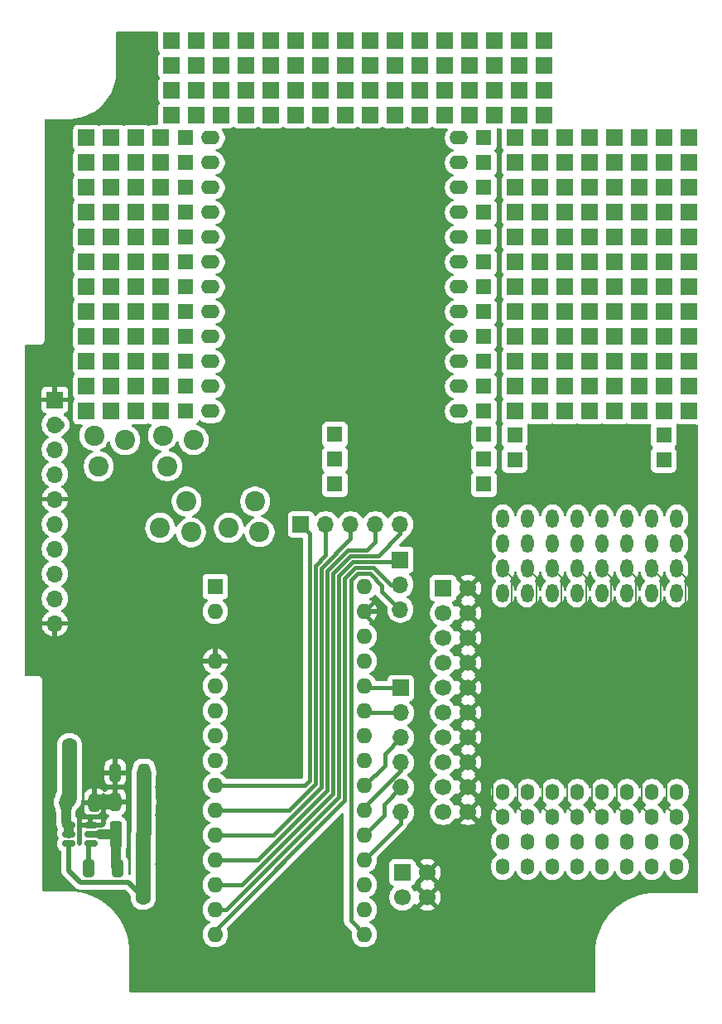
<source format=gbr>
%TF.GenerationSoftware,KiCad,Pcbnew,9.0.1*%
%TF.CreationDate,2025-05-07T10:28:01-04:00*%
%TF.ProjectId,BREAD_Slice,42524541-445f-4536-9c69-63655f736d74,rev?*%
%TF.SameCoordinates,PX74eba40PY8552dc0*%
%TF.FileFunction,Copper,L2,Bot*%
%TF.FilePolarity,Positive*%
%FSLAX46Y46*%
G04 Gerber Fmt 4.6, Leading zero omitted, Abs format (unit mm)*
G04 Created by KiCad (PCBNEW 9.0.1) date 2025-05-07 10:28:01*
%MOMM*%
%LPD*%
G01*
G04 APERTURE LIST*
G04 Aperture macros list*
%AMRoundRect*
0 Rectangle with rounded corners*
0 $1 Rounding radius*
0 $2 $3 $4 $5 $6 $7 $8 $9 X,Y pos of 4 corners*
0 Add a 4 corners polygon primitive as box body*
4,1,4,$2,$3,$4,$5,$6,$7,$8,$9,$2,$3,0*
0 Add four circle primitives for the rounded corners*
1,1,$1+$1,$2,$3*
1,1,$1+$1,$4,$5*
1,1,$1+$1,$6,$7*
1,1,$1+$1,$8,$9*
0 Add four rect primitives between the rounded corners*
20,1,$1+$1,$2,$3,$4,$5,0*
20,1,$1+$1,$4,$5,$6,$7,0*
20,1,$1+$1,$6,$7,$8,$9,0*
20,1,$1+$1,$8,$9,$2,$3,0*%
G04 Aperture macros list end*
%TA.AperFunction,ComponentPad*%
%ADD10R,1.700000X1.700000*%
%TD*%
%TA.AperFunction,ComponentPad*%
%ADD11C,1.700000*%
%TD*%
%TA.AperFunction,ComponentPad*%
%ADD12R,1.600000X1.600000*%
%TD*%
%TA.AperFunction,ComponentPad*%
%ADD13O,1.600000X1.600000*%
%TD*%
%TA.AperFunction,ComponentPad*%
%ADD14O,1.700000X1.700000*%
%TD*%
%TA.AperFunction,ComponentPad*%
%ADD15O,1.900000X1.400000*%
%TD*%
%TA.AperFunction,ComponentPad*%
%ADD16O,1.300000X1.900000*%
%TD*%
%TA.AperFunction,ComponentPad*%
%ADD17O,1.400000X1.700000*%
%TD*%
%TA.AperFunction,ComponentPad*%
%ADD18C,2.060000*%
%TD*%
%TA.AperFunction,SMDPad,CuDef*%
%ADD19RoundRect,0.250000X0.325000X0.650000X-0.325000X0.650000X-0.325000X-0.650000X0.325000X-0.650000X0*%
%TD*%
%TA.AperFunction,SMDPad,CuDef*%
%ADD20RoundRect,0.150000X-0.512500X-0.150000X0.512500X-0.150000X0.512500X0.150000X-0.512500X0.150000X0*%
%TD*%
%TA.AperFunction,SMDPad,CuDef*%
%ADD21RoundRect,0.250000X-0.325000X-0.650000X0.325000X-0.650000X0.325000X0.650000X-0.325000X0.650000X0*%
%TD*%
%TA.AperFunction,SMDPad,CuDef*%
%ADD22RoundRect,0.250000X-0.375000X-1.075000X0.375000X-1.075000X0.375000X1.075000X-0.375000X1.075000X0*%
%TD*%
%TA.AperFunction,ViaPad*%
%ADD23C,0.800000*%
%TD*%
%TA.AperFunction,ViaPad*%
%ADD24C,0.500000*%
%TD*%
%TA.AperFunction,ViaPad*%
%ADD25C,0.600000*%
%TD*%
%TA.AperFunction,ViaPad*%
%ADD26C,1.600000*%
%TD*%
%TA.AperFunction,Conductor*%
%ADD27C,0.500000*%
%TD*%
%TA.AperFunction,Conductor*%
%ADD28C,0.203200*%
%TD*%
%TA.AperFunction,Conductor*%
%ADD29C,1.500000*%
%TD*%
%TA.AperFunction,Conductor*%
%ADD30C,0.400000*%
%TD*%
%TA.AperFunction,Conductor*%
%ADD31C,1.000000*%
%TD*%
G04 APERTURE END LIST*
D10*
%TO.P,REF\u002A\u002A,1*%
%TO.N,+3.3V*%
X39150000Y13150000D03*
D11*
%TO.P,REF\u002A\u002A,2*%
%TO.N,GND*%
X41690000Y13150000D03*
%TO.P,REF\u002A\u002A,3*%
%TO.N,+3.3V*%
X39150000Y10610000D03*
%TO.P,REF\u002A\u002A,4*%
%TO.N,GND*%
X41690000Y10610000D03*
%TD*%
D10*
%TO.P,REF\u002A\u002A,1*%
%TO.N,+5V*%
X43310000Y42200000D03*
D11*
%TO.P,REF\u002A\u002A,2*%
%TO.N,GND*%
X45850000Y42200000D03*
%TO.P,REF\u002A\u002A,3*%
%TO.N,+5V*%
X43310000Y39660000D03*
%TO.P,REF\u002A\u002A,4*%
%TO.N,GND*%
X45850000Y39660000D03*
%TO.P,REF\u002A\u002A,5*%
%TO.N,+5V*%
X43310000Y37120000D03*
%TO.P,REF\u002A\u002A,6*%
%TO.N,GND*%
X45850000Y37120000D03*
%TO.P,REF\u002A\u002A,7*%
%TO.N,+5V*%
X43310000Y34580000D03*
%TO.P,REF\u002A\u002A,8*%
%TO.N,GND*%
X45850000Y34580000D03*
%TO.P,REF\u002A\u002A,9*%
%TO.N,+5V*%
X43310000Y32040000D03*
%TO.P,REF\u002A\u002A,10*%
%TO.N,GND*%
X45850000Y32040000D03*
%TO.P,REF\u002A\u002A,11*%
%TO.N,+5V*%
X43310000Y29500000D03*
%TO.P,REF\u002A\u002A,12*%
%TO.N,GND*%
X45850000Y29500000D03*
%TO.P,REF\u002A\u002A,13*%
%TO.N,+5V*%
X43310000Y26960000D03*
%TO.P,REF\u002A\u002A,14*%
%TO.N,GND*%
X45850000Y26960000D03*
%TO.P,REF\u002A\u002A,15*%
%TO.N,+5V*%
X43310000Y24420000D03*
%TO.P,REF\u002A\u002A,16*%
%TO.N,GND*%
X45850000Y24420000D03*
%TO.P,REF\u002A\u002A,17*%
%TO.N,+5V*%
X43310000Y21880000D03*
%TO.P,REF\u002A\u002A,18*%
%TO.N,GND*%
X45850000Y21880000D03*
%TO.P,REF\u002A\u002A,19*%
%TO.N,+5V*%
X43310000Y19340000D03*
%TO.P,REF\u002A\u002A,20*%
%TO.N,GND*%
X45850000Y19340000D03*
%TD*%
D12*
%TO.P,A1,1,D1/TX*%
%TO.N,unconnected-(A1-D1{slash}TX-Pad1)*%
X20010000Y42360000D03*
D13*
%TO.P,A1,2,D0/RX*%
%TO.N,unconnected-(A1-D0{slash}RX-Pad2)*%
X20010000Y39820000D03*
%TO.P,A1,4,GND*%
%TO.N,GND*%
X20010000Y34740000D03*
%TO.P,A1,5,D2*%
%TO.N,/E_STOP*%
X20010000Y32200000D03*
%TO.P,A1,6,D3*%
%TO.N,/INT*%
X20010000Y29660000D03*
%TO.P,A1,7,D4*%
%TO.N,/SYNC*%
X20010000Y27120000D03*
%TO.P,A1,8,D5*%
%TO.N,/LED*%
X20010000Y24580000D03*
%TO.P,A1,9,D6*%
%TO.N,/D6*%
X20010000Y22040000D03*
%TO.P,A1,10,D7*%
%TO.N,/D7*%
X20010000Y19500000D03*
%TO.P,A1,11,D8*%
%TO.N,/D8*%
X20010000Y16960000D03*
%TO.P,A1,12,D9*%
%TO.N,/D9*%
X20010000Y14420000D03*
%TO.P,A1,13,D10*%
%TO.N,/D10*%
X20010000Y11880000D03*
%TO.P,A1,14,D11*%
%TO.N,/D11*%
X20010000Y9340000D03*
%TO.P,A1,15,D12*%
%TO.N,/D12*%
X20010000Y6800000D03*
%TO.P,A1,16,D13*%
%TO.N,/D13*%
X35250000Y6800000D03*
%TO.P,A1,17,3V3*%
%TO.N,+3.3V*%
X35250000Y9340000D03*
%TO.P,A1,18,AREF*%
%TO.N,/AREF*%
X35250000Y11880000D03*
%TO.P,A1,19,A0*%
%TO.N,/A0*%
X35250000Y14420000D03*
%TO.P,A1,20,A1*%
%TO.N,/A1*%
X35250000Y16960000D03*
%TO.P,A1,21,A2*%
%TO.N,/A2*%
X35250000Y19500000D03*
%TO.P,A1,22,A3*%
%TO.N,/A3*%
X35250000Y22040000D03*
%TO.P,A1,23,A4*%
%TO.N,/I2C_DAT*%
X35250000Y24580000D03*
%TO.P,A1,24,A5*%
%TO.N,/I2C_CLK*%
X35250000Y27120000D03*
%TO.P,A1,25,A6*%
%TO.N,/A6*%
X35250000Y29660000D03*
%TO.P,A1,26,A7*%
%TO.N,/A7*%
X35250000Y32200000D03*
%TO.P,A1,27,+5V*%
%TO.N,+5V*%
X35250000Y34740000D03*
%TO.P,A1,28,~{RESET}*%
%TO.N,/RESET*%
X35250000Y37280000D03*
%TO.P,A1,29,GND*%
%TO.N,GND*%
X35250000Y39820000D03*
%TO.P,A1,30,VIN*%
%TO.N,unconnected-(A1-VIN-Pad30)*%
X35250000Y42360000D03*
%TD*%
D10*
%TO.P,J1,1,Pin_1*%
%TO.N,GND*%
X3600000Y61450000D03*
D14*
%TO.P,J1,2,Pin_2*%
%TO.N,+12V*%
X3600000Y58910000D03*
%TO.P,J1,3,Pin_3*%
%TO.N,/I2C_CLK*%
X3600000Y56370000D03*
%TO.P,J1,4,Pin_4*%
%TO.N,/I2C_DAT*%
X3600000Y53830000D03*
%TO.P,J1,5,Pin_5*%
%TO.N,GND*%
X3600000Y51290000D03*
%TO.P,J1,6,Pin_6*%
%TO.N,/E_STOP*%
X3600000Y48750000D03*
%TO.P,J1,7,Pin_7*%
%TO.N,/INT*%
X3600000Y46210000D03*
%TO.P,J1,8,Pin_8*%
%TO.N,/SYNC*%
X3600000Y43670000D03*
%TO.P,J1,9,Pin_9*%
%TO.N,+12V*%
X3600000Y41130000D03*
%TO.P,J1,10,Pin_10*%
%TO.N,GND*%
X3600000Y38590000D03*
%TD*%
D12*
%TO.P,,1*%
%TO.N,N/C*%
X16990000Y88210000D03*
D15*
%TO.P,,2*%
X19530000Y88210000D03*
%TO.P,,3*%
X44930000Y88210000D03*
D12*
%TO.P,,4*%
X47470000Y88210000D03*
%TD*%
%TO.P,,1*%
%TO.N,N/C*%
X16990000Y78050000D03*
D15*
%TO.P,,2*%
X19530000Y78050000D03*
%TO.P,,3*%
X44930000Y78050000D03*
D12*
%TO.P,,4*%
X47470000Y78050000D03*
%TD*%
D10*
%TO.P,,1*%
%TO.N,N/C*%
X18050000Y95630000D03*
%TO.P,,2*%
X20590000Y95630000D03*
%TO.P,,3*%
X20590000Y93090000D03*
%TO.P,,4*%
X18050000Y93090000D03*
%TO.P,,5*%
X15510000Y93090000D03*
%TO.P,,6*%
X15510000Y95630000D03*
%TO.P,,7*%
X15510000Y98170000D03*
%TO.P,,8*%
X18050000Y98170000D03*
%TO.P,,9*%
X20590000Y98170000D03*
%TO.P,,10*%
X23130000Y98170000D03*
%TO.P,,11*%
X23130000Y95630000D03*
%TO.P,,12*%
X23130000Y93090000D03*
%TO.P,,13*%
X23130000Y90550000D03*
%TO.P,,14*%
X20590000Y90550000D03*
%TO.P,,15*%
X18050000Y90550000D03*
%TO.P,,16*%
X15510000Y90550000D03*
%TD*%
D12*
%TO.P,,1*%
%TO.N,N/C*%
X16990000Y60270000D03*
D15*
%TO.P,,2*%
X19530000Y60270000D03*
%TO.P,,3*%
X44930000Y60270000D03*
D12*
%TO.P,,4*%
X47470000Y60270000D03*
%TD*%
D10*
%TO.P,,1*%
%TO.N,N/C*%
X53185000Y85670000D03*
%TO.P,,2*%
X55725000Y85670000D03*
%TO.P,,3*%
X55725000Y83130000D03*
%TO.P,,4*%
X53185000Y83130000D03*
%TO.P,,5*%
X50645000Y83130000D03*
%TO.P,,6*%
X50645000Y85670000D03*
%TO.P,,7*%
X50645000Y88210000D03*
%TO.P,,8*%
X53185000Y88210000D03*
%TO.P,,9*%
X55725000Y88210000D03*
%TO.P,,10*%
X58265000Y88210000D03*
%TO.P,,11*%
X58265000Y85670000D03*
%TO.P,,12*%
X58265000Y83130000D03*
%TO.P,,13*%
X58265000Y80590000D03*
%TO.P,,14*%
X55725000Y80590000D03*
%TO.P,,15*%
X53185000Y80590000D03*
%TO.P,,16*%
X50645000Y80590000D03*
%TD*%
D12*
%TO.P,,1*%
%TO.N,N/C*%
X47475000Y55360000D03*
%TO.P,,2*%
X32235000Y55360000D03*
%TD*%
%TO.P,,1*%
%TO.N,N/C*%
X47475000Y57900000D03*
%TO.P,,2*%
X32235000Y57900000D03*
%TD*%
D16*
%TO.P,,1*%
%TO.N,N/C*%
X64665000Y49280000D03*
%TO.P,,2*%
X64665000Y46740000D03*
%TO.P,,3*%
X64665000Y44200000D03*
%TO.P,,4*%
X64665000Y41660000D03*
D17*
%TO.P,,5*%
X64665000Y21340000D03*
%TO.P,,6*%
X64665000Y18800000D03*
%TO.P,,7*%
X64665000Y16260000D03*
%TO.P,,8*%
X64665000Y13720000D03*
%TD*%
D10*
%TO.P,,1*%
%TO.N,N/C*%
X9370000Y85670000D03*
%TO.P,,2*%
X11910000Y85670000D03*
%TO.P,,3*%
X11910000Y83130000D03*
%TO.P,,4*%
X9370000Y83130000D03*
%TO.P,,5*%
X6830000Y83130000D03*
%TO.P,,6*%
X6830000Y85670000D03*
%TO.P,,7*%
X6830000Y88210000D03*
%TO.P,,8*%
X9370000Y88210000D03*
%TO.P,,9*%
X11910000Y88210000D03*
%TO.P,,10*%
X14450000Y88210000D03*
%TO.P,,11*%
X14450000Y85670000D03*
%TO.P,,12*%
X14450000Y83130000D03*
%TO.P,,13*%
X14450000Y80590000D03*
%TO.P,,14*%
X11910000Y80590000D03*
%TO.P,,15*%
X9370000Y80590000D03*
%TO.P,,16*%
X6830000Y80590000D03*
%TD*%
%TO.P,REF\u002A\u002A,1*%
%TO.N,/D11*%
X38925000Y45100000D03*
D14*
%TO.P,REF\u002A\u002A,2*%
%TO.N,/D12*%
X38925000Y42560000D03*
%TO.P,REF\u002A\u002A,3*%
%TO.N,/D13*%
X38925000Y40020000D03*
%TD*%
D16*
%TO.P,,1*%
%TO.N,N/C*%
X54505000Y49280000D03*
%TO.P,,2*%
X54505000Y46740000D03*
%TO.P,,3*%
X54505000Y44200000D03*
%TO.P,,4*%
X54505000Y41660000D03*
D17*
%TO.P,,5*%
X54505000Y21340000D03*
%TO.P,,6*%
X54505000Y18800000D03*
%TO.P,,7*%
X54505000Y16260000D03*
%TO.P,,8*%
X54505000Y13720000D03*
%TD*%
D12*
%TO.P,,1*%
%TO.N,N/C*%
X16990000Y72970000D03*
D15*
%TO.P,,2*%
X19530000Y72970000D03*
%TO.P,,3*%
X44930000Y72970000D03*
D12*
%TO.P,,4*%
X47470000Y72970000D03*
%TD*%
D16*
%TO.P,,1*%
%TO.N,N/C*%
X59585000Y49280000D03*
%TO.P,,2*%
X59585000Y46740000D03*
%TO.P,,3*%
X59585000Y44200000D03*
%TO.P,,4*%
X59585000Y41660000D03*
D17*
%TO.P,,5*%
X59585000Y21340000D03*
%TO.P,,6*%
X59585000Y18800000D03*
%TO.P,,7*%
X59585000Y16260000D03*
%TO.P,,8*%
X59585000Y13720000D03*
%TD*%
D12*
%TO.P,,1*%
%TO.N,N/C*%
X16990000Y80590000D03*
D15*
%TO.P,,2*%
X19530000Y80590000D03*
%TO.P,,3*%
X44930000Y80590000D03*
D12*
%TO.P,,4*%
X47470000Y80590000D03*
%TD*%
D10*
%TO.P,,1*%
%TO.N,N/C*%
X63345000Y85670000D03*
%TO.P,,2*%
X65885000Y85670000D03*
%TO.P,,3*%
X65885000Y83130000D03*
%TO.P,,4*%
X63345000Y83130000D03*
%TO.P,,5*%
X60805000Y83130000D03*
%TO.P,,6*%
X60805000Y85670000D03*
%TO.P,,7*%
X60805000Y88210000D03*
%TO.P,,8*%
X63345000Y88210000D03*
%TO.P,,9*%
X65885000Y88210000D03*
%TO.P,,10*%
X68425000Y88210000D03*
%TO.P,,11*%
X68425000Y85670000D03*
%TO.P,,12*%
X68425000Y83130000D03*
%TO.P,,13*%
X68425000Y80590000D03*
%TO.P,,14*%
X65885000Y80590000D03*
%TO.P,,15*%
X63345000Y80590000D03*
%TO.P,,16*%
X60805000Y80590000D03*
%TD*%
D16*
%TO.P,,1*%
%TO.N,N/C*%
X49425000Y49280000D03*
%TO.P,,2*%
X49425000Y46740000D03*
%TO.P,,3*%
X49425000Y44200000D03*
%TO.P,,4*%
X49425000Y41660000D03*
D17*
%TO.P,,5*%
X49425000Y21340000D03*
%TO.P,,6*%
X49425000Y18800000D03*
%TO.P,,7*%
X49425000Y16260000D03*
%TO.P,,8*%
X49425000Y13720000D03*
%TD*%
D10*
%TO.P,REF\u002A\u002A,1*%
%TO.N,/A7*%
X38975000Y31990000D03*
D14*
%TO.P,REF\u002A\u002A,2*%
%TO.N,/A6*%
X38975000Y29450000D03*
%TO.P,REF\u002A\u002A,3*%
%TO.N,/A3*%
X38975000Y26910000D03*
%TO.P,REF\u002A\u002A,4*%
%TO.N,/A2*%
X38975000Y24370000D03*
%TO.P,REF\u002A\u002A,5*%
%TO.N,/A1*%
X38975000Y21830000D03*
%TO.P,REF\u002A\u002A,6*%
%TO.N,/A0*%
X38975000Y19290000D03*
%TD*%
D16*
%TO.P,,1*%
%TO.N,N/C*%
X62125000Y49280000D03*
%TO.P,,2*%
X62125000Y46740000D03*
%TO.P,,3*%
X62125000Y44200000D03*
%TO.P,,4*%
X62125000Y41660000D03*
D17*
%TO.P,,5*%
X62125000Y21340000D03*
%TO.P,,6*%
X62125000Y18800000D03*
%TO.P,,7*%
X62125000Y16260000D03*
%TO.P,,8*%
X62125000Y13720000D03*
%TD*%
D10*
%TO.P,,1*%
%TO.N,N/C*%
X63345000Y75510000D03*
%TO.P,,2*%
X65885000Y75510000D03*
%TO.P,,3*%
X65885000Y72970000D03*
%TO.P,,4*%
X63345000Y72970000D03*
%TO.P,,5*%
X60805000Y72970000D03*
%TO.P,,6*%
X60805000Y75510000D03*
%TO.P,,7*%
X60805000Y78050000D03*
%TO.P,,8*%
X63345000Y78050000D03*
%TO.P,,9*%
X65885000Y78050000D03*
%TO.P,,10*%
X68425000Y78050000D03*
%TO.P,,11*%
X68425000Y75510000D03*
%TO.P,,12*%
X68425000Y72970000D03*
%TO.P,,13*%
X68425000Y70430000D03*
%TO.P,,14*%
X65885000Y70430000D03*
%TO.P,,15*%
X63345000Y70430000D03*
%TO.P,,16*%
X60805000Y70430000D03*
%TD*%
%TO.P,,1*%
%TO.N,N/C*%
X63345000Y65350000D03*
%TO.P,,2*%
X65885000Y65350000D03*
%TO.P,,3*%
X65885000Y62810000D03*
%TO.P,,4*%
X63345000Y62810000D03*
%TO.P,,5*%
X60805000Y62810000D03*
%TO.P,,6*%
X60805000Y65350000D03*
%TO.P,,7*%
X60805000Y67890000D03*
%TO.P,,8*%
X63345000Y67890000D03*
%TO.P,,9*%
X65885000Y67890000D03*
%TO.P,,10*%
X68425000Y67890000D03*
%TO.P,,11*%
X68425000Y65350000D03*
%TO.P,,12*%
X68425000Y62810000D03*
%TO.P,,13*%
X68425000Y60270000D03*
%TO.P,,14*%
X65885000Y60270000D03*
%TO.P,,15*%
X63345000Y60270000D03*
%TO.P,,16*%
X60805000Y60270000D03*
%TD*%
%TO.P,,1*%
%TO.N,N/C*%
X53185000Y75510000D03*
%TO.P,,2*%
X55725000Y75510000D03*
%TO.P,,3*%
X55725000Y72970000D03*
%TO.P,,4*%
X53185000Y72970000D03*
%TO.P,,5*%
X50645000Y72970000D03*
%TO.P,,6*%
X50645000Y75510000D03*
%TO.P,,7*%
X50645000Y78050000D03*
%TO.P,,8*%
X53185000Y78050000D03*
%TO.P,,9*%
X55725000Y78050000D03*
%TO.P,,10*%
X58265000Y78050000D03*
%TO.P,,11*%
X58265000Y75510000D03*
%TO.P,,12*%
X58265000Y72970000D03*
%TO.P,,13*%
X58265000Y70430000D03*
%TO.P,,14*%
X55725000Y70430000D03*
%TO.P,,15*%
X53185000Y70430000D03*
%TO.P,,16*%
X50645000Y70430000D03*
%TD*%
%TO.P,REF\u002A\u002A,1*%
%TO.N,/D6*%
X28765000Y48700000D03*
D14*
%TO.P,REF\u002A\u002A,2*%
%TO.N,/D7*%
X31305000Y48700000D03*
%TO.P,REF\u002A\u002A,3*%
%TO.N,/D8*%
X33845000Y48700000D03*
%TO.P,REF\u002A\u002A,4*%
%TO.N,/D9*%
X36385000Y48700000D03*
%TO.P,REF\u002A\u002A,5*%
%TO.N,/D10*%
X38925000Y48700000D03*
%TD*%
D18*
%TO.P,,1*%
%TO.N,N/C*%
X14373516Y48361797D03*
%TO.P,,2*%
X17516606Y47912784D03*
%TO.P,,3*%
X17067593Y51055874D03*
%TO.P,,4*%
X10781414Y57342053D03*
%TO.P,,5*%
X7638324Y57791066D03*
%TO.P,,6*%
X8087337Y54647976D03*
%TD*%
D16*
%TO.P,,1*%
%TO.N,N/C*%
X57045000Y49280000D03*
%TO.P,,2*%
X57045000Y46740000D03*
%TO.P,,3*%
X57045000Y44200000D03*
%TO.P,,4*%
X57045000Y41660000D03*
D17*
%TO.P,,5*%
X57045000Y21340000D03*
%TO.P,,6*%
X57045000Y18800000D03*
%TO.P,,7*%
X57045000Y16260000D03*
%TO.P,,8*%
X57045000Y13720000D03*
%TD*%
D10*
%TO.P,,1*%
%TO.N,N/C*%
X48530000Y95630000D03*
%TO.P,,2*%
X51070000Y95630000D03*
%TO.P,,3*%
X51070000Y93090000D03*
%TO.P,,4*%
X48530000Y93090000D03*
%TO.P,,5*%
X45990000Y93090000D03*
%TO.P,,6*%
X45990000Y95630000D03*
%TO.P,,7*%
X45990000Y98170000D03*
%TO.P,,8*%
X48530000Y98170000D03*
%TO.P,,9*%
X51070000Y98170000D03*
%TO.P,,10*%
X53610000Y98170000D03*
%TO.P,,11*%
X53610000Y95630000D03*
%TO.P,,12*%
X53610000Y93090000D03*
%TO.P,,13*%
X53610000Y90550000D03*
%TO.P,,14*%
X51070000Y90550000D03*
%TO.P,,15*%
X48530000Y90550000D03*
%TO.P,,16*%
X45990000Y90550000D03*
%TD*%
D18*
%TO.P,,1*%
%TO.N,N/C*%
X21389680Y48366243D03*
%TO.P,,2*%
X24532770Y47917230D03*
%TO.P,,3*%
X24083757Y51060320D03*
%TO.P,,4*%
X17797578Y57346499D03*
%TO.P,,5*%
X14654488Y57795512D03*
%TO.P,,6*%
X15103501Y54652422D03*
%TD*%
D16*
%TO.P,,1*%
%TO.N,N/C*%
X67205000Y49280000D03*
%TO.P,,2*%
X67205000Y46740000D03*
%TO.P,,3*%
X67205000Y44200000D03*
%TO.P,,4*%
X67205000Y41660000D03*
D17*
%TO.P,,5*%
X67205000Y21340000D03*
%TO.P,,6*%
X67205000Y18800000D03*
%TO.P,,7*%
X67205000Y16260000D03*
%TO.P,,8*%
X67205000Y13720000D03*
%TD*%
D12*
%TO.P,,1*%
%TO.N,N/C*%
X16990000Y85670000D03*
D15*
%TO.P,,2*%
X19530000Y85670000D03*
%TO.P,,3*%
X44930000Y85670000D03*
D12*
%TO.P,,4*%
X47470000Y85670000D03*
%TD*%
D10*
%TO.P,,1*%
%TO.N,N/C*%
X9370000Y65350000D03*
%TO.P,,2*%
X11910000Y65350000D03*
%TO.P,,3*%
X11910000Y62810000D03*
%TO.P,,4*%
X9370000Y62810000D03*
%TO.P,,5*%
X6830000Y62810000D03*
%TO.P,,6*%
X6830000Y65350000D03*
%TO.P,,7*%
X6830000Y67890000D03*
%TO.P,,8*%
X9370000Y67890000D03*
%TO.P,,9*%
X11910000Y67890000D03*
%TO.P,,10*%
X14450000Y67890000D03*
%TO.P,,11*%
X14450000Y65350000D03*
%TO.P,,12*%
X14450000Y62810000D03*
%TO.P,,13*%
X14450000Y60270000D03*
%TO.P,,14*%
X11910000Y60270000D03*
%TO.P,,15*%
X9370000Y60270000D03*
%TO.P,,16*%
X6830000Y60270000D03*
%TD*%
D12*
%TO.P,,1*%
%TO.N,N/C*%
X16990000Y83130000D03*
D15*
%TO.P,,2*%
X19530000Y83130000D03*
%TO.P,,3*%
X44930000Y83130000D03*
D12*
%TO.P,,4*%
X47470000Y83130000D03*
%TD*%
%TO.P,,1*%
%TO.N,N/C*%
X16990000Y62810000D03*
D15*
%TO.P,,2*%
X19530000Y62810000D03*
%TO.P,,3*%
X44930000Y62810000D03*
D12*
%TO.P,,4*%
X47470000Y62810000D03*
%TD*%
D10*
%TO.P,,1*%
%TO.N,N/C*%
X38370000Y95630000D03*
%TO.P,,2*%
X40910000Y95630000D03*
%TO.P,,3*%
X40910000Y93090000D03*
%TO.P,,4*%
X38370000Y93090000D03*
%TO.P,,5*%
X35830000Y93090000D03*
%TO.P,,6*%
X35830000Y95630000D03*
%TO.P,,7*%
X35830000Y98170000D03*
%TO.P,,8*%
X38370000Y98170000D03*
%TO.P,,9*%
X40910000Y98170000D03*
%TO.P,,10*%
X43450000Y98170000D03*
%TO.P,,11*%
X43450000Y95630000D03*
%TO.P,,12*%
X43450000Y93090000D03*
%TO.P,,13*%
X43450000Y90550000D03*
%TO.P,,14*%
X40910000Y90550000D03*
%TO.P,,15*%
X38370000Y90550000D03*
%TO.P,,16*%
X35830000Y90550000D03*
%TD*%
%TO.P,,1*%
%TO.N,N/C*%
X28210000Y95630000D03*
%TO.P,,2*%
X30750000Y95630000D03*
%TO.P,,3*%
X30750000Y93090000D03*
%TO.P,,4*%
X28210000Y93090000D03*
%TO.P,,5*%
X25670000Y93090000D03*
%TO.P,,6*%
X25670000Y95630000D03*
%TO.P,,7*%
X25670000Y98170000D03*
%TO.P,,8*%
X28210000Y98170000D03*
%TO.P,,9*%
X30750000Y98170000D03*
%TO.P,,10*%
X33290000Y98170000D03*
%TO.P,,11*%
X33290000Y95630000D03*
%TO.P,,12*%
X33290000Y93090000D03*
%TO.P,,13*%
X33290000Y90550000D03*
%TO.P,,14*%
X30750000Y90550000D03*
%TO.P,,15*%
X28210000Y90550000D03*
%TO.P,,16*%
X25670000Y90550000D03*
%TD*%
D12*
%TO.P,,1*%
%TO.N,N/C*%
X65875000Y57840000D03*
%TO.P,,2*%
X50635000Y57840000D03*
%TD*%
D10*
%TO.P,,1*%
%TO.N,N/C*%
X9370000Y75510000D03*
%TO.P,,2*%
X11910000Y75510000D03*
%TO.P,,3*%
X11910000Y72970000D03*
%TO.P,,4*%
X9370000Y72970000D03*
%TO.P,,5*%
X6830000Y72970000D03*
%TO.P,,6*%
X6830000Y75510000D03*
%TO.P,,7*%
X6830000Y78050000D03*
%TO.P,,8*%
X9370000Y78050000D03*
%TO.P,,9*%
X11910000Y78050000D03*
%TO.P,,10*%
X14450000Y78050000D03*
%TO.P,,11*%
X14450000Y75510000D03*
%TO.P,,12*%
X14450000Y72970000D03*
%TO.P,,13*%
X14450000Y70430000D03*
%TO.P,,14*%
X11910000Y70430000D03*
%TO.P,,15*%
X9370000Y70430000D03*
%TO.P,,16*%
X6830000Y70430000D03*
%TD*%
D12*
%TO.P,,1*%
%TO.N,N/C*%
X47475000Y52820000D03*
%TO.P,,2*%
X32235000Y52820000D03*
%TD*%
D10*
%TO.P,,1*%
%TO.N,N/C*%
X53185000Y65350000D03*
%TO.P,,2*%
X55725000Y65350000D03*
%TO.P,,3*%
X55725000Y62810000D03*
%TO.P,,4*%
X53185000Y62810000D03*
%TO.P,,5*%
X50645000Y62810000D03*
%TO.P,,6*%
X50645000Y65350000D03*
%TO.P,,7*%
X50645000Y67890000D03*
%TO.P,,8*%
X53185000Y67890000D03*
%TO.P,,9*%
X55725000Y67890000D03*
%TO.P,,10*%
X58265000Y67890000D03*
%TO.P,,11*%
X58265000Y65350000D03*
%TO.P,,12*%
X58265000Y62810000D03*
%TO.P,,13*%
X58265000Y60270000D03*
%TO.P,,14*%
X55725000Y60270000D03*
%TO.P,,15*%
X53185000Y60270000D03*
%TO.P,,16*%
X50645000Y60270000D03*
%TD*%
D12*
%TO.P,,1*%
%TO.N,N/C*%
X16990000Y70430000D03*
D15*
%TO.P,,2*%
X19530000Y70430000D03*
%TO.P,,3*%
X44930000Y70430000D03*
D12*
%TO.P,,4*%
X47470000Y70430000D03*
%TD*%
%TO.P,,1*%
%TO.N,N/C*%
X16990000Y67890000D03*
D15*
%TO.P,,2*%
X19530000Y67890000D03*
%TO.P,,3*%
X44930000Y67890000D03*
D12*
%TO.P,,4*%
X47470000Y67890000D03*
%TD*%
%TO.P,,1*%
%TO.N,N/C*%
X16990000Y65350000D03*
D15*
%TO.P,,2*%
X19530000Y65350000D03*
%TO.P,,3*%
X44930000Y65350000D03*
D12*
%TO.P,,4*%
X47470000Y65350000D03*
%TD*%
D16*
%TO.P,,1*%
%TO.N,N/C*%
X51965000Y49280000D03*
%TO.P,,2*%
X51965000Y46740000D03*
%TO.P,,3*%
X51965000Y44200000D03*
%TO.P,,4*%
X51965000Y41660000D03*
D17*
%TO.P,,5*%
X51965000Y21340000D03*
%TO.P,,6*%
X51965000Y18800000D03*
%TO.P,,7*%
X51965000Y16260000D03*
%TO.P,,8*%
X51965000Y13720000D03*
%TD*%
D12*
%TO.P,,1*%
%TO.N,N/C*%
X16990000Y75510000D03*
D15*
%TO.P,,2*%
X19530000Y75510000D03*
%TO.P,,3*%
X44930000Y75510000D03*
D12*
%TO.P,,4*%
X47470000Y75510000D03*
%TD*%
%TO.P,,1*%
%TO.N,N/C*%
X65875000Y55300000D03*
%TO.P,,2*%
X50635000Y55300000D03*
%TD*%
D19*
%TO.P,C1,1*%
%TO.N,GND*%
X7675000Y20300000D03*
%TO.P,C1,2*%
%TO.N,+12V*%
X4725000Y20300000D03*
%TD*%
D20*
%TO.P,U1,1,FB*%
%TO.N,+5V*%
X5012500Y16095000D03*
%TO.P,U1,2,EN*%
%TO.N,+12V*%
X5012500Y17045000D03*
%TO.P,U1,3,VIN*%
X5012500Y17995000D03*
%TO.P,U1,4,GND*%
%TO.N,GND*%
X7287500Y17995000D03*
%TO.P,U1,5,SW*%
%TO.N,Net-(U1-SW)*%
X7287500Y17045000D03*
%TO.P,U1,6,BST*%
%TO.N,Net-(U1-BST)*%
X7287500Y16095000D03*
%TD*%
D19*
%TO.P,C2,1*%
%TO.N,Net-(U1-SW)*%
X10025000Y13545000D03*
%TO.P,C2,2*%
%TO.N,Net-(U1-BST)*%
X7075000Y13545000D03*
%TD*%
D21*
%TO.P,C3,1*%
%TO.N,GND*%
X9775000Y20345000D03*
%TO.P,C3,2*%
%TO.N,+5V*%
X12725000Y20345000D03*
%TD*%
%TO.P,C4,1*%
%TO.N,GND*%
X9775000Y23345000D03*
%TO.P,C4,2*%
%TO.N,+5V*%
X12725000Y23345000D03*
%TD*%
D22*
%TO.P,L1,1*%
%TO.N,Net-(U1-SW)*%
X9850000Y17045000D03*
%TO.P,L1,2*%
%TO.N,+5V*%
X12650000Y17045000D03*
%TD*%
D23*
%TO.N,GND*%
X14250000Y21895000D03*
X3750000Y13345000D03*
D24*
X7250000Y18845000D03*
D23*
X7350000Y23595000D03*
D24*
X8550000Y19545000D03*
D25*
X56714800Y39551800D03*
X61794800Y23448200D03*
X28200000Y39800000D03*
D24*
X8550000Y21045000D03*
D25*
X54174800Y23448200D03*
X59254800Y39551800D03*
X56714800Y23448200D03*
X51634800Y23448200D03*
X49094800Y39551800D03*
X51634800Y39551800D03*
D24*
X7450000Y21845000D03*
D23*
X53000000Y3900000D03*
D24*
X9750000Y21845000D03*
D25*
X54174800Y39551800D03*
X49094800Y23448200D03*
X61794800Y39551800D03*
D23*
X3550000Y16595000D03*
X14250000Y13995000D03*
X14250000Y18995000D03*
D25*
X59254800Y23448200D03*
D24*
X8150000Y18845000D03*
X6150000Y16145000D03*
D25*
X66874800Y23448200D03*
X64334800Y39551800D03*
X66874800Y39551800D03*
X64334800Y23448200D03*
D26*
%TO.N,+5V*%
X12650000Y10600000D03*
%TO.N,+12V*%
X5100000Y26100000D03*
%TD*%
D27*
%TO.N,GND*%
X7287500Y17995000D02*
X6200000Y17995000D01*
D28*
X68094000Y43311000D02*
X67205000Y44200000D01*
D27*
X8950000Y21845000D02*
X10650000Y21845000D01*
X6200000Y17995000D02*
X6150000Y17945000D01*
D29*
X7720000Y20345000D02*
X9775000Y20345000D01*
D27*
X9750000Y21845000D02*
X8950000Y21845000D01*
D28*
X55394000Y40771000D02*
X55394000Y43311000D01*
X60474000Y40771000D02*
X60474000Y43311000D01*
X50314000Y43311000D02*
X49425000Y44200000D01*
D27*
X6350000Y18845000D02*
X6150000Y18645000D01*
D28*
X49094800Y23448200D02*
X48358200Y22711600D01*
X64334800Y39551800D02*
X65554000Y40771000D01*
X66874800Y39551800D02*
X68094000Y40771000D01*
D27*
X8400000Y17995000D02*
X8550000Y18145000D01*
D28*
X56714800Y39551800D02*
X57934000Y40771000D01*
X61794800Y39551800D02*
X63014000Y40771000D01*
D27*
X7250000Y18032500D02*
X7287500Y17995000D01*
D28*
X50898200Y19866800D02*
X51965000Y18800000D01*
D27*
X7250000Y18845000D02*
X6350000Y18845000D01*
D28*
X63598200Y19866800D02*
X64665000Y18800000D01*
X59254800Y23448200D02*
X58518200Y22711600D01*
X68094000Y40771000D02*
X68094000Y43311000D01*
X55978200Y19866800D02*
X57045000Y18800000D01*
X66874800Y23448200D02*
X66138200Y22711600D01*
X58518200Y19866800D02*
X59585000Y18800000D01*
X48358200Y19866800D02*
X49425000Y18800000D01*
X65554000Y40771000D02*
X65554000Y43311000D01*
D27*
X8550000Y19245000D02*
X8150000Y18845000D01*
D28*
X64334800Y23448200D02*
X63598200Y22711600D01*
D27*
X6150000Y17945000D02*
X6150000Y16145000D01*
D28*
X52854000Y40771000D02*
X52854000Y43311000D01*
D27*
X8550000Y20345000D02*
X8550000Y19545000D01*
D28*
X48358200Y22711600D02*
X48358200Y19866800D01*
D30*
X35250000Y39820000D02*
X35250000Y39550000D01*
D27*
X8550000Y20345000D02*
X8550000Y21045000D01*
D28*
X49094800Y39551800D02*
X50314000Y40771000D01*
X55394000Y43311000D02*
X54505000Y44200000D01*
X58518200Y22711600D02*
X58518200Y19866800D01*
X54174800Y39551800D02*
X55394000Y40771000D01*
X61058200Y19866800D02*
X62125000Y18800000D01*
X61794800Y23448200D02*
X61058200Y22711600D01*
X53438200Y19866800D02*
X54505000Y18800000D01*
X65554000Y43311000D02*
X64665000Y44200000D01*
X56714800Y23448200D02*
X55978200Y22711600D01*
X50314000Y40771000D02*
X50314000Y43311000D01*
X63014000Y40771000D02*
X63014000Y43311000D01*
X60474000Y43311000D02*
X59585000Y44200000D01*
X53438200Y22711600D02*
X53438200Y19866800D01*
D30*
X35250000Y39550000D02*
X36100000Y38700000D01*
D28*
X55978200Y22711600D02*
X55978200Y19866800D01*
X51634800Y23448200D02*
X50898200Y22711600D01*
D30*
X35250000Y39820000D02*
X36400000Y40970000D01*
D28*
X66138200Y22711600D02*
X66138200Y19866800D01*
X61058200Y22711600D02*
X61058200Y19866800D01*
D27*
X8150000Y18845000D02*
X7250000Y18845000D01*
X6150000Y18645000D02*
X6150000Y17945000D01*
D28*
X57934000Y40771000D02*
X57934000Y43311000D01*
X66138200Y19866800D02*
X67205000Y18800000D01*
D27*
X8550000Y18145000D02*
X8550000Y19545000D01*
D28*
X57934000Y43311000D02*
X57045000Y44200000D01*
X63014000Y43311000D02*
X62125000Y44200000D01*
D27*
X8550000Y19545000D02*
X8550000Y19245000D01*
D28*
X59254800Y39551800D02*
X60474000Y40771000D01*
D29*
X7675000Y20300000D02*
X7720000Y20345000D01*
D28*
X52854000Y43311000D02*
X51965000Y44200000D01*
X51634800Y39551800D02*
X52854000Y40771000D01*
D27*
X7287500Y17995000D02*
X8400000Y17995000D01*
D30*
X36400000Y40970000D02*
X36400000Y41000000D01*
D28*
X50898200Y22711600D02*
X50898200Y19866800D01*
D27*
X7250000Y18845000D02*
X7250000Y18032500D01*
D28*
X54174800Y23448200D02*
X53438200Y22711600D01*
X63598200Y22711600D02*
X63598200Y19866800D01*
D30*
%TO.N,/D12*%
X33250000Y43248528D02*
X33250000Y20500000D01*
X34276472Y44275000D02*
X33250000Y43248528D01*
X38925000Y42560000D02*
X37915000Y42560000D01*
X37915000Y42560000D02*
X36200000Y44275000D01*
X33250000Y20500000D02*
X20010000Y7260000D01*
X36200000Y44275000D02*
X34276472Y44275000D01*
X20010000Y7260000D02*
X20010000Y6800000D01*
D27*
%TO.N,+5V*%
X12650000Y10600000D02*
X11100000Y12150000D01*
X5012500Y13337500D02*
X5012500Y16095000D01*
D29*
X12725000Y23345000D02*
X12700000Y23320000D01*
D27*
X6200000Y12150000D02*
X5012500Y13337500D01*
D29*
X12700000Y20320000D02*
X12700000Y17095000D01*
D27*
X11100000Y12150000D02*
X6200000Y12150000D01*
D29*
X12700000Y23320000D02*
X12700000Y20370000D01*
D31*
X12725000Y17120000D02*
X12650000Y17045000D01*
D29*
X12650000Y10600000D02*
X12650000Y17045000D01*
D27*
X35430000Y34560000D02*
X35250000Y34740000D01*
D29*
X12725000Y20345000D02*
X12700000Y20320000D01*
X12700000Y17095000D02*
X12650000Y17045000D01*
X12700000Y20370000D02*
X12725000Y20345000D01*
D30*
%TO.N,/D11*%
X38925000Y45100000D02*
X38700000Y44875000D01*
X32650000Y20850000D02*
X21140000Y9340000D01*
X34027944Y44875000D02*
X32650000Y43497056D01*
X38700000Y44875000D02*
X34027944Y44875000D01*
X32650000Y43497056D02*
X32650000Y20850000D01*
X21140000Y9340000D02*
X20010000Y9340000D01*
%TO.N,/D10*%
X22730000Y11880000D02*
X32050000Y21200000D01*
X32050000Y43745584D02*
X33779416Y45475000D01*
X38925000Y47750000D02*
X38925000Y48700000D01*
X32050000Y21200000D02*
X32050000Y43745584D01*
X36650000Y45475000D02*
X38925000Y47750000D01*
X20010000Y11880000D02*
X22730000Y11880000D01*
X33779416Y45475000D02*
X36650000Y45475000D01*
%TO.N,/A0*%
X38975000Y18145000D02*
X35250000Y14420000D01*
X38975000Y19290000D02*
X38975000Y18145000D01*
%TO.N,/A6*%
X38975000Y29450000D02*
X35460000Y29450000D01*
X35460000Y29450000D02*
X35250000Y29660000D01*
%TO.N,/A1*%
X37275000Y18985000D02*
X35250000Y16960000D01*
X37275000Y20130000D02*
X37275000Y18985000D01*
X38975000Y21830000D02*
X37275000Y20130000D01*
%TO.N,/A2*%
X38975000Y24370000D02*
X38975000Y23597767D01*
X38975000Y23597767D02*
X35250000Y19872767D01*
X35250000Y19872767D02*
X35250000Y19500000D01*
D31*
%TO.N,+12V*%
X4110000Y58910000D02*
X3600000Y58910000D01*
X5012500Y17995000D02*
X5012500Y17095000D01*
X4725000Y20300000D02*
X4725000Y18282500D01*
D29*
X5100000Y26100000D02*
X5100000Y20675000D01*
X5100000Y20675000D02*
X4725000Y20300000D01*
D31*
X4725000Y18282500D02*
X5012500Y17995000D01*
D30*
%TO.N,/D8*%
X30850000Y44242640D02*
X33845000Y47237640D01*
X20010000Y16960000D02*
X25960000Y16960000D01*
X25960000Y16960000D02*
X30850000Y21850000D01*
X30850000Y21850000D02*
X30850000Y44242640D01*
X33845000Y47237640D02*
X33845000Y48700000D01*
%TO.N,/A7*%
X38975000Y31990000D02*
X35460000Y31990000D01*
X35460000Y31990000D02*
X35250000Y32200000D01*
%TO.N,/D6*%
X29140000Y22040000D02*
X29650000Y22550000D01*
X29650000Y47815000D02*
X28765000Y48700000D01*
X20010000Y22040000D02*
X29140000Y22040000D01*
X29650000Y22550000D02*
X29650000Y47815000D01*
%TO.N,/D7*%
X30250000Y22175000D02*
X30250000Y44491168D01*
X31305000Y45546168D02*
X31305000Y48700000D01*
X30250000Y44491168D02*
X31305000Y45546168D01*
X27575000Y19500000D02*
X30250000Y22175000D01*
X20010000Y19500000D02*
X27575000Y19500000D01*
%TO.N,/D9*%
X20010000Y14420000D02*
X24345000Y14420000D01*
X24345000Y14420000D02*
X31450000Y21525000D01*
X35525000Y46075000D02*
X36385000Y46935000D01*
X36385000Y46935000D02*
X36385000Y48700000D01*
X31450000Y21525000D02*
X31450000Y43994112D01*
X33530888Y46075000D02*
X35525000Y46075000D01*
X31450000Y43994112D02*
X33530888Y46075000D01*
%TO.N,/D13*%
X34525000Y43675000D02*
X35850000Y43675000D01*
X35250000Y6800000D02*
X33850000Y8200000D01*
X33850000Y43000000D02*
X34525000Y43675000D01*
X35850000Y43675000D02*
X37050000Y42475000D01*
X33850000Y8200000D02*
X33850000Y43000000D01*
X37050000Y41895000D02*
X38925000Y40020000D01*
X37050000Y42475000D02*
X37050000Y41895000D01*
%TO.N,/A3*%
X37325000Y24115000D02*
X35250000Y22040000D01*
X37325000Y25260000D02*
X37325000Y24115000D01*
X38975000Y26910000D02*
X37325000Y25260000D01*
D31*
%TO.N,Net-(U1-SW)*%
X9850000Y13720000D02*
X10025000Y13545000D01*
X9850000Y17045000D02*
X8206238Y17045000D01*
X9850000Y17045000D02*
X9850000Y13720000D01*
D27*
%TO.N,Net-(U1-BST)*%
X7075000Y15882500D02*
X7287500Y16095000D01*
X7075000Y13545000D02*
X7075000Y15882500D01*
D29*
%TO.N,unconnected-(A1-VIN-Pad30)*%
X35267000Y42343000D02*
X35250000Y42360000D01*
%TD*%
%TA.AperFunction,Conductor*%
%TO.N,GND*%
G36*
X41224075Y12957007D02*
G01*
X41289901Y12842993D01*
X41382993Y12749901D01*
X41497007Y12684075D01*
X41560591Y12667038D01*
X40959971Y12066419D01*
X41038711Y11949105D01*
X41059727Y11882471D01*
X41041383Y11815053D01*
X40992051Y11769517D01*
X40982440Y11764620D01*
X40928282Y11725273D01*
X40928282Y11725272D01*
X41560591Y11092963D01*
X41497007Y11075925D01*
X41382993Y11010099D01*
X41289901Y10917007D01*
X41224075Y10802993D01*
X41207037Y10739409D01*
X40574728Y11371718D01*
X40574727Y11371718D01*
X40535380Y11317560D01*
X40535376Y11317554D01*
X40530760Y11308495D01*
X40482781Y11257703D01*
X40414959Y11240913D01*
X40348826Y11263457D01*
X40309794Y11308507D01*
X40305051Y11317816D01*
X40305049Y11317819D01*
X40305048Y11317821D01*
X40180109Y11489787D01*
X40066569Y11603327D01*
X40033084Y11664650D01*
X40038068Y11734342D01*
X40079940Y11790275D01*
X40110915Y11807190D01*
X40242331Y11856204D01*
X40357546Y11942454D01*
X40443796Y12057669D01*
X40494091Y12192517D01*
X40500500Y12252127D01*
X40500499Y12276021D01*
X40503330Y12289037D01*
X40513940Y12308475D01*
X40520179Y12329725D01*
X40536803Y12350357D01*
X40536808Y12350364D01*
X40536811Y12350366D01*
X40536818Y12350374D01*
X41207037Y13020592D01*
X41224075Y12957007D01*
G37*
%TD.AperFunction*%
%TA.AperFunction,Conductor*%
G36*
X8818331Y19278269D02*
G01*
X8844417Y19248164D01*
X8857682Y19226657D01*
X8981654Y19102685D01*
X9137025Y19006851D01*
X9135666Y19004649D01*
X9179026Y18966487D01*
X9198192Y18899298D01*
X9177991Y18832412D01*
X9139293Y18794717D01*
X9006347Y18712715D01*
X9006343Y18712712D01*
X8882289Y18588658D01*
X8790187Y18439337D01*
X8790185Y18439332D01*
X8775719Y18395677D01*
X8735001Y18272797D01*
X8735001Y18272796D01*
X8735000Y18272796D01*
X8724500Y18170017D01*
X8724500Y18169500D01*
X8724468Y18169395D01*
X8724340Y18166861D01*
X8724179Y18166870D01*
X8724179Y18166868D01*
X8724155Y18166871D01*
X8723734Y18166892D01*
X8721949Y18160815D01*
X8723238Y18151853D01*
X8712259Y18127813D01*
X8704815Y18102461D01*
X8697974Y18096534D01*
X8694213Y18088297D01*
X8671978Y18074008D01*
X8652011Y18056706D01*
X8641496Y18054419D01*
X8635435Y18050523D01*
X8600500Y18045500D01*
X8574000Y18045500D01*
X8506961Y18065185D01*
X8461206Y18117989D01*
X8450000Y18169500D01*
X8450000Y18210635D01*
X8449999Y18210650D01*
X8447100Y18247490D01*
X8447099Y18247496D01*
X8401283Y18405194D01*
X8401282Y18405197D01*
X8317685Y18546553D01*
X8317678Y18546562D01*
X8201561Y18662679D01*
X8201550Y18662688D01*
X8150021Y18693161D01*
X8102337Y18744229D01*
X8089833Y18812971D01*
X8116478Y18877561D01*
X8173813Y18917491D01*
X8174137Y18917599D01*
X8319119Y18965642D01*
X8319124Y18965644D01*
X8468345Y19057685D01*
X8592317Y19181657D01*
X8633339Y19248164D01*
X8685287Y19294889D01*
X8754249Y19306112D01*
X8818331Y19278269D01*
G37*
%TD.AperFunction*%
%TA.AperFunction,Conductor*%
G36*
X50749712Y20923762D02*
G01*
X50801188Y20876518D01*
X50812930Y20850806D01*
X50815972Y20841445D01*
X50852454Y20729164D01*
X50917623Y20601264D01*
X50938240Y20560801D01*
X51049310Y20407927D01*
X51182927Y20274310D01*
X51310517Y20181610D01*
X51326059Y20170318D01*
X51368724Y20114988D01*
X51374703Y20045374D01*
X51342097Y19983579D01*
X51326058Y19969682D01*
X51182927Y19865690D01*
X51182925Y19865688D01*
X51182924Y19865688D01*
X51049312Y19732076D01*
X51049312Y19732075D01*
X51049310Y19732073D01*
X51021324Y19693554D01*
X50938240Y19579200D01*
X50852454Y19410837D01*
X50812931Y19289197D01*
X50773493Y19231522D01*
X50709134Y19204324D01*
X50640288Y19216239D01*
X50588812Y19263484D01*
X50577069Y19289197D01*
X50560562Y19340000D01*
X50537547Y19410832D01*
X50537545Y19410835D01*
X50537545Y19410837D01*
X50470556Y19542310D01*
X50451760Y19579199D01*
X50340690Y19732073D01*
X50207073Y19865690D01*
X50063938Y19969684D01*
X50021275Y20025012D01*
X50015296Y20094625D01*
X50047902Y20156420D01*
X50063934Y20170314D01*
X50207073Y20274310D01*
X50340690Y20407927D01*
X50451760Y20560801D01*
X50537547Y20729168D01*
X50577069Y20850805D01*
X50616507Y20908479D01*
X50680866Y20935677D01*
X50749712Y20923762D01*
G37*
%TD.AperFunction*%
%TA.AperFunction,Conductor*%
G36*
X53289712Y20923762D02*
G01*
X53341188Y20876518D01*
X53352930Y20850806D01*
X53355972Y20841445D01*
X53392454Y20729164D01*
X53457623Y20601264D01*
X53478240Y20560801D01*
X53589310Y20407927D01*
X53722927Y20274310D01*
X53850517Y20181610D01*
X53866059Y20170318D01*
X53908724Y20114988D01*
X53914703Y20045374D01*
X53882097Y19983579D01*
X53866058Y19969682D01*
X53722927Y19865690D01*
X53722925Y19865688D01*
X53722924Y19865688D01*
X53589312Y19732076D01*
X53589312Y19732075D01*
X53589310Y19732073D01*
X53561324Y19693554D01*
X53478240Y19579200D01*
X53392454Y19410837D01*
X53352931Y19289197D01*
X53313493Y19231522D01*
X53249134Y19204324D01*
X53180288Y19216239D01*
X53128812Y19263484D01*
X53117069Y19289197D01*
X53100562Y19340000D01*
X53077547Y19410832D01*
X53077545Y19410835D01*
X53077545Y19410837D01*
X53010556Y19542310D01*
X52991760Y19579199D01*
X52880690Y19732073D01*
X52747073Y19865690D01*
X52603938Y19969684D01*
X52561275Y20025012D01*
X52555296Y20094625D01*
X52587902Y20156420D01*
X52603934Y20170314D01*
X52747073Y20274310D01*
X52880690Y20407927D01*
X52991760Y20560801D01*
X53077547Y20729168D01*
X53117069Y20850805D01*
X53156507Y20908479D01*
X53220866Y20935677D01*
X53289712Y20923762D01*
G37*
%TD.AperFunction*%
%TA.AperFunction,Conductor*%
G36*
X55829712Y20923762D02*
G01*
X55881188Y20876518D01*
X55892930Y20850806D01*
X55895972Y20841445D01*
X55932454Y20729164D01*
X55997623Y20601264D01*
X56018240Y20560801D01*
X56129310Y20407927D01*
X56262927Y20274310D01*
X56390517Y20181610D01*
X56406059Y20170318D01*
X56448724Y20114988D01*
X56454703Y20045374D01*
X56422097Y19983579D01*
X56406058Y19969682D01*
X56262927Y19865690D01*
X56262925Y19865688D01*
X56262924Y19865688D01*
X56129312Y19732076D01*
X56129312Y19732075D01*
X56129310Y19732073D01*
X56101324Y19693554D01*
X56018240Y19579200D01*
X55932454Y19410837D01*
X55892931Y19289197D01*
X55853493Y19231522D01*
X55789134Y19204324D01*
X55720288Y19216239D01*
X55668812Y19263484D01*
X55657069Y19289197D01*
X55640562Y19340000D01*
X55617547Y19410832D01*
X55617545Y19410835D01*
X55617545Y19410837D01*
X55550556Y19542310D01*
X55531760Y19579199D01*
X55420690Y19732073D01*
X55287073Y19865690D01*
X55143938Y19969684D01*
X55101275Y20025012D01*
X55095296Y20094625D01*
X55127902Y20156420D01*
X55143934Y20170314D01*
X55287073Y20274310D01*
X55420690Y20407927D01*
X55531760Y20560801D01*
X55617547Y20729168D01*
X55657069Y20850805D01*
X55696507Y20908479D01*
X55760866Y20935677D01*
X55829712Y20923762D01*
G37*
%TD.AperFunction*%
%TA.AperFunction,Conductor*%
G36*
X58369712Y20923762D02*
G01*
X58421188Y20876518D01*
X58432930Y20850806D01*
X58435972Y20841445D01*
X58472454Y20729164D01*
X58537623Y20601264D01*
X58558240Y20560801D01*
X58669310Y20407927D01*
X58802927Y20274310D01*
X58930517Y20181610D01*
X58946059Y20170318D01*
X58988724Y20114988D01*
X58994703Y20045374D01*
X58962097Y19983579D01*
X58946058Y19969682D01*
X58802927Y19865690D01*
X58802925Y19865688D01*
X58802924Y19865688D01*
X58669312Y19732076D01*
X58669312Y19732075D01*
X58669310Y19732073D01*
X58641324Y19693554D01*
X58558240Y19579200D01*
X58472454Y19410837D01*
X58432931Y19289197D01*
X58393493Y19231522D01*
X58329134Y19204324D01*
X58260288Y19216239D01*
X58208812Y19263484D01*
X58197069Y19289197D01*
X58180562Y19340000D01*
X58157547Y19410832D01*
X58157545Y19410835D01*
X58157545Y19410837D01*
X58090556Y19542310D01*
X58071760Y19579199D01*
X57960690Y19732073D01*
X57827073Y19865690D01*
X57683938Y19969684D01*
X57641275Y20025012D01*
X57635296Y20094625D01*
X57667902Y20156420D01*
X57683934Y20170314D01*
X57827073Y20274310D01*
X57960690Y20407927D01*
X58071760Y20560801D01*
X58157547Y20729168D01*
X58197069Y20850805D01*
X58236507Y20908479D01*
X58300866Y20935677D01*
X58369712Y20923762D01*
G37*
%TD.AperFunction*%
%TA.AperFunction,Conductor*%
G36*
X60909712Y20923762D02*
G01*
X60961188Y20876518D01*
X60972930Y20850806D01*
X60975972Y20841445D01*
X61012454Y20729164D01*
X61077623Y20601264D01*
X61098240Y20560801D01*
X61209310Y20407927D01*
X61342927Y20274310D01*
X61470517Y20181610D01*
X61486059Y20170318D01*
X61528724Y20114988D01*
X61534703Y20045374D01*
X61502097Y19983579D01*
X61486058Y19969682D01*
X61342927Y19865690D01*
X61342925Y19865688D01*
X61342924Y19865688D01*
X61209312Y19732076D01*
X61209312Y19732075D01*
X61209310Y19732073D01*
X61181324Y19693554D01*
X61098240Y19579200D01*
X61012454Y19410837D01*
X60972931Y19289197D01*
X60933493Y19231522D01*
X60869134Y19204324D01*
X60800288Y19216239D01*
X60748812Y19263484D01*
X60737069Y19289197D01*
X60720562Y19340000D01*
X60697547Y19410832D01*
X60697545Y19410835D01*
X60697545Y19410837D01*
X60630556Y19542310D01*
X60611760Y19579199D01*
X60500690Y19732073D01*
X60367073Y19865690D01*
X60223938Y19969684D01*
X60181275Y20025012D01*
X60175296Y20094625D01*
X60207902Y20156420D01*
X60223934Y20170314D01*
X60367073Y20274310D01*
X60500690Y20407927D01*
X60611760Y20560801D01*
X60697547Y20729168D01*
X60737069Y20850805D01*
X60776507Y20908479D01*
X60840866Y20935677D01*
X60909712Y20923762D01*
G37*
%TD.AperFunction*%
%TA.AperFunction,Conductor*%
G36*
X63449712Y20923762D02*
G01*
X63501188Y20876518D01*
X63512930Y20850806D01*
X63515972Y20841445D01*
X63552454Y20729164D01*
X63617623Y20601264D01*
X63638240Y20560801D01*
X63749310Y20407927D01*
X63882927Y20274310D01*
X64010517Y20181610D01*
X64026059Y20170318D01*
X64068724Y20114988D01*
X64074703Y20045374D01*
X64042097Y19983579D01*
X64026058Y19969682D01*
X63882927Y19865690D01*
X63882925Y19865688D01*
X63882924Y19865688D01*
X63749312Y19732076D01*
X63749312Y19732075D01*
X63749310Y19732073D01*
X63721324Y19693554D01*
X63638240Y19579200D01*
X63552454Y19410837D01*
X63512931Y19289197D01*
X63473493Y19231522D01*
X63409134Y19204324D01*
X63340288Y19216239D01*
X63288812Y19263484D01*
X63277069Y19289197D01*
X63260562Y19340000D01*
X63237547Y19410832D01*
X63237545Y19410835D01*
X63237545Y19410837D01*
X63170556Y19542310D01*
X63151760Y19579199D01*
X63040690Y19732073D01*
X62907073Y19865690D01*
X62763938Y19969684D01*
X62721275Y20025012D01*
X62715296Y20094625D01*
X62747902Y20156420D01*
X62763934Y20170314D01*
X62907073Y20274310D01*
X63040690Y20407927D01*
X63151760Y20560801D01*
X63237547Y20729168D01*
X63277069Y20850805D01*
X63316507Y20908479D01*
X63380866Y20935677D01*
X63449712Y20923762D01*
G37*
%TD.AperFunction*%
%TA.AperFunction,Conductor*%
G36*
X65989712Y20923762D02*
G01*
X66041188Y20876518D01*
X66052930Y20850806D01*
X66055972Y20841445D01*
X66092454Y20729164D01*
X66157623Y20601264D01*
X66178240Y20560801D01*
X66289310Y20407927D01*
X66422927Y20274310D01*
X66550517Y20181610D01*
X66566059Y20170318D01*
X66608724Y20114988D01*
X66614703Y20045374D01*
X66582097Y19983579D01*
X66566058Y19969682D01*
X66422927Y19865690D01*
X66422925Y19865688D01*
X66422924Y19865688D01*
X66289312Y19732076D01*
X66289312Y19732075D01*
X66289310Y19732073D01*
X66261324Y19693554D01*
X66178240Y19579200D01*
X66092454Y19410837D01*
X66052931Y19289197D01*
X66013493Y19231522D01*
X65949134Y19204324D01*
X65880288Y19216239D01*
X65828812Y19263484D01*
X65817069Y19289197D01*
X65800562Y19340000D01*
X65777547Y19410832D01*
X65777545Y19410835D01*
X65777545Y19410837D01*
X65710556Y19542310D01*
X65691760Y19579199D01*
X65580690Y19732073D01*
X65447073Y19865690D01*
X65303938Y19969684D01*
X65261275Y20025012D01*
X65255296Y20094625D01*
X65287902Y20156420D01*
X65303934Y20170314D01*
X65447073Y20274310D01*
X65580690Y20407927D01*
X65691760Y20560801D01*
X65777547Y20729168D01*
X65817069Y20850805D01*
X65856507Y20908479D01*
X65920866Y20935677D01*
X65989712Y20923762D01*
G37*
%TD.AperFunction*%
%TA.AperFunction,Conductor*%
G36*
X45384075Y21687007D02*
G01*
X45449901Y21572993D01*
X45542993Y21479901D01*
X45657007Y21414075D01*
X45720591Y21397038D01*
X45119971Y20796419D01*
X45198711Y20679105D01*
X45199920Y20675271D01*
X45202844Y20672509D01*
X45210343Y20642222D01*
X45219727Y20612471D01*
X45218671Y20608592D01*
X45219638Y20604688D01*
X45209573Y20575156D01*
X45201383Y20545053D01*
X45198397Y20542360D01*
X45197100Y20538553D01*
X45152051Y20499517D01*
X45142440Y20494620D01*
X45088282Y20455273D01*
X45088282Y20455272D01*
X45720591Y19822963D01*
X45657007Y19805925D01*
X45542993Y19740099D01*
X45449901Y19647007D01*
X45384075Y19532993D01*
X45367037Y19469409D01*
X44734728Y20101718D01*
X44734727Y20101718D01*
X44695380Y20047560D01*
X44695376Y20047554D01*
X44690760Y20038495D01*
X44642781Y19987703D01*
X44574959Y19970913D01*
X44508826Y19993457D01*
X44469794Y20038507D01*
X44465051Y20047816D01*
X44465049Y20047819D01*
X44465048Y20047821D01*
X44340109Y20219787D01*
X44189786Y20370110D01*
X44017820Y20495049D01*
X44013033Y20497488D01*
X44009054Y20499515D01*
X43958259Y20547488D01*
X43941463Y20615308D01*
X43963999Y20681444D01*
X44009054Y20720485D01*
X44017816Y20724949D01*
X44084526Y20773416D01*
X44189786Y20849891D01*
X44189788Y20849894D01*
X44189792Y20849896D01*
X44340104Y21000208D01*
X44340106Y21000212D01*
X44340109Y21000214D01*
X44425890Y21118283D01*
X44465051Y21172184D01*
X44469793Y21181492D01*
X44517763Y21232289D01*
X44585583Y21249089D01*
X44651719Y21226555D01*
X44690763Y21181500D01*
X44695373Y21172453D01*
X44734728Y21118284D01*
X45367037Y21750592D01*
X45384075Y21687007D01*
G37*
%TD.AperFunction*%
%TA.AperFunction,Conductor*%
G36*
X45384075Y24227007D02*
G01*
X45449901Y24112993D01*
X45542993Y24019901D01*
X45657007Y23954075D01*
X45720591Y23937038D01*
X45119971Y23336419D01*
X45198711Y23219105D01*
X45199920Y23215271D01*
X45202844Y23212509D01*
X45210343Y23182222D01*
X45219727Y23152471D01*
X45218671Y23148592D01*
X45219638Y23144688D01*
X45209573Y23115156D01*
X45201383Y23085053D01*
X45198397Y23082360D01*
X45197100Y23078553D01*
X45152051Y23039517D01*
X45142440Y23034620D01*
X45088282Y22995273D01*
X45088282Y22995272D01*
X45720591Y22362963D01*
X45657007Y22345925D01*
X45542993Y22280099D01*
X45449901Y22187007D01*
X45384075Y22072993D01*
X45367037Y22009409D01*
X44734728Y22641718D01*
X44734727Y22641718D01*
X44695380Y22587560D01*
X44695376Y22587554D01*
X44690760Y22578495D01*
X44642781Y22527703D01*
X44574959Y22510913D01*
X44508826Y22533457D01*
X44469794Y22578507D01*
X44465051Y22587816D01*
X44465049Y22587819D01*
X44465048Y22587821D01*
X44340109Y22759787D01*
X44189786Y22910110D01*
X44017820Y23035049D01*
X44013019Y23037495D01*
X44009054Y23039515D01*
X43958259Y23087488D01*
X43941463Y23155308D01*
X43963999Y23221444D01*
X44009054Y23260485D01*
X44017816Y23264949D01*
X44081920Y23311523D01*
X44189786Y23389891D01*
X44189788Y23389894D01*
X44189792Y23389896D01*
X44340104Y23540208D01*
X44340106Y23540212D01*
X44340109Y23540214D01*
X44425890Y23658283D01*
X44465051Y23712184D01*
X44469793Y23721492D01*
X44517763Y23772289D01*
X44585583Y23789089D01*
X44651719Y23766555D01*
X44690763Y23721500D01*
X44695373Y23712453D01*
X44734728Y23658284D01*
X45367037Y24290592D01*
X45384075Y24227007D01*
G37*
%TD.AperFunction*%
%TA.AperFunction,Conductor*%
G36*
X45384075Y26767007D02*
G01*
X45449901Y26652993D01*
X45542993Y26559901D01*
X45657007Y26494075D01*
X45720591Y26477038D01*
X45119971Y25876419D01*
X45198711Y25759105D01*
X45199920Y25755271D01*
X45202844Y25752509D01*
X45210343Y25722222D01*
X45219727Y25692471D01*
X45218671Y25688592D01*
X45219638Y25684688D01*
X45209573Y25655156D01*
X45201383Y25625053D01*
X45198397Y25622360D01*
X45197100Y25618553D01*
X45152051Y25579517D01*
X45142440Y25574620D01*
X45088282Y25535273D01*
X45088282Y25535272D01*
X45720591Y24902963D01*
X45657007Y24885925D01*
X45542993Y24820099D01*
X45449901Y24727007D01*
X45384075Y24612993D01*
X45367037Y24549409D01*
X44734728Y25181718D01*
X44734727Y25181718D01*
X44695380Y25127560D01*
X44695376Y25127554D01*
X44690760Y25118495D01*
X44642781Y25067703D01*
X44574959Y25050913D01*
X44508826Y25073457D01*
X44469794Y25118507D01*
X44465051Y25127816D01*
X44465049Y25127819D01*
X44465048Y25127821D01*
X44340109Y25299787D01*
X44189786Y25450110D01*
X44017820Y25575049D01*
X44013033Y25577488D01*
X44009054Y25579515D01*
X43958259Y25627488D01*
X43941463Y25695308D01*
X43963999Y25761444D01*
X44009054Y25800485D01*
X44017816Y25804949D01*
X44081920Y25851523D01*
X44189786Y25929891D01*
X44189788Y25929894D01*
X44189792Y25929896D01*
X44340104Y26080208D01*
X44340106Y26080212D01*
X44340109Y26080214D01*
X44425890Y26198283D01*
X44465051Y26252184D01*
X44469793Y26261492D01*
X44517763Y26312289D01*
X44585583Y26329089D01*
X44651719Y26306555D01*
X44690763Y26261500D01*
X44695373Y26252453D01*
X44734728Y26198284D01*
X45367037Y26830592D01*
X45384075Y26767007D01*
G37*
%TD.AperFunction*%
%TA.AperFunction,Conductor*%
G36*
X45384075Y29307007D02*
G01*
X45449901Y29192993D01*
X45542993Y29099901D01*
X45657007Y29034075D01*
X45720591Y29017038D01*
X45119971Y28416419D01*
X45198711Y28299105D01*
X45199920Y28295271D01*
X45202844Y28292509D01*
X45210343Y28262222D01*
X45219727Y28232471D01*
X45218671Y28228592D01*
X45219638Y28224688D01*
X45209573Y28195156D01*
X45201383Y28165053D01*
X45198397Y28162360D01*
X45197100Y28158553D01*
X45152051Y28119517D01*
X45142440Y28114620D01*
X45088282Y28075273D01*
X45088282Y28075272D01*
X45720591Y27442963D01*
X45657007Y27425925D01*
X45542993Y27360099D01*
X45449901Y27267007D01*
X45384075Y27152993D01*
X45367037Y27089409D01*
X44734728Y27721718D01*
X44734727Y27721718D01*
X44695380Y27667560D01*
X44695376Y27667554D01*
X44690760Y27658495D01*
X44642781Y27607703D01*
X44574959Y27590913D01*
X44508826Y27613457D01*
X44469794Y27658507D01*
X44465051Y27667816D01*
X44465049Y27667819D01*
X44465048Y27667821D01*
X44340109Y27839787D01*
X44189786Y27990110D01*
X44017820Y28115049D01*
X44013033Y28117488D01*
X44009054Y28119515D01*
X43958259Y28167488D01*
X43941463Y28235308D01*
X43963999Y28301444D01*
X44009054Y28340485D01*
X44017816Y28344949D01*
X44081920Y28391523D01*
X44189786Y28469891D01*
X44189788Y28469894D01*
X44189792Y28469896D01*
X44340104Y28620208D01*
X44340106Y28620212D01*
X44340109Y28620214D01*
X44416351Y28725154D01*
X44465051Y28792184D01*
X44469793Y28801492D01*
X44517763Y28852289D01*
X44585583Y28869089D01*
X44651719Y28846555D01*
X44690763Y28801500D01*
X44695373Y28792453D01*
X44734728Y28738284D01*
X45367037Y29370592D01*
X45384075Y29307007D01*
G37*
%TD.AperFunction*%
%TA.AperFunction,Conductor*%
G36*
X45384075Y31847007D02*
G01*
X45449901Y31732993D01*
X45542993Y31639901D01*
X45657007Y31574075D01*
X45720591Y31557038D01*
X45119971Y30956419D01*
X45198711Y30839105D01*
X45199920Y30835271D01*
X45202844Y30832509D01*
X45210343Y30802222D01*
X45219727Y30772471D01*
X45218671Y30768592D01*
X45219638Y30764688D01*
X45209573Y30735156D01*
X45201383Y30705053D01*
X45198397Y30702360D01*
X45197100Y30698553D01*
X45152051Y30659517D01*
X45142440Y30654620D01*
X45088282Y30615273D01*
X45088282Y30615272D01*
X45720591Y29982963D01*
X45657007Y29965925D01*
X45542993Y29900099D01*
X45449901Y29807007D01*
X45384075Y29692993D01*
X45367037Y29629409D01*
X44734728Y30261718D01*
X44734727Y30261718D01*
X44695380Y30207560D01*
X44695376Y30207554D01*
X44690760Y30198495D01*
X44642781Y30147703D01*
X44574959Y30130913D01*
X44508826Y30153457D01*
X44469794Y30198507D01*
X44465051Y30207816D01*
X44465049Y30207819D01*
X44465048Y30207821D01*
X44340109Y30379787D01*
X44189786Y30530110D01*
X44017820Y30655049D01*
X44017115Y30655409D01*
X44009054Y30659515D01*
X43958259Y30707488D01*
X43941463Y30775308D01*
X43963999Y30841444D01*
X44009054Y30880485D01*
X44017816Y30884949D01*
X44081920Y30931523D01*
X44189786Y31009891D01*
X44189788Y31009894D01*
X44189792Y31009896D01*
X44340104Y31160208D01*
X44340106Y31160212D01*
X44340109Y31160214D01*
X44407652Y31253181D01*
X44465051Y31332184D01*
X44469793Y31341492D01*
X44517763Y31392289D01*
X44585583Y31409089D01*
X44651719Y31386555D01*
X44690763Y31341500D01*
X44695373Y31332453D01*
X44734728Y31278284D01*
X45367037Y31910592D01*
X45384075Y31847007D01*
G37*
%TD.AperFunction*%
%TA.AperFunction,Conductor*%
G36*
X45384075Y34387007D02*
G01*
X45449901Y34272993D01*
X45542993Y34179901D01*
X45657007Y34114075D01*
X45720591Y34097038D01*
X45119971Y33496419D01*
X45198711Y33379105D01*
X45199920Y33375271D01*
X45202844Y33372509D01*
X45210343Y33342222D01*
X45219727Y33312471D01*
X45218671Y33308592D01*
X45219638Y33304688D01*
X45209573Y33275156D01*
X45201383Y33245053D01*
X45198397Y33242360D01*
X45197100Y33238553D01*
X45152051Y33199517D01*
X45142440Y33194620D01*
X45088282Y33155273D01*
X45088282Y33155272D01*
X45720591Y32522963D01*
X45657007Y32505925D01*
X45542993Y32440099D01*
X45449901Y32347007D01*
X45384075Y32232993D01*
X45367037Y32169409D01*
X44734728Y32801718D01*
X44734727Y32801718D01*
X44695380Y32747560D01*
X44695376Y32747554D01*
X44690760Y32738495D01*
X44642781Y32687703D01*
X44574959Y32670913D01*
X44508826Y32693457D01*
X44469794Y32738507D01*
X44465051Y32747816D01*
X44465049Y32747819D01*
X44465048Y32747821D01*
X44340109Y32919787D01*
X44189786Y33070110D01*
X44017820Y33195049D01*
X44012915Y33197548D01*
X44009054Y33199515D01*
X43958259Y33247488D01*
X43941463Y33315308D01*
X43963999Y33381444D01*
X44009054Y33420485D01*
X44017816Y33424949D01*
X44081920Y33471523D01*
X44189786Y33549891D01*
X44189788Y33549894D01*
X44189792Y33549896D01*
X44340104Y33700208D01*
X44340106Y33700212D01*
X44340109Y33700214D01*
X44425890Y33818283D01*
X44465051Y33872184D01*
X44469793Y33881492D01*
X44517763Y33932289D01*
X44585583Y33949089D01*
X44651719Y33926555D01*
X44690763Y33881500D01*
X44695373Y33872453D01*
X44734728Y33818284D01*
X45367037Y34450592D01*
X45384075Y34387007D01*
G37*
%TD.AperFunction*%
%TA.AperFunction,Conductor*%
G36*
X45384075Y36927007D02*
G01*
X45449901Y36812993D01*
X45542993Y36719901D01*
X45657007Y36654075D01*
X45720591Y36637038D01*
X45119971Y36036419D01*
X45198711Y35919105D01*
X45199920Y35915271D01*
X45202844Y35912509D01*
X45210343Y35882222D01*
X45219727Y35852471D01*
X45218671Y35848592D01*
X45219638Y35844688D01*
X45209573Y35815156D01*
X45201383Y35785053D01*
X45198397Y35782360D01*
X45197100Y35778553D01*
X45152051Y35739517D01*
X45142440Y35734620D01*
X45088282Y35695273D01*
X45088282Y35695272D01*
X45720591Y35062963D01*
X45657007Y35045925D01*
X45542993Y34980099D01*
X45449901Y34887007D01*
X45384075Y34772993D01*
X45367037Y34709409D01*
X44734728Y35341718D01*
X44734727Y35341718D01*
X44695380Y35287560D01*
X44695376Y35287554D01*
X44690760Y35278495D01*
X44642781Y35227703D01*
X44574959Y35210913D01*
X44508826Y35233457D01*
X44469794Y35278507D01*
X44465051Y35287816D01*
X44465049Y35287819D01*
X44465048Y35287821D01*
X44340109Y35459787D01*
X44189786Y35610110D01*
X44017820Y35735049D01*
X44017115Y35735409D01*
X44009054Y35739515D01*
X43958259Y35787488D01*
X43941463Y35855308D01*
X43963999Y35921444D01*
X44009054Y35960485D01*
X44017816Y35964949D01*
X44081920Y36011523D01*
X44189786Y36089891D01*
X44189788Y36089894D01*
X44189792Y36089896D01*
X44340104Y36240208D01*
X44340106Y36240212D01*
X44340109Y36240214D01*
X44425890Y36358283D01*
X44465051Y36412184D01*
X44469793Y36421492D01*
X44517763Y36472289D01*
X44585583Y36489089D01*
X44651719Y36466555D01*
X44690763Y36421500D01*
X44695373Y36412453D01*
X44734728Y36358284D01*
X45367037Y36990592D01*
X45384075Y36927007D01*
G37*
%TD.AperFunction*%
%TA.AperFunction,Conductor*%
G36*
X45384075Y39467007D02*
G01*
X45449901Y39352993D01*
X45542993Y39259901D01*
X45657007Y39194075D01*
X45720591Y39177038D01*
X45119971Y38576419D01*
X45198711Y38459105D01*
X45199920Y38455271D01*
X45202844Y38452509D01*
X45210343Y38422222D01*
X45219727Y38392471D01*
X45218671Y38388592D01*
X45219638Y38384688D01*
X45209573Y38355156D01*
X45201383Y38325053D01*
X45198397Y38322360D01*
X45197100Y38318553D01*
X45152051Y38279517D01*
X45142440Y38274620D01*
X45088282Y38235273D01*
X45088282Y38235272D01*
X45720591Y37602963D01*
X45657007Y37585925D01*
X45542993Y37520099D01*
X45449901Y37427007D01*
X45384075Y37312993D01*
X45367037Y37249409D01*
X44734728Y37881718D01*
X44734727Y37881718D01*
X44695380Y37827560D01*
X44695376Y37827554D01*
X44690760Y37818495D01*
X44642781Y37767703D01*
X44574959Y37750913D01*
X44508826Y37773457D01*
X44469794Y37818507D01*
X44465051Y37827816D01*
X44465049Y37827819D01*
X44465048Y37827821D01*
X44340109Y37999787D01*
X44189786Y38150110D01*
X44017820Y38275049D01*
X44017115Y38275409D01*
X44009054Y38279515D01*
X43958259Y38327488D01*
X43941463Y38395308D01*
X43963999Y38461444D01*
X44009054Y38500485D01*
X44017816Y38504949D01*
X44121804Y38580500D01*
X44189786Y38629891D01*
X44189788Y38629894D01*
X44189792Y38629896D01*
X44340104Y38780208D01*
X44340106Y38780212D01*
X44340109Y38780214D01*
X44425890Y38898283D01*
X44465051Y38952184D01*
X44469793Y38961492D01*
X44517763Y39012289D01*
X44585583Y39029089D01*
X44651719Y39006555D01*
X44690763Y38961500D01*
X44695373Y38952453D01*
X44734728Y38898284D01*
X45367037Y39530592D01*
X45384075Y39467007D01*
G37*
%TD.AperFunction*%
%TA.AperFunction,Conductor*%
G36*
X45384075Y42007007D02*
G01*
X45449901Y41892993D01*
X45542993Y41799901D01*
X45657007Y41734075D01*
X45720591Y41717038D01*
X45119971Y41116419D01*
X45198711Y40999105D01*
X45219727Y40932471D01*
X45201383Y40865053D01*
X45152051Y40819517D01*
X45142440Y40814620D01*
X45088282Y40775273D01*
X45088282Y40775272D01*
X45720591Y40142963D01*
X45657007Y40125925D01*
X45542993Y40060099D01*
X45449901Y39967007D01*
X45384075Y39852993D01*
X45367037Y39789409D01*
X44734728Y40421718D01*
X44734727Y40421718D01*
X44695380Y40367560D01*
X44695376Y40367554D01*
X44690760Y40358495D01*
X44642781Y40307703D01*
X44574959Y40290913D01*
X44508826Y40313457D01*
X44469794Y40358507D01*
X44465051Y40367816D01*
X44465049Y40367819D01*
X44465048Y40367821D01*
X44340109Y40539787D01*
X44226569Y40653327D01*
X44193084Y40714650D01*
X44198068Y40784342D01*
X44239940Y40840275D01*
X44270915Y40857190D01*
X44402331Y40906204D01*
X44517546Y40992454D01*
X44603796Y41107669D01*
X44654091Y41242517D01*
X44660500Y41302127D01*
X44660499Y41326021D01*
X44663330Y41339037D01*
X44673940Y41358475D01*
X44680179Y41379725D01*
X44696803Y41400357D01*
X44696808Y41400364D01*
X44696811Y41400366D01*
X44696818Y41400374D01*
X45367037Y42070592D01*
X45384075Y42007007D01*
G37*
%TD.AperFunction*%
%TA.AperFunction,Conductor*%
G36*
X50731630Y43889747D02*
G01*
X50789863Y43851137D01*
X50817473Y43790679D01*
X50842829Y43630590D01*
X50898787Y43458364D01*
X50898788Y43458361D01*
X50951645Y43354625D01*
X50971696Y43315273D01*
X50981006Y43297003D01*
X51087441Y43150506D01*
X51087445Y43150501D01*
X51218944Y43019002D01*
X51217646Y43017705D01*
X51251542Y42965757D01*
X51252025Y42895889D01*
X51217926Y42842016D01*
X51218944Y42840998D01*
X51087445Y42709500D01*
X51087441Y42709495D01*
X50981006Y42562998D01*
X50898788Y42401640D01*
X50898787Y42401637D01*
X50842829Y42229411D01*
X50817473Y42069322D01*
X50787544Y42006187D01*
X50728232Y41969256D01*
X50658369Y41970254D01*
X50600137Y42008864D01*
X50572527Y42069322D01*
X50551829Y42200000D01*
X50547171Y42229409D01*
X50497736Y42381557D01*
X50491212Y42401637D01*
X50491211Y42401640D01*
X50433476Y42514949D01*
X50408996Y42562994D01*
X50382038Y42600099D01*
X50302558Y42709495D01*
X50302554Y42709500D01*
X50171056Y42840998D01*
X50172359Y42842302D01*
X50138469Y42894205D01*
X50137963Y42964073D01*
X50172065Y43017993D01*
X50171056Y43019002D01*
X50230467Y43078413D01*
X50302553Y43150499D01*
X50408996Y43297006D01*
X50491211Y43458361D01*
X50547171Y43630591D01*
X50564543Y43740275D01*
X50572527Y43790679D01*
X50602456Y43853814D01*
X50661768Y43890745D01*
X50731630Y43889747D01*
G37*
%TD.AperFunction*%
%TA.AperFunction,Conductor*%
G36*
X53271630Y43889747D02*
G01*
X53329863Y43851137D01*
X53357473Y43790679D01*
X53382829Y43630590D01*
X53438787Y43458364D01*
X53438788Y43458361D01*
X53491645Y43354625D01*
X53511696Y43315273D01*
X53521006Y43297003D01*
X53627441Y43150506D01*
X53627445Y43150501D01*
X53758944Y43019002D01*
X53757646Y43017705D01*
X53791542Y42965757D01*
X53792025Y42895889D01*
X53757926Y42842016D01*
X53758944Y42840998D01*
X53627445Y42709500D01*
X53627441Y42709495D01*
X53521006Y42562998D01*
X53438788Y42401640D01*
X53438787Y42401637D01*
X53382829Y42229411D01*
X53357473Y42069322D01*
X53327544Y42006187D01*
X53268232Y41969256D01*
X53198369Y41970254D01*
X53140137Y42008864D01*
X53112527Y42069322D01*
X53091829Y42200000D01*
X53087171Y42229409D01*
X53037736Y42381557D01*
X53031212Y42401637D01*
X53031211Y42401640D01*
X52973476Y42514949D01*
X52948996Y42562994D01*
X52922038Y42600099D01*
X52842558Y42709495D01*
X52842554Y42709500D01*
X52711056Y42840998D01*
X52712359Y42842302D01*
X52678469Y42894205D01*
X52677963Y42964073D01*
X52712065Y43017993D01*
X52711056Y43019002D01*
X52770467Y43078413D01*
X52842553Y43150499D01*
X52948996Y43297006D01*
X53031211Y43458361D01*
X53087171Y43630591D01*
X53104543Y43740275D01*
X53112527Y43790679D01*
X53142456Y43853814D01*
X53201768Y43890745D01*
X53271630Y43889747D01*
G37*
%TD.AperFunction*%
%TA.AperFunction,Conductor*%
G36*
X55811630Y43889747D02*
G01*
X55869863Y43851137D01*
X55897473Y43790679D01*
X55922829Y43630590D01*
X55978787Y43458364D01*
X55978788Y43458361D01*
X56031645Y43354625D01*
X56051696Y43315273D01*
X56061006Y43297003D01*
X56167441Y43150506D01*
X56167445Y43150501D01*
X56298944Y43019002D01*
X56297646Y43017705D01*
X56331542Y42965757D01*
X56332025Y42895889D01*
X56297926Y42842016D01*
X56298944Y42840998D01*
X56167445Y42709500D01*
X56167441Y42709495D01*
X56061006Y42562998D01*
X55978788Y42401640D01*
X55978787Y42401637D01*
X55922829Y42229411D01*
X55897473Y42069322D01*
X55867544Y42006187D01*
X55808232Y41969256D01*
X55738369Y41970254D01*
X55680137Y42008864D01*
X55652527Y42069322D01*
X55631829Y42200000D01*
X55627171Y42229409D01*
X55577736Y42381557D01*
X55571212Y42401637D01*
X55571211Y42401640D01*
X55513476Y42514949D01*
X55488996Y42562994D01*
X55462038Y42600099D01*
X55382558Y42709495D01*
X55382554Y42709500D01*
X55251056Y42840998D01*
X55252359Y42842302D01*
X55218469Y42894205D01*
X55217963Y42964073D01*
X55252065Y43017993D01*
X55251056Y43019002D01*
X55310467Y43078413D01*
X55382553Y43150499D01*
X55488996Y43297006D01*
X55571211Y43458361D01*
X55627171Y43630591D01*
X55644543Y43740275D01*
X55652527Y43790679D01*
X55682456Y43853814D01*
X55741768Y43890745D01*
X55811630Y43889747D01*
G37*
%TD.AperFunction*%
%TA.AperFunction,Conductor*%
G36*
X58351630Y43889747D02*
G01*
X58409863Y43851137D01*
X58437473Y43790679D01*
X58462829Y43630590D01*
X58518787Y43458364D01*
X58518788Y43458361D01*
X58571645Y43354625D01*
X58591696Y43315273D01*
X58601006Y43297003D01*
X58707441Y43150506D01*
X58707445Y43150501D01*
X58838944Y43019002D01*
X58837646Y43017705D01*
X58871542Y42965757D01*
X58872025Y42895889D01*
X58837926Y42842016D01*
X58838944Y42840998D01*
X58707445Y42709500D01*
X58707441Y42709495D01*
X58601006Y42562998D01*
X58518788Y42401640D01*
X58518787Y42401637D01*
X58462829Y42229411D01*
X58437473Y42069322D01*
X58407544Y42006187D01*
X58348232Y41969256D01*
X58278369Y41970254D01*
X58220137Y42008864D01*
X58192527Y42069322D01*
X58171829Y42200000D01*
X58167171Y42229409D01*
X58117736Y42381557D01*
X58111212Y42401637D01*
X58111211Y42401640D01*
X58053476Y42514949D01*
X58028996Y42562994D01*
X58002038Y42600099D01*
X57922558Y42709495D01*
X57922554Y42709500D01*
X57791056Y42840998D01*
X57792359Y42842302D01*
X57758469Y42894205D01*
X57757963Y42964073D01*
X57792065Y43017993D01*
X57791056Y43019002D01*
X57850467Y43078413D01*
X57922553Y43150499D01*
X58028996Y43297006D01*
X58111211Y43458361D01*
X58167171Y43630591D01*
X58184543Y43740275D01*
X58192527Y43790679D01*
X58222456Y43853814D01*
X58281768Y43890745D01*
X58351630Y43889747D01*
G37*
%TD.AperFunction*%
%TA.AperFunction,Conductor*%
G36*
X60891630Y43889747D02*
G01*
X60949863Y43851137D01*
X60977473Y43790679D01*
X61002829Y43630590D01*
X61058787Y43458364D01*
X61058788Y43458361D01*
X61111645Y43354625D01*
X61131696Y43315273D01*
X61141006Y43297003D01*
X61247441Y43150506D01*
X61247445Y43150501D01*
X61378944Y43019002D01*
X61377646Y43017705D01*
X61411542Y42965757D01*
X61412025Y42895889D01*
X61377926Y42842016D01*
X61378944Y42840998D01*
X61247445Y42709500D01*
X61247441Y42709495D01*
X61141006Y42562998D01*
X61058788Y42401640D01*
X61058787Y42401637D01*
X61002829Y42229411D01*
X60977473Y42069322D01*
X60947544Y42006187D01*
X60888232Y41969256D01*
X60818369Y41970254D01*
X60760137Y42008864D01*
X60732527Y42069322D01*
X60711829Y42200000D01*
X60707171Y42229409D01*
X60657736Y42381557D01*
X60651212Y42401637D01*
X60651211Y42401640D01*
X60593476Y42514949D01*
X60568996Y42562994D01*
X60542038Y42600099D01*
X60462558Y42709495D01*
X60462554Y42709500D01*
X60331056Y42840998D01*
X60332359Y42842302D01*
X60298469Y42894205D01*
X60297963Y42964073D01*
X60332065Y43017993D01*
X60331056Y43019002D01*
X60390467Y43078413D01*
X60462553Y43150499D01*
X60568996Y43297006D01*
X60651211Y43458361D01*
X60707171Y43630591D01*
X60724543Y43740275D01*
X60732527Y43790679D01*
X60762456Y43853814D01*
X60821768Y43890745D01*
X60891630Y43889747D01*
G37*
%TD.AperFunction*%
%TA.AperFunction,Conductor*%
G36*
X63431630Y43889747D02*
G01*
X63489863Y43851137D01*
X63517473Y43790679D01*
X63542829Y43630590D01*
X63598787Y43458364D01*
X63598788Y43458361D01*
X63651645Y43354625D01*
X63671696Y43315273D01*
X63681006Y43297003D01*
X63787441Y43150506D01*
X63787445Y43150501D01*
X63918944Y43019002D01*
X63917646Y43017705D01*
X63951542Y42965757D01*
X63952025Y42895889D01*
X63917926Y42842016D01*
X63918944Y42840998D01*
X63787445Y42709500D01*
X63787441Y42709495D01*
X63681006Y42562998D01*
X63598788Y42401640D01*
X63598787Y42401637D01*
X63542829Y42229411D01*
X63517473Y42069322D01*
X63487544Y42006187D01*
X63428232Y41969256D01*
X63358369Y41970254D01*
X63300137Y42008864D01*
X63272527Y42069322D01*
X63251829Y42200000D01*
X63247171Y42229409D01*
X63197736Y42381557D01*
X63191212Y42401637D01*
X63191211Y42401640D01*
X63133476Y42514949D01*
X63108996Y42562994D01*
X63082038Y42600099D01*
X63002558Y42709495D01*
X63002554Y42709500D01*
X62871056Y42840998D01*
X62872359Y42842302D01*
X62838469Y42894205D01*
X62837963Y42964073D01*
X62872065Y43017993D01*
X62871056Y43019002D01*
X62930467Y43078413D01*
X63002553Y43150499D01*
X63108996Y43297006D01*
X63191211Y43458361D01*
X63247171Y43630591D01*
X63264543Y43740275D01*
X63272527Y43790679D01*
X63302456Y43853814D01*
X63361768Y43890745D01*
X63431630Y43889747D01*
G37*
%TD.AperFunction*%
%TA.AperFunction,Conductor*%
G36*
X65971630Y43889747D02*
G01*
X66029863Y43851137D01*
X66057473Y43790679D01*
X66082829Y43630590D01*
X66138787Y43458364D01*
X66138788Y43458361D01*
X66191645Y43354625D01*
X66211696Y43315273D01*
X66221006Y43297003D01*
X66327441Y43150506D01*
X66327445Y43150501D01*
X66458944Y43019002D01*
X66457646Y43017705D01*
X66491542Y42965757D01*
X66492025Y42895889D01*
X66457926Y42842016D01*
X66458944Y42840998D01*
X66327445Y42709500D01*
X66327441Y42709495D01*
X66221006Y42562998D01*
X66138788Y42401640D01*
X66138787Y42401637D01*
X66082829Y42229411D01*
X66057473Y42069322D01*
X66027544Y42006187D01*
X65968232Y41969256D01*
X65898369Y41970254D01*
X65840137Y42008864D01*
X65812527Y42069322D01*
X65791829Y42200000D01*
X65787171Y42229409D01*
X65737736Y42381557D01*
X65731212Y42401637D01*
X65731211Y42401640D01*
X65673476Y42514949D01*
X65648996Y42562994D01*
X65622038Y42600099D01*
X65542558Y42709495D01*
X65542554Y42709500D01*
X65411056Y42840998D01*
X65412359Y42842302D01*
X65378469Y42894205D01*
X65377963Y42964073D01*
X65412065Y43017993D01*
X65411056Y43019002D01*
X65470467Y43078413D01*
X65542553Y43150499D01*
X65648996Y43297006D01*
X65731211Y43458361D01*
X65787171Y43630591D01*
X65804543Y43740275D01*
X65812527Y43790679D01*
X65842456Y43853814D01*
X65901768Y43890745D01*
X65971630Y43889747D01*
G37*
%TD.AperFunction*%
%TA.AperFunction,Conductor*%
G36*
X14035623Y99094894D02*
G01*
X14102641Y99075144D01*
X14148344Y99022296D01*
X14159500Y98970894D01*
X14159500Y97272130D01*
X14159501Y97272124D01*
X14165908Y97212517D01*
X14216202Y97077672D01*
X14216203Y97077670D01*
X14293578Y96974311D01*
X14317995Y96908847D01*
X14303144Y96840574D01*
X14293578Y96825689D01*
X14216203Y96722331D01*
X14216202Y96722329D01*
X14165908Y96587483D01*
X14159501Y96527884D01*
X14159501Y96527877D01*
X14159500Y96527865D01*
X14159500Y94732130D01*
X14159501Y94732124D01*
X14165908Y94672517D01*
X14216202Y94537672D01*
X14216203Y94537670D01*
X14293578Y94434311D01*
X14317995Y94368847D01*
X14303144Y94300574D01*
X14293578Y94285689D01*
X14216203Y94182331D01*
X14216202Y94182329D01*
X14165908Y94047483D01*
X14159501Y93987884D01*
X14159501Y93987877D01*
X14159500Y93987865D01*
X14159500Y92192130D01*
X14159501Y92192124D01*
X14165908Y92132517D01*
X14216202Y91997672D01*
X14216203Y91997670D01*
X14293578Y91894311D01*
X14317995Y91828847D01*
X14303144Y91760574D01*
X14293578Y91745689D01*
X14216203Y91642331D01*
X14216202Y91642329D01*
X14165908Y91507483D01*
X14159501Y91447884D01*
X14159501Y91447877D01*
X14159500Y91447865D01*
X14159500Y89684500D01*
X14139815Y89617461D01*
X14087011Y89571706D01*
X14035500Y89560500D01*
X13552129Y89560500D01*
X13552123Y89560499D01*
X13492516Y89554092D01*
X13357671Y89503798D01*
X13357669Y89503797D01*
X13254311Y89426422D01*
X13188847Y89402005D01*
X13120574Y89416856D01*
X13105689Y89426422D01*
X13002330Y89503797D01*
X13002328Y89503798D01*
X12867482Y89554092D01*
X12867483Y89554092D01*
X12807883Y89560499D01*
X12807881Y89560500D01*
X12807873Y89560500D01*
X12807864Y89560500D01*
X11012129Y89560500D01*
X11012123Y89560499D01*
X10952516Y89554092D01*
X10817671Y89503798D01*
X10817669Y89503797D01*
X10714311Y89426422D01*
X10648847Y89402005D01*
X10580574Y89416856D01*
X10565689Y89426422D01*
X10462330Y89503797D01*
X10462328Y89503798D01*
X10327482Y89554092D01*
X10327483Y89554092D01*
X10267883Y89560499D01*
X10267881Y89560500D01*
X10267873Y89560500D01*
X10267864Y89560500D01*
X8472129Y89560500D01*
X8472123Y89560499D01*
X8412516Y89554092D01*
X8277671Y89503798D01*
X8277669Y89503797D01*
X8174311Y89426422D01*
X8108847Y89402005D01*
X8040574Y89416856D01*
X8025689Y89426422D01*
X7922330Y89503797D01*
X7922328Y89503798D01*
X7787482Y89554092D01*
X7787483Y89554092D01*
X7727883Y89560499D01*
X7727881Y89560500D01*
X7727873Y89560500D01*
X7727864Y89560500D01*
X5932129Y89560500D01*
X5932123Y89560499D01*
X5872516Y89554092D01*
X5737671Y89503798D01*
X5737664Y89503794D01*
X5622455Y89417548D01*
X5622452Y89417545D01*
X5536206Y89302336D01*
X5536202Y89302329D01*
X5485908Y89167483D01*
X5479501Y89107884D01*
X5479500Y89107865D01*
X5479500Y87312130D01*
X5479501Y87312124D01*
X5485908Y87252517D01*
X5536202Y87117672D01*
X5536203Y87117670D01*
X5613578Y87014311D01*
X5637995Y86948847D01*
X5623144Y86880574D01*
X5613578Y86865689D01*
X5536203Y86762331D01*
X5536202Y86762329D01*
X5485908Y86627483D01*
X5479501Y86567884D01*
X5479500Y86567865D01*
X5479500Y84772130D01*
X5479501Y84772124D01*
X5485908Y84712517D01*
X5536202Y84577672D01*
X5536203Y84577670D01*
X5613578Y84474311D01*
X5637995Y84408847D01*
X5623144Y84340574D01*
X5613578Y84325689D01*
X5536203Y84222331D01*
X5536202Y84222329D01*
X5485908Y84087483D01*
X5479501Y84027884D01*
X5479500Y84027865D01*
X5479500Y82232130D01*
X5479501Y82232124D01*
X5485908Y82172517D01*
X5536202Y82037672D01*
X5536203Y82037670D01*
X5613578Y81934311D01*
X5637995Y81868847D01*
X5623144Y81800574D01*
X5613578Y81785689D01*
X5536203Y81682331D01*
X5536202Y81682329D01*
X5485908Y81547483D01*
X5479501Y81487884D01*
X5479500Y81487865D01*
X5479500Y79692130D01*
X5479501Y79692124D01*
X5485908Y79632517D01*
X5536202Y79497672D01*
X5536203Y79497670D01*
X5613578Y79394311D01*
X5637995Y79328847D01*
X5623144Y79260574D01*
X5613578Y79245689D01*
X5536203Y79142331D01*
X5536202Y79142329D01*
X5485908Y79007483D01*
X5479501Y78947884D01*
X5479500Y78947865D01*
X5479500Y77152130D01*
X5479501Y77152124D01*
X5485908Y77092517D01*
X5536202Y76957672D01*
X5536203Y76957670D01*
X5613578Y76854311D01*
X5637995Y76788847D01*
X5623144Y76720574D01*
X5613578Y76705689D01*
X5536203Y76602331D01*
X5536202Y76602329D01*
X5485908Y76467483D01*
X5479501Y76407884D01*
X5479500Y76407865D01*
X5479500Y74612130D01*
X5479501Y74612124D01*
X5485908Y74552517D01*
X5536202Y74417672D01*
X5536203Y74417670D01*
X5613578Y74314311D01*
X5637995Y74248847D01*
X5623144Y74180574D01*
X5613578Y74165689D01*
X5536203Y74062331D01*
X5536202Y74062329D01*
X5485908Y73927483D01*
X5479501Y73867884D01*
X5479500Y73867865D01*
X5479500Y72072130D01*
X5479501Y72072124D01*
X5485908Y72012517D01*
X5536202Y71877672D01*
X5536203Y71877670D01*
X5613578Y71774311D01*
X5637995Y71708847D01*
X5623144Y71640574D01*
X5613578Y71625689D01*
X5536203Y71522331D01*
X5536202Y71522329D01*
X5485908Y71387483D01*
X5479501Y71327884D01*
X5479500Y71327865D01*
X5479500Y69532130D01*
X5479501Y69532124D01*
X5485908Y69472517D01*
X5536202Y69337672D01*
X5536203Y69337670D01*
X5613578Y69234311D01*
X5637995Y69168847D01*
X5623144Y69100574D01*
X5613578Y69085689D01*
X5536203Y68982331D01*
X5536202Y68982329D01*
X5485908Y68847483D01*
X5479501Y68787884D01*
X5479500Y68787865D01*
X5479500Y66992130D01*
X5479501Y66992124D01*
X5485908Y66932517D01*
X5536202Y66797672D01*
X5536203Y66797670D01*
X5613578Y66694311D01*
X5637995Y66628847D01*
X5623144Y66560574D01*
X5613578Y66545689D01*
X5536203Y66442331D01*
X5536202Y66442329D01*
X5485908Y66307483D01*
X5479501Y66247884D01*
X5479500Y66247865D01*
X5479500Y64452130D01*
X5479501Y64452124D01*
X5485908Y64392517D01*
X5536202Y64257672D01*
X5536203Y64257670D01*
X5613578Y64154311D01*
X5637995Y64088847D01*
X5623144Y64020574D01*
X5613578Y64005689D01*
X5536203Y63902331D01*
X5536202Y63902329D01*
X5485908Y63767483D01*
X5479501Y63707884D01*
X5479500Y63707865D01*
X5479500Y61912130D01*
X5479501Y61912124D01*
X5485908Y61852517D01*
X5536202Y61717672D01*
X5536203Y61717670D01*
X5536204Y61717669D01*
X5592106Y61642993D01*
X5613578Y61614311D01*
X5637995Y61548847D01*
X5623144Y61480574D01*
X5613578Y61465689D01*
X5536203Y61362331D01*
X5536202Y61362329D01*
X5485908Y61227483D01*
X5479501Y61167884D01*
X5479500Y61167865D01*
X5479500Y59372130D01*
X5479501Y59372124D01*
X5485908Y59312517D01*
X5536202Y59177672D01*
X5536206Y59177665D01*
X5622452Y59062456D01*
X5622455Y59062453D01*
X5737664Y58976207D01*
X5737671Y58976203D01*
X5755643Y58969500D01*
X5872517Y58925909D01*
X5932127Y58919500D01*
X6323014Y58919501D01*
X6390052Y58899817D01*
X6435807Y58847013D01*
X6445751Y58777854D01*
X6423331Y58722616D01*
X6329325Y58593227D01*
X6219955Y58378579D01*
X6145510Y58149460D01*
X6107824Y57911519D01*
X6107824Y57670614D01*
X6145510Y57432673D01*
X6219955Y57203554D01*
X6297107Y57052136D01*
X6329323Y56988909D01*
X6470924Y56794012D01*
X6641270Y56623666D01*
X6836167Y56482065D01*
X6937580Y56430393D01*
X7050811Y56372698D01*
X7050813Y56372698D01*
X7050816Y56372696D01*
X7144270Y56342331D01*
X7279930Y56298252D01*
X7313586Y56292922D01*
X7417960Y56276391D01*
X7481094Y56246462D01*
X7518026Y56187151D01*
X7517028Y56117288D01*
X7478419Y56059056D01*
X7454858Y56043434D01*
X7285181Y55956979D01*
X7090280Y55815374D01*
X6919939Y55645033D01*
X6778336Y55450134D01*
X6668968Y55235489D01*
X6594523Y55006370D01*
X6591146Y54985049D01*
X6556837Y54768429D01*
X6556837Y54527523D01*
X6568779Y54452127D01*
X6594523Y54289583D01*
X6668968Y54060464D01*
X6711218Y53977545D01*
X6778336Y53845819D01*
X6919937Y53650922D01*
X7090283Y53480576D01*
X7285180Y53338975D01*
X7338934Y53311586D01*
X7499824Y53229608D01*
X7499826Y53229608D01*
X7499829Y53229606D01*
X7728944Y53155162D01*
X7966884Y53117476D01*
X7966885Y53117476D01*
X8207789Y53117476D01*
X8207790Y53117476D01*
X8445730Y53155162D01*
X8674845Y53229606D01*
X8889494Y53338975D01*
X9084391Y53480576D01*
X9254737Y53650922D01*
X9396338Y53845819D01*
X9505707Y54060468D01*
X9580151Y54289583D01*
X9617837Y54527523D01*
X9617837Y54768429D01*
X9580151Y55006369D01*
X9505707Y55235484D01*
X9505705Y55235487D01*
X9505705Y55235489D01*
X9396337Y55450134D01*
X9393107Y55454580D01*
X9254737Y55645030D01*
X9084391Y55815376D01*
X8889494Y55956977D01*
X8880764Y55961425D01*
X8674849Y56066345D01*
X8445730Y56140790D01*
X8307700Y56162652D01*
X8244565Y56192581D01*
X8207634Y56251893D01*
X8208632Y56321755D01*
X8247242Y56379988D01*
X8270803Y56395610D01*
X8283994Y56402331D01*
X8440481Y56482065D01*
X8635378Y56623666D01*
X8805724Y56794012D01*
X8947325Y56988909D01*
X9033780Y57158588D01*
X9081754Y57209383D01*
X9149575Y57226178D01*
X9215710Y57203641D01*
X9259162Y57148926D01*
X9266738Y57121690D01*
X9288600Y56983660D01*
X9363045Y56754541D01*
X9457074Y56570000D01*
X9472413Y56539896D01*
X9614014Y56344999D01*
X9784360Y56174653D01*
X9979257Y56033052D01*
X10080670Y55981380D01*
X10193901Y55923685D01*
X10193903Y55923685D01*
X10193906Y55923683D01*
X10423021Y55849239D01*
X10660961Y55811553D01*
X10660962Y55811553D01*
X10901866Y55811553D01*
X10901867Y55811553D01*
X11139807Y55849239D01*
X11368922Y55923683D01*
X11583571Y56033052D01*
X11778468Y56174653D01*
X11948814Y56344999D01*
X12090415Y56539896D01*
X12199784Y56754545D01*
X12274228Y56983660D01*
X12311914Y57221600D01*
X12311914Y57462506D01*
X12274228Y57700446D01*
X12199784Y57929561D01*
X12199782Y57929564D01*
X12199782Y57929566D01*
X12133842Y58058980D01*
X12090415Y58144210D01*
X11948814Y58339107D01*
X11778468Y58509453D01*
X11583571Y58651054D01*
X11516917Y58685016D01*
X11466121Y58732991D01*
X11449326Y58800812D01*
X11471864Y58866947D01*
X11526579Y58910398D01*
X11573208Y58919501D01*
X12807872Y58919501D01*
X12867483Y58925909D01*
X13002331Y58976204D01*
X13105690Y59053579D01*
X13125017Y59060789D01*
X13142088Y59072374D01*
X13157090Y59072751D01*
X13171152Y59077996D01*
X13191311Y59073611D01*
X13211936Y59074129D01*
X13230648Y59065055D01*
X13239425Y59063145D01*
X13244399Y59060278D01*
X13249509Y59057172D01*
X13357669Y58976204D01*
X13422573Y58951997D01*
X13432621Y58945890D01*
X13448554Y58928410D01*
X13467488Y58914236D01*
X13471655Y58903065D01*
X13479687Y58894252D01*
X13483639Y58870934D01*
X13491906Y58848772D01*
X13489371Y58837121D01*
X13491364Y58825365D01*
X13482082Y58803611D01*
X13477055Y58780499D01*
X13468540Y58767039D01*
X13345489Y58597673D01*
X13236119Y58383025D01*
X13161674Y58153906D01*
X13123988Y57915965D01*
X13123988Y57675060D01*
X13161674Y57437119D01*
X13236119Y57208000D01*
X13315546Y57052117D01*
X13345487Y56993355D01*
X13487088Y56798458D01*
X13657434Y56628112D01*
X13852331Y56486511D01*
X13909180Y56457545D01*
X14066975Y56377144D01*
X14066977Y56377144D01*
X14066980Y56377142D01*
X14189792Y56337238D01*
X14296094Y56302698D01*
X14324166Y56298252D01*
X14434124Y56280837D01*
X14497258Y56250908D01*
X14534190Y56191597D01*
X14533192Y56121734D01*
X14494583Y56063502D01*
X14471022Y56047880D01*
X14301345Y55961425D01*
X14106444Y55819820D01*
X13936103Y55649479D01*
X13794500Y55454580D01*
X13685132Y55239935D01*
X13610687Y55010816D01*
X13573001Y54772875D01*
X13573001Y54531970D01*
X13610687Y54294029D01*
X13685132Y54064910D01*
X13788352Y53862331D01*
X13794500Y53850265D01*
X13936101Y53655368D01*
X14106447Y53485022D01*
X14301344Y53343421D01*
X14363820Y53311588D01*
X14515988Y53234054D01*
X14515990Y53234054D01*
X14515993Y53234052D01*
X14745108Y53159608D01*
X14983048Y53121922D01*
X14983049Y53121922D01*
X15223953Y53121922D01*
X15223954Y53121922D01*
X15461894Y53159608D01*
X15691009Y53234052D01*
X15905658Y53343421D01*
X16100555Y53485022D01*
X16270901Y53655368D01*
X16412502Y53850265D01*
X16521871Y54064914D01*
X16596315Y54294029D01*
X16634001Y54531969D01*
X16634001Y54772875D01*
X16596315Y55010815D01*
X16521871Y55239930D01*
X16521869Y55239933D01*
X16521869Y55239935D01*
X16414767Y55450133D01*
X16412502Y55454579D01*
X16270901Y55649476D01*
X16100555Y55819822D01*
X15905658Y55961423D01*
X15905654Y55961425D01*
X15691013Y56070791D01*
X15461894Y56145236D01*
X15323864Y56167098D01*
X15260729Y56197027D01*
X15223798Y56256339D01*
X15224796Y56326201D01*
X15263406Y56384434D01*
X15286967Y56400056D01*
X15291442Y56402336D01*
X15456645Y56486511D01*
X15651542Y56628112D01*
X15821888Y56798458D01*
X15963489Y56993355D01*
X16049944Y57163034D01*
X16097918Y57213829D01*
X16165739Y57230624D01*
X16231874Y57208087D01*
X16275326Y57153372D01*
X16282902Y57126136D01*
X16304764Y56988106D01*
X16379209Y56758987D01*
X16488577Y56544342D01*
X16630178Y56349445D01*
X16800524Y56179099D01*
X16995421Y56037498D01*
X17096834Y55985826D01*
X17210065Y55928131D01*
X17210067Y55928131D01*
X17210070Y55928129D01*
X17439185Y55853685D01*
X17677125Y55815999D01*
X17677126Y55815999D01*
X17918030Y55815999D01*
X17918031Y55815999D01*
X18155971Y55853685D01*
X18385086Y55928129D01*
X18599735Y56037498D01*
X18794632Y56179099D01*
X18964978Y56349445D01*
X19106579Y56544342D01*
X19215948Y56758991D01*
X19290392Y56988106D01*
X19328078Y57226046D01*
X19328078Y57466952D01*
X19290392Y57704892D01*
X19215948Y57934007D01*
X19215946Y57934010D01*
X19215946Y57934012D01*
X19114624Y58132866D01*
X19106579Y58148656D01*
X18964978Y58343553D01*
X18794632Y58513899D01*
X18605854Y58651054D01*
X18599736Y58655500D01*
X18418460Y58747865D01*
X30934500Y58747865D01*
X30934500Y57052130D01*
X30934501Y57052124D01*
X30940908Y56992517D01*
X30991202Y56857672D01*
X30991206Y56857665D01*
X31077452Y56742456D01*
X31077453Y56742456D01*
X31077454Y56742454D01*
X31095070Y56729267D01*
X31095071Y56729266D01*
X31136941Y56673332D01*
X31141925Y56603640D01*
X31108439Y56542317D01*
X31095071Y56530734D01*
X31077452Y56517545D01*
X30991206Y56402336D01*
X30991202Y56402329D01*
X30940908Y56267483D01*
X30934501Y56207884D01*
X30934501Y56207877D01*
X30934500Y56207865D01*
X30934500Y54512130D01*
X30934501Y54512124D01*
X30940908Y54452517D01*
X30991202Y54317672D01*
X30991206Y54317665D01*
X31077452Y54202456D01*
X31077453Y54202456D01*
X31077454Y54202454D01*
X31095070Y54189267D01*
X31095071Y54189266D01*
X31136941Y54133332D01*
X31141925Y54063640D01*
X31108439Y54002317D01*
X31095071Y53990734D01*
X31077452Y53977545D01*
X30991206Y53862336D01*
X30991202Y53862329D01*
X30940908Y53727483D01*
X30934501Y53667884D01*
X30934501Y53667877D01*
X30934500Y53667865D01*
X30934500Y51972130D01*
X30934501Y51972124D01*
X30940908Y51912517D01*
X30991202Y51777672D01*
X30991206Y51777665D01*
X31077452Y51662456D01*
X31077455Y51662453D01*
X31192664Y51576207D01*
X31192671Y51576203D01*
X31327517Y51525909D01*
X31327516Y51525909D01*
X31334444Y51525165D01*
X31387127Y51519500D01*
X33082872Y51519501D01*
X33142483Y51525909D01*
X33277331Y51576204D01*
X33392546Y51662454D01*
X33478796Y51777669D01*
X33529091Y51912517D01*
X33535500Y51972127D01*
X33535499Y53667872D01*
X33529091Y53727483D01*
X33483296Y53850265D01*
X33478797Y53862329D01*
X33478793Y53862336D01*
X33392547Y53977545D01*
X33392546Y53977546D01*
X33374930Y53990733D01*
X33333058Y54046666D01*
X33328074Y54116358D01*
X33361558Y54177681D01*
X33374930Y54189267D01*
X33392546Y54202454D01*
X33478796Y54317669D01*
X33529091Y54452517D01*
X33535500Y54512127D01*
X33535499Y56207872D01*
X33529091Y56267483D01*
X33524110Y56280837D01*
X33478797Y56402329D01*
X33478793Y56402336D01*
X33392547Y56517545D01*
X33392546Y56517546D01*
X33374930Y56530733D01*
X33333058Y56586666D01*
X33328074Y56656358D01*
X33361558Y56717681D01*
X33374930Y56729267D01*
X33392546Y56742454D01*
X33478796Y56857669D01*
X33529091Y56992517D01*
X33535500Y57052127D01*
X33535499Y58747872D01*
X33529091Y58807483D01*
X33523805Y58821655D01*
X33478797Y58942329D01*
X33478793Y58942336D01*
X33392547Y59057545D01*
X33392544Y59057548D01*
X33277335Y59143794D01*
X33277328Y59143798D01*
X33142482Y59194092D01*
X33142483Y59194092D01*
X33082883Y59200499D01*
X33082881Y59200500D01*
X33082873Y59200500D01*
X33082864Y59200500D01*
X31387129Y59200500D01*
X31387123Y59200499D01*
X31327516Y59194092D01*
X31192671Y59143798D01*
X31192664Y59143794D01*
X31077455Y59057548D01*
X31077452Y59057545D01*
X30991206Y58942336D01*
X30991202Y58942329D01*
X30940908Y58807483D01*
X30936416Y58765694D01*
X30934501Y58747877D01*
X30934500Y58747865D01*
X18418460Y58747865D01*
X18385090Y58764868D01*
X18155972Y58839313D01*
X18137668Y58842212D01*
X18074534Y58872141D01*
X18037602Y58931452D01*
X18038600Y59001315D01*
X18077209Y59059548D01*
X18082742Y59063943D01*
X18147546Y59112454D01*
X18233796Y59227669D01*
X18272523Y59331503D01*
X18314393Y59387436D01*
X18379857Y59411854D01*
X18448131Y59397003D01*
X18476386Y59375851D01*
X18497927Y59354310D01*
X18650801Y59243240D01*
X18709780Y59213189D01*
X18819163Y59157455D01*
X18819165Y59157455D01*
X18819168Y59157453D01*
X18861200Y59143796D01*
X18998881Y59099060D01*
X19185514Y59069500D01*
X19185519Y59069500D01*
X19874486Y59069500D01*
X20061118Y59099060D01*
X20108766Y59114542D01*
X20240832Y59157453D01*
X20409199Y59243240D01*
X20562073Y59354310D01*
X20695690Y59487927D01*
X20806760Y59640801D01*
X20892547Y59809168D01*
X20950940Y59988882D01*
X20958803Y60038525D01*
X20980500Y60175514D01*
X20980500Y60364487D01*
X20950940Y60551119D01*
X20892545Y60730837D01*
X20806759Y60899200D01*
X20695690Y61052073D01*
X20562073Y61185690D01*
X20409199Y61296760D01*
X20378639Y61312331D01*
X20240836Y61382546D01*
X20166472Y61406709D01*
X20119195Y61422070D01*
X20061521Y61461507D01*
X20034323Y61525866D01*
X20046238Y61594712D01*
X20093482Y61646188D01*
X20119194Y61657931D01*
X20240832Y61697453D01*
X20409199Y61783240D01*
X20562073Y61894310D01*
X20695690Y62027927D01*
X20806760Y62180801D01*
X20892547Y62349168D01*
X20950940Y62528882D01*
X20953033Y62542094D01*
X20980500Y62715514D01*
X20980500Y62904487D01*
X20950940Y63091119D01*
X20892545Y63270837D01*
X20806759Y63439200D01*
X20695690Y63592073D01*
X20562073Y63725690D01*
X20409199Y63836760D01*
X20378639Y63852331D01*
X20240836Y63922546D01*
X20166472Y63946709D01*
X20119195Y63962070D01*
X20061521Y64001507D01*
X20034323Y64065866D01*
X20046238Y64134712D01*
X20093482Y64186188D01*
X20119194Y64197931D01*
X20240832Y64237453D01*
X20409199Y64323240D01*
X20562073Y64434310D01*
X20695690Y64567927D01*
X20806760Y64720801D01*
X20892547Y64889168D01*
X20950940Y65068882D01*
X20980500Y65255514D01*
X20980500Y65444487D01*
X20950940Y65631119D01*
X20892545Y65810837D01*
X20806759Y65979200D01*
X20695690Y66132073D01*
X20562073Y66265690D01*
X20409199Y66376760D01*
X20378639Y66392331D01*
X20240836Y66462546D01*
X20166472Y66486709D01*
X20119195Y66502070D01*
X20061521Y66541507D01*
X20034323Y66605866D01*
X20046238Y66674712D01*
X20093482Y66726188D01*
X20119194Y66737931D01*
X20240832Y66777453D01*
X20409199Y66863240D01*
X20562073Y66974310D01*
X20695690Y67107927D01*
X20806760Y67260801D01*
X20892547Y67429168D01*
X20950940Y67608882D01*
X20961012Y67672475D01*
X20980500Y67795514D01*
X20980500Y67984487D01*
X20950940Y68171119D01*
X20892545Y68350837D01*
X20806759Y68519200D01*
X20695690Y68672073D01*
X20562073Y68805690D01*
X20409199Y68916760D01*
X20378639Y68932331D01*
X20240836Y69002546D01*
X20166472Y69026709D01*
X20119195Y69042070D01*
X20061521Y69081507D01*
X20034323Y69145866D01*
X20046238Y69214712D01*
X20093482Y69266188D01*
X20119194Y69277931D01*
X20240832Y69317453D01*
X20409199Y69403240D01*
X20562073Y69514310D01*
X20695690Y69647927D01*
X20806760Y69800801D01*
X20892547Y69969168D01*
X20950940Y70148882D01*
X20980500Y70335514D01*
X20980500Y70524487D01*
X20950940Y70711119D01*
X20892545Y70890837D01*
X20806759Y71059200D01*
X20695690Y71212073D01*
X20562073Y71345690D01*
X20409199Y71456760D01*
X20378639Y71472331D01*
X20240836Y71542546D01*
X20166472Y71566709D01*
X20119195Y71582070D01*
X20061521Y71621507D01*
X20034323Y71685866D01*
X20046238Y71754712D01*
X20093482Y71806188D01*
X20119194Y71817931D01*
X20240832Y71857453D01*
X20409199Y71943240D01*
X20562073Y72054310D01*
X20695690Y72187927D01*
X20806760Y72340801D01*
X20892547Y72509168D01*
X20950940Y72688882D01*
X20980500Y72875514D01*
X20980500Y73064487D01*
X20950940Y73251119D01*
X20892545Y73430837D01*
X20806759Y73599200D01*
X20695690Y73752073D01*
X20562073Y73885690D01*
X20409199Y73996760D01*
X20378639Y74012331D01*
X20240836Y74082546D01*
X20166472Y74106709D01*
X20119195Y74122070D01*
X20061521Y74161507D01*
X20034323Y74225866D01*
X20046238Y74294712D01*
X20093482Y74346188D01*
X20119194Y74357931D01*
X20240832Y74397453D01*
X20409199Y74483240D01*
X20562073Y74594310D01*
X20695690Y74727927D01*
X20806760Y74880801D01*
X20892547Y75049168D01*
X20950940Y75228882D01*
X20980500Y75415514D01*
X20980500Y75604487D01*
X20950940Y75791119D01*
X20892545Y75970837D01*
X20806759Y76139200D01*
X20695690Y76292073D01*
X20562073Y76425690D01*
X20409199Y76536760D01*
X20378639Y76552331D01*
X20240836Y76622546D01*
X20166472Y76646709D01*
X20119195Y76662070D01*
X20061521Y76701507D01*
X20034323Y76765866D01*
X20046238Y76834712D01*
X20093482Y76886188D01*
X20119194Y76897931D01*
X20240832Y76937453D01*
X20409199Y77023240D01*
X20562073Y77134310D01*
X20695690Y77267927D01*
X20806760Y77420801D01*
X20892547Y77589168D01*
X20950940Y77768882D01*
X20980500Y77955514D01*
X20980500Y78144487D01*
X20950940Y78331119D01*
X20892545Y78510837D01*
X20806759Y78679200D01*
X20695690Y78832073D01*
X20562073Y78965690D01*
X20409199Y79076760D01*
X20378639Y79092331D01*
X20240836Y79162546D01*
X20166472Y79186709D01*
X20119195Y79202070D01*
X20061521Y79241507D01*
X20034323Y79305866D01*
X20046238Y79374712D01*
X20093482Y79426188D01*
X20119194Y79437931D01*
X20240832Y79477453D01*
X20409199Y79563240D01*
X20562073Y79674310D01*
X20695690Y79807927D01*
X20806760Y79960801D01*
X20892547Y80129168D01*
X20950940Y80308882D01*
X20980500Y80495514D01*
X20980500Y80684487D01*
X20950940Y80871119D01*
X20892545Y81050837D01*
X20806759Y81219200D01*
X20695690Y81372073D01*
X20562073Y81505690D01*
X20409199Y81616760D01*
X20378639Y81632331D01*
X20240836Y81702546D01*
X20166472Y81726709D01*
X20119195Y81742070D01*
X20061521Y81781507D01*
X20034323Y81845866D01*
X20046238Y81914712D01*
X20093482Y81966188D01*
X20119194Y81977931D01*
X20240832Y82017453D01*
X20409199Y82103240D01*
X20562073Y82214310D01*
X20695690Y82347927D01*
X20806760Y82500801D01*
X20892547Y82669168D01*
X20950940Y82848882D01*
X20980500Y83035514D01*
X20980500Y83224487D01*
X20950940Y83411119D01*
X20892545Y83590837D01*
X20806759Y83759200D01*
X20695690Y83912073D01*
X20562073Y84045690D01*
X20409199Y84156760D01*
X20378639Y84172331D01*
X20240836Y84242546D01*
X20166472Y84266709D01*
X20119195Y84282070D01*
X20061521Y84321507D01*
X20034323Y84385866D01*
X20046238Y84454712D01*
X20093482Y84506188D01*
X20119194Y84517931D01*
X20240832Y84557453D01*
X20409199Y84643240D01*
X20562073Y84754310D01*
X20695690Y84887927D01*
X20806760Y85040801D01*
X20892547Y85209168D01*
X20950940Y85388882D01*
X20980500Y85575514D01*
X20980500Y85764487D01*
X20950940Y85951119D01*
X20892545Y86130837D01*
X20806759Y86299200D01*
X20695690Y86452073D01*
X20562073Y86585690D01*
X20409199Y86696760D01*
X20378639Y86712331D01*
X20240836Y86782546D01*
X20166472Y86806709D01*
X20119195Y86822070D01*
X20061521Y86861507D01*
X20034323Y86925866D01*
X20046238Y86994712D01*
X20093482Y87046188D01*
X20119194Y87057931D01*
X20240832Y87097453D01*
X20409199Y87183240D01*
X20562073Y87294310D01*
X20695690Y87427927D01*
X20806760Y87580801D01*
X20892547Y87749168D01*
X20950940Y87928882D01*
X20980500Y88115514D01*
X20980500Y88304487D01*
X20950940Y88491119D01*
X20892545Y88670837D01*
X20806759Y88839200D01*
X20695690Y88992073D01*
X20695684Y88992079D01*
X20693217Y88994968D01*
X20664646Y89058728D01*
X20675081Y89127814D01*
X20721211Y89180291D01*
X20787506Y89199501D01*
X21487871Y89199501D01*
X21487872Y89199501D01*
X21547483Y89205909D01*
X21682331Y89256204D01*
X21785690Y89333579D01*
X21851152Y89357996D01*
X21919425Y89343145D01*
X21934303Y89333584D01*
X22037668Y89256205D01*
X22037671Y89256203D01*
X22172517Y89205909D01*
X22172516Y89205909D01*
X22179444Y89205165D01*
X22232127Y89199500D01*
X24027872Y89199501D01*
X24087483Y89205909D01*
X24222331Y89256204D01*
X24325690Y89333579D01*
X24391152Y89357996D01*
X24459425Y89343145D01*
X24474303Y89333584D01*
X24577668Y89256205D01*
X24577671Y89256203D01*
X24712517Y89205909D01*
X24712516Y89205909D01*
X24719444Y89205165D01*
X24772127Y89199500D01*
X26567872Y89199501D01*
X26627483Y89205909D01*
X26762331Y89256204D01*
X26865690Y89333579D01*
X26931152Y89357996D01*
X26999425Y89343145D01*
X27014303Y89333584D01*
X27117668Y89256205D01*
X27117671Y89256203D01*
X27252517Y89205909D01*
X27252516Y89205909D01*
X27259444Y89205165D01*
X27312127Y89199500D01*
X29107872Y89199501D01*
X29167483Y89205909D01*
X29302331Y89256204D01*
X29405690Y89333579D01*
X29471152Y89357996D01*
X29539425Y89343145D01*
X29554303Y89333584D01*
X29657668Y89256205D01*
X29657671Y89256203D01*
X29792517Y89205909D01*
X29792516Y89205909D01*
X29799444Y89205165D01*
X29852127Y89199500D01*
X31647872Y89199501D01*
X31707483Y89205909D01*
X31842331Y89256204D01*
X31945690Y89333579D01*
X32011152Y89357996D01*
X32079425Y89343145D01*
X32094303Y89333584D01*
X32197668Y89256205D01*
X32197671Y89256203D01*
X32332517Y89205909D01*
X32332516Y89205909D01*
X32339444Y89205165D01*
X32392127Y89199500D01*
X34187872Y89199501D01*
X34247483Y89205909D01*
X34382331Y89256204D01*
X34485690Y89333579D01*
X34551152Y89357996D01*
X34619425Y89343145D01*
X34634303Y89333584D01*
X34737668Y89256205D01*
X34737671Y89256203D01*
X34872517Y89205909D01*
X34872516Y89205909D01*
X34879444Y89205165D01*
X34932127Y89199500D01*
X36727872Y89199501D01*
X36787483Y89205909D01*
X36922331Y89256204D01*
X37025690Y89333579D01*
X37091152Y89357996D01*
X37159425Y89343145D01*
X37174303Y89333584D01*
X37277668Y89256205D01*
X37277671Y89256203D01*
X37412517Y89205909D01*
X37412516Y89205909D01*
X37419444Y89205165D01*
X37472127Y89199500D01*
X39267872Y89199501D01*
X39327483Y89205909D01*
X39462331Y89256204D01*
X39565690Y89333579D01*
X39631152Y89357996D01*
X39699425Y89343145D01*
X39714303Y89333584D01*
X39817668Y89256205D01*
X39817671Y89256203D01*
X39952517Y89205909D01*
X39952516Y89205909D01*
X39959444Y89205165D01*
X40012127Y89199500D01*
X41807872Y89199501D01*
X41867483Y89205909D01*
X42002331Y89256204D01*
X42105690Y89333579D01*
X42171152Y89357996D01*
X42239425Y89343145D01*
X42254303Y89333584D01*
X42357668Y89256205D01*
X42357671Y89256203D01*
X42492517Y89205909D01*
X42492516Y89205909D01*
X42499444Y89205165D01*
X42552127Y89199500D01*
X43672493Y89199501D01*
X43739532Y89179816D01*
X43785287Y89127013D01*
X43795231Y89057854D01*
X43766789Y88994976D01*
X43764314Y88992079D01*
X43653240Y88839200D01*
X43567454Y88670837D01*
X43509059Y88491119D01*
X43479500Y88304487D01*
X43479500Y88115514D01*
X43509059Y87928882D01*
X43567454Y87749164D01*
X43653240Y87580801D01*
X43764310Y87427927D01*
X43897927Y87294310D01*
X44050801Y87183240D01*
X44081361Y87167669D01*
X44219163Y87097455D01*
X44219165Y87097455D01*
X44219168Y87097453D01*
X44254780Y87085882D01*
X44340803Y87057931D01*
X44398478Y87018493D01*
X44425676Y86954134D01*
X44413761Y86885288D01*
X44366516Y86833812D01*
X44340803Y86822069D01*
X44219163Y86782546D01*
X44050800Y86696760D01*
X43963579Y86633390D01*
X43897927Y86585690D01*
X43897925Y86585688D01*
X43897924Y86585688D01*
X43764312Y86452076D01*
X43764312Y86452075D01*
X43764310Y86452073D01*
X43716610Y86386421D01*
X43653240Y86299200D01*
X43567454Y86130837D01*
X43509059Y85951119D01*
X43479500Y85764487D01*
X43479500Y85575514D01*
X43509059Y85388882D01*
X43567454Y85209164D01*
X43653240Y85040801D01*
X43764310Y84887927D01*
X43897927Y84754310D01*
X44050801Y84643240D01*
X44081361Y84627669D01*
X44219163Y84557455D01*
X44219165Y84557455D01*
X44219168Y84557453D01*
X44254780Y84545882D01*
X44340803Y84517931D01*
X44398478Y84478493D01*
X44425676Y84414134D01*
X44413761Y84345288D01*
X44366516Y84293812D01*
X44340803Y84282069D01*
X44219163Y84242546D01*
X44050800Y84156760D01*
X43963579Y84093390D01*
X43897927Y84045690D01*
X43897925Y84045688D01*
X43897924Y84045688D01*
X43764312Y83912076D01*
X43764312Y83912075D01*
X43764310Y83912073D01*
X43716610Y83846421D01*
X43653240Y83759200D01*
X43567454Y83590837D01*
X43509059Y83411119D01*
X43479500Y83224487D01*
X43479500Y83035514D01*
X43509059Y82848882D01*
X43567454Y82669164D01*
X43653240Y82500801D01*
X43764310Y82347927D01*
X43897927Y82214310D01*
X44050801Y82103240D01*
X44081361Y82087669D01*
X44219163Y82017455D01*
X44219165Y82017455D01*
X44219168Y82017453D01*
X44254780Y82005882D01*
X44340803Y81977931D01*
X44398478Y81938493D01*
X44425676Y81874134D01*
X44413761Y81805288D01*
X44366516Y81753812D01*
X44340803Y81742069D01*
X44219163Y81702546D01*
X44050800Y81616760D01*
X43963579Y81553390D01*
X43897927Y81505690D01*
X43897925Y81505688D01*
X43897924Y81505688D01*
X43764312Y81372076D01*
X43764312Y81372075D01*
X43764310Y81372073D01*
X43716610Y81306421D01*
X43653240Y81219200D01*
X43567454Y81050837D01*
X43509059Y80871119D01*
X43479500Y80684487D01*
X43479500Y80495514D01*
X43509059Y80308882D01*
X43567454Y80129164D01*
X43653240Y79960801D01*
X43764310Y79807927D01*
X43897927Y79674310D01*
X44050801Y79563240D01*
X44081361Y79547669D01*
X44219163Y79477455D01*
X44219165Y79477455D01*
X44219168Y79477453D01*
X44254780Y79465882D01*
X44340803Y79437931D01*
X44398478Y79398493D01*
X44425676Y79334134D01*
X44413761Y79265288D01*
X44366516Y79213812D01*
X44340803Y79202069D01*
X44219163Y79162546D01*
X44050800Y79076760D01*
X43963579Y79013390D01*
X43897927Y78965690D01*
X43897925Y78965688D01*
X43897924Y78965688D01*
X43764312Y78832076D01*
X43764312Y78832075D01*
X43764310Y78832073D01*
X43716610Y78766421D01*
X43653240Y78679200D01*
X43567454Y78510837D01*
X43509059Y78331119D01*
X43479500Y78144487D01*
X43479500Y77955514D01*
X43509059Y77768882D01*
X43567454Y77589164D01*
X43653240Y77420801D01*
X43764310Y77267927D01*
X43897927Y77134310D01*
X44050801Y77023240D01*
X44081361Y77007669D01*
X44219163Y76937455D01*
X44219165Y76937455D01*
X44219168Y76937453D01*
X44254780Y76925882D01*
X44340803Y76897931D01*
X44398478Y76858493D01*
X44425676Y76794134D01*
X44413761Y76725288D01*
X44366516Y76673812D01*
X44340803Y76662069D01*
X44219163Y76622546D01*
X44050800Y76536760D01*
X43963579Y76473390D01*
X43897927Y76425690D01*
X43897925Y76425688D01*
X43897924Y76425688D01*
X43764312Y76292076D01*
X43764312Y76292075D01*
X43764310Y76292073D01*
X43716610Y76226421D01*
X43653240Y76139200D01*
X43567454Y75970837D01*
X43509059Y75791119D01*
X43479500Y75604487D01*
X43479500Y75415514D01*
X43509059Y75228882D01*
X43567454Y75049164D01*
X43653240Y74880801D01*
X43764310Y74727927D01*
X43897927Y74594310D01*
X44050801Y74483240D01*
X44081361Y74467669D01*
X44219163Y74397455D01*
X44219165Y74397455D01*
X44219168Y74397453D01*
X44254780Y74385882D01*
X44340803Y74357931D01*
X44398478Y74318493D01*
X44425676Y74254134D01*
X44413761Y74185288D01*
X44366516Y74133812D01*
X44340803Y74122069D01*
X44219163Y74082546D01*
X44050800Y73996760D01*
X43963579Y73933390D01*
X43897927Y73885690D01*
X43897925Y73885688D01*
X43897924Y73885688D01*
X43764312Y73752076D01*
X43764312Y73752075D01*
X43764310Y73752073D01*
X43716610Y73686421D01*
X43653240Y73599200D01*
X43567454Y73430837D01*
X43509059Y73251119D01*
X43479500Y73064487D01*
X43479500Y72875514D01*
X43509059Y72688882D01*
X43567454Y72509164D01*
X43653240Y72340801D01*
X43764310Y72187927D01*
X43897927Y72054310D01*
X44050801Y71943240D01*
X44081361Y71927669D01*
X44219163Y71857455D01*
X44219165Y71857455D01*
X44219168Y71857453D01*
X44254780Y71845882D01*
X44340803Y71817931D01*
X44398478Y71778493D01*
X44425676Y71714134D01*
X44413761Y71645288D01*
X44366516Y71593812D01*
X44340803Y71582069D01*
X44219163Y71542546D01*
X44050800Y71456760D01*
X43963579Y71393390D01*
X43897927Y71345690D01*
X43897925Y71345688D01*
X43897924Y71345688D01*
X43764312Y71212076D01*
X43764312Y71212075D01*
X43764310Y71212073D01*
X43716610Y71146421D01*
X43653240Y71059200D01*
X43567454Y70890837D01*
X43509059Y70711119D01*
X43479500Y70524487D01*
X43479500Y70335514D01*
X43509059Y70148882D01*
X43567454Y69969164D01*
X43653240Y69800801D01*
X43764310Y69647927D01*
X43897927Y69514310D01*
X44050801Y69403240D01*
X44081361Y69387669D01*
X44219163Y69317455D01*
X44219165Y69317455D01*
X44219168Y69317453D01*
X44254780Y69305882D01*
X44340803Y69277931D01*
X44398478Y69238493D01*
X44425676Y69174134D01*
X44413761Y69105288D01*
X44366516Y69053812D01*
X44340803Y69042069D01*
X44219163Y69002546D01*
X44050800Y68916760D01*
X43963579Y68853390D01*
X43897927Y68805690D01*
X43897925Y68805688D01*
X43897924Y68805688D01*
X43764312Y68672076D01*
X43764312Y68672075D01*
X43764310Y68672073D01*
X43716610Y68606421D01*
X43653240Y68519200D01*
X43567454Y68350837D01*
X43509059Y68171119D01*
X43479500Y67984487D01*
X43479500Y67795514D01*
X43509059Y67608882D01*
X43567454Y67429164D01*
X43652635Y67261989D01*
X43653240Y67260801D01*
X43764310Y67107927D01*
X43897927Y66974310D01*
X44050801Y66863240D01*
X44081361Y66847669D01*
X44219163Y66777455D01*
X44219165Y66777455D01*
X44219168Y66777453D01*
X44254780Y66765882D01*
X44340803Y66737931D01*
X44398478Y66698493D01*
X44425676Y66634134D01*
X44413761Y66565288D01*
X44366516Y66513812D01*
X44340803Y66502069D01*
X44219163Y66462546D01*
X44050800Y66376760D01*
X43963579Y66313390D01*
X43897927Y66265690D01*
X43897925Y66265688D01*
X43897924Y66265688D01*
X43764312Y66132076D01*
X43764312Y66132075D01*
X43764310Y66132073D01*
X43716610Y66066421D01*
X43653240Y65979200D01*
X43567454Y65810837D01*
X43509059Y65631119D01*
X43479500Y65444487D01*
X43479500Y65255514D01*
X43509059Y65068882D01*
X43567454Y64889164D01*
X43653240Y64720801D01*
X43764310Y64567927D01*
X43897927Y64434310D01*
X44050801Y64323240D01*
X44081361Y64307669D01*
X44219163Y64237455D01*
X44219165Y64237455D01*
X44219168Y64237453D01*
X44254780Y64225882D01*
X44340803Y64197931D01*
X44398478Y64158493D01*
X44425676Y64094134D01*
X44413761Y64025288D01*
X44366516Y63973812D01*
X44340803Y63962069D01*
X44219163Y63922546D01*
X44050800Y63836760D01*
X43963579Y63773390D01*
X43897927Y63725690D01*
X43897925Y63725688D01*
X43897924Y63725688D01*
X43764312Y63592076D01*
X43764312Y63592075D01*
X43764310Y63592073D01*
X43716610Y63526421D01*
X43653240Y63439200D01*
X43567454Y63270837D01*
X43509059Y63091119D01*
X43479500Y62904487D01*
X43479500Y62715514D01*
X43509059Y62528882D01*
X43567454Y62349164D01*
X43653240Y62180801D01*
X43764310Y62027927D01*
X43897927Y61894310D01*
X44050801Y61783240D01*
X44109780Y61753189D01*
X44219163Y61697455D01*
X44219165Y61697455D01*
X44219168Y61697453D01*
X44254780Y61685882D01*
X44340803Y61657931D01*
X44398478Y61618493D01*
X44425676Y61554134D01*
X44413761Y61485288D01*
X44366516Y61433812D01*
X44340803Y61422069D01*
X44219163Y61382546D01*
X44050800Y61296760D01*
X43996086Y61257007D01*
X43897927Y61185690D01*
X43897925Y61185688D01*
X43897924Y61185688D01*
X43764312Y61052076D01*
X43764312Y61052075D01*
X43764310Y61052073D01*
X43762732Y61049901D01*
X43653240Y60899200D01*
X43567454Y60730837D01*
X43509059Y60551119D01*
X43479500Y60364487D01*
X43479500Y60175514D01*
X43509059Y59988882D01*
X43567454Y59809164D01*
X43629630Y59687138D01*
X43653240Y59640801D01*
X43764310Y59487927D01*
X43897927Y59354310D01*
X44050801Y59243240D01*
X44109780Y59213189D01*
X44219163Y59157455D01*
X44219165Y59157455D01*
X44219168Y59157453D01*
X44261200Y59143796D01*
X44398881Y59099060D01*
X44585514Y59069500D01*
X44585519Y59069500D01*
X45274486Y59069500D01*
X45461118Y59099060D01*
X45508766Y59114542D01*
X45640832Y59157453D01*
X45809199Y59243240D01*
X45962073Y59354310D01*
X45983613Y59375851D01*
X46007483Y59388886D01*
X46029468Y59404903D01*
X46037697Y59405385D01*
X46044933Y59409336D01*
X46072066Y59407396D01*
X46099218Y59408985D01*
X46106401Y59404941D01*
X46114625Y59404353D01*
X46136400Y59388053D01*
X46160103Y59374709D01*
X46165404Y59366342D01*
X46170560Y59362482D01*
X46180886Y59346183D01*
X46184661Y59339052D01*
X46226204Y59227669D01*
X46285674Y59148227D01*
X46290202Y59139674D01*
X46295329Y59114542D01*
X46304294Y59090508D01*
X46302198Y59080874D01*
X46304169Y59071215D01*
X46294895Y59047302D01*
X46289443Y59022235D01*
X46279877Y59007350D01*
X46231204Y58942332D01*
X46231202Y58942329D01*
X46180908Y58807483D01*
X46176416Y58765694D01*
X46174501Y58747877D01*
X46174500Y58747865D01*
X46174500Y57052130D01*
X46174501Y57052124D01*
X46180908Y56992517D01*
X46231202Y56857672D01*
X46231206Y56857665D01*
X46317452Y56742456D01*
X46317453Y56742456D01*
X46317454Y56742454D01*
X46335070Y56729267D01*
X46335071Y56729266D01*
X46376941Y56673332D01*
X46381925Y56603640D01*
X46348439Y56542317D01*
X46335071Y56530734D01*
X46317452Y56517545D01*
X46231206Y56402336D01*
X46231202Y56402329D01*
X46180908Y56267483D01*
X46174501Y56207884D01*
X46174501Y56207877D01*
X46174500Y56207865D01*
X46174500Y54512130D01*
X46174501Y54512124D01*
X46180908Y54452517D01*
X46231202Y54317672D01*
X46231206Y54317665D01*
X46317452Y54202456D01*
X46317453Y54202456D01*
X46317454Y54202454D01*
X46335070Y54189267D01*
X46335071Y54189266D01*
X46376941Y54133332D01*
X46381925Y54063640D01*
X46348439Y54002317D01*
X46335071Y53990734D01*
X46317452Y53977545D01*
X46231206Y53862336D01*
X46231202Y53862329D01*
X46180908Y53727483D01*
X46174501Y53667884D01*
X46174501Y53667877D01*
X46174500Y53667865D01*
X46174500Y51972130D01*
X46174501Y51972124D01*
X46180908Y51912517D01*
X46231202Y51777672D01*
X46231206Y51777665D01*
X46317452Y51662456D01*
X46317455Y51662453D01*
X46432664Y51576207D01*
X46432671Y51576203D01*
X46567517Y51525909D01*
X46567516Y51525909D01*
X46574444Y51525165D01*
X46627127Y51519500D01*
X48322872Y51519501D01*
X48382483Y51525909D01*
X48517331Y51576204D01*
X48632546Y51662454D01*
X48718796Y51777669D01*
X48769091Y51912517D01*
X48775500Y51972127D01*
X48775499Y53667872D01*
X48769091Y53727483D01*
X48723296Y53850265D01*
X48718797Y53862329D01*
X48718793Y53862336D01*
X48632547Y53977545D01*
X48632546Y53977546D01*
X48614930Y53990733D01*
X48573058Y54046666D01*
X48568074Y54116358D01*
X48601558Y54177681D01*
X48614930Y54189267D01*
X48632546Y54202454D01*
X48718796Y54317669D01*
X48769091Y54452517D01*
X48775500Y54512127D01*
X48775499Y56207872D01*
X48769091Y56267483D01*
X48764110Y56280837D01*
X48718797Y56402329D01*
X48718793Y56402336D01*
X48632547Y56517545D01*
X48632546Y56517546D01*
X48614930Y56530733D01*
X48573058Y56586666D01*
X48568074Y56656358D01*
X48601558Y56717681D01*
X48614930Y56729267D01*
X48632546Y56742454D01*
X48718796Y56857669D01*
X48769091Y56992517D01*
X48775500Y57052127D01*
X48775499Y58747872D01*
X48769091Y58807483D01*
X48763805Y58821655D01*
X48718797Y58942329D01*
X48718795Y58942332D01*
X48717653Y58943858D01*
X48665122Y59014030D01*
X48640705Y59079492D01*
X48655556Y59147765D01*
X48665115Y59162641D01*
X48713796Y59227669D01*
X48764091Y59362517D01*
X48770500Y59422127D01*
X48770499Y61117872D01*
X48764091Y61177483D01*
X48752523Y61208498D01*
X48713797Y61312329D01*
X48713793Y61312336D01*
X48627547Y61427545D01*
X48627546Y61427546D01*
X48609929Y61440734D01*
X48568058Y61496666D01*
X48563074Y61566358D01*
X48596558Y61627681D01*
X48609930Y61639267D01*
X48627546Y61652454D01*
X48713796Y61767669D01*
X48764091Y61902517D01*
X48770500Y61962127D01*
X48770499Y63657872D01*
X48764091Y63717483D01*
X48752523Y63748498D01*
X48713797Y63852329D01*
X48713793Y63852336D01*
X48627547Y63967545D01*
X48627546Y63967546D01*
X48609929Y63980734D01*
X48568058Y64036666D01*
X48563074Y64106358D01*
X48596558Y64167681D01*
X48609930Y64179267D01*
X48627546Y64192454D01*
X48713796Y64307669D01*
X48764091Y64442517D01*
X48770500Y64502127D01*
X48770499Y66197872D01*
X48764091Y66257483D01*
X48752523Y66288498D01*
X48713797Y66392329D01*
X48713793Y66392336D01*
X48627547Y66507545D01*
X48627546Y66507546D01*
X48609929Y66520734D01*
X48568058Y66576666D01*
X48563074Y66646358D01*
X48596558Y66707681D01*
X48609930Y66719267D01*
X48627546Y66732454D01*
X48713796Y66847669D01*
X48764091Y66982517D01*
X48770500Y67042127D01*
X48770499Y68737872D01*
X48764091Y68797483D01*
X48752523Y68828498D01*
X48713797Y68932329D01*
X48713793Y68932336D01*
X48627547Y69047545D01*
X48627546Y69047546D01*
X48609929Y69060734D01*
X48568058Y69116666D01*
X48563074Y69186358D01*
X48596558Y69247681D01*
X48609930Y69259267D01*
X48627546Y69272454D01*
X48713796Y69387669D01*
X48764091Y69522517D01*
X48770500Y69582127D01*
X48770499Y71277872D01*
X48764091Y71337483D01*
X48752523Y71368498D01*
X48713797Y71472329D01*
X48713793Y71472336D01*
X48627547Y71587545D01*
X48627546Y71587546D01*
X48609929Y71600734D01*
X48568058Y71656666D01*
X48563074Y71726358D01*
X48596558Y71787681D01*
X48609930Y71799267D01*
X48627546Y71812454D01*
X48713796Y71927669D01*
X48764091Y72062517D01*
X48770500Y72122127D01*
X48770499Y73817872D01*
X48764091Y73877483D01*
X48752523Y73908498D01*
X48713797Y74012329D01*
X48713793Y74012336D01*
X48627547Y74127545D01*
X48627546Y74127546D01*
X48609929Y74140734D01*
X48568058Y74196666D01*
X48563074Y74266358D01*
X48596558Y74327681D01*
X48609930Y74339267D01*
X48627546Y74352454D01*
X48713796Y74467669D01*
X48764091Y74602517D01*
X48770500Y74662127D01*
X48770499Y76357872D01*
X48764091Y76417483D01*
X48752523Y76448498D01*
X48713797Y76552329D01*
X48713793Y76552336D01*
X48627547Y76667545D01*
X48627546Y76667546D01*
X48609929Y76680734D01*
X48568058Y76736666D01*
X48563074Y76806358D01*
X48596558Y76867681D01*
X48609930Y76879267D01*
X48627546Y76892454D01*
X48713796Y77007669D01*
X48764091Y77142517D01*
X48770500Y77202127D01*
X48770499Y78897872D01*
X48764091Y78957483D01*
X48752523Y78988498D01*
X48713797Y79092329D01*
X48713793Y79092336D01*
X48627547Y79207545D01*
X48627546Y79207546D01*
X48609929Y79220734D01*
X48568058Y79276666D01*
X48563074Y79346358D01*
X48596558Y79407681D01*
X48609930Y79419267D01*
X48627546Y79432454D01*
X48713796Y79547669D01*
X48764091Y79682517D01*
X48770500Y79742127D01*
X48770499Y81437872D01*
X48764091Y81497483D01*
X48752523Y81528498D01*
X48713797Y81632329D01*
X48713793Y81632336D01*
X48627547Y81747545D01*
X48627546Y81747546D01*
X48609929Y81760734D01*
X48568058Y81816666D01*
X48563074Y81886358D01*
X48596558Y81947681D01*
X48609930Y81959267D01*
X48627546Y81972454D01*
X48713796Y82087669D01*
X48764091Y82222517D01*
X48770500Y82282127D01*
X48770499Y83977872D01*
X48764091Y84037483D01*
X48752523Y84068498D01*
X48713797Y84172329D01*
X48713793Y84172336D01*
X48627547Y84287545D01*
X48627546Y84287546D01*
X48609929Y84300734D01*
X48568058Y84356666D01*
X48563074Y84426358D01*
X48596558Y84487681D01*
X48609930Y84499267D01*
X48627546Y84512454D01*
X48713796Y84627669D01*
X48764091Y84762517D01*
X48770500Y84822127D01*
X48770499Y86517872D01*
X48764091Y86577483D01*
X48752523Y86608498D01*
X48713797Y86712329D01*
X48713793Y86712336D01*
X48627547Y86827545D01*
X48627546Y86827546D01*
X48609929Y86840734D01*
X48568058Y86896666D01*
X48563074Y86966358D01*
X48596558Y87027681D01*
X48609930Y87039267D01*
X48627546Y87052454D01*
X48713796Y87167669D01*
X48764091Y87302517D01*
X48770500Y87362127D01*
X48770499Y89057872D01*
X48770498Y89057874D01*
X48770498Y89057887D01*
X48770029Y89062252D01*
X48782438Y89131011D01*
X48830050Y89182146D01*
X48893319Y89199501D01*
X49170500Y89199501D01*
X49237539Y89179816D01*
X49283294Y89127012D01*
X49294500Y89075501D01*
X49294500Y87312130D01*
X49294501Y87312124D01*
X49300908Y87252517D01*
X49351202Y87117672D01*
X49351203Y87117670D01*
X49428578Y87014311D01*
X49452995Y86948847D01*
X49438144Y86880574D01*
X49428578Y86865689D01*
X49351203Y86762331D01*
X49351202Y86762329D01*
X49300908Y86627483D01*
X49294501Y86567884D01*
X49294500Y86567865D01*
X49294500Y84772130D01*
X49294501Y84772124D01*
X49300908Y84712517D01*
X49351202Y84577672D01*
X49351203Y84577670D01*
X49428578Y84474311D01*
X49452995Y84408847D01*
X49438144Y84340574D01*
X49428578Y84325689D01*
X49351203Y84222331D01*
X49351202Y84222329D01*
X49300908Y84087483D01*
X49294501Y84027884D01*
X49294500Y84027865D01*
X49294500Y82232130D01*
X49294501Y82232124D01*
X49300908Y82172517D01*
X49351202Y82037672D01*
X49351203Y82037670D01*
X49428578Y81934311D01*
X49452995Y81868847D01*
X49438144Y81800574D01*
X49428578Y81785689D01*
X49351203Y81682331D01*
X49351202Y81682329D01*
X49300908Y81547483D01*
X49294501Y81487884D01*
X49294500Y81487865D01*
X49294500Y79692130D01*
X49294501Y79692124D01*
X49300908Y79632517D01*
X49351202Y79497672D01*
X49351203Y79497670D01*
X49428578Y79394311D01*
X49452995Y79328847D01*
X49438144Y79260574D01*
X49428578Y79245689D01*
X49351203Y79142331D01*
X49351202Y79142329D01*
X49300908Y79007483D01*
X49294501Y78947884D01*
X49294500Y78947865D01*
X49294500Y77152130D01*
X49294501Y77152124D01*
X49300908Y77092517D01*
X49351202Y76957672D01*
X49351203Y76957670D01*
X49428578Y76854311D01*
X49452995Y76788847D01*
X49438144Y76720574D01*
X49428578Y76705689D01*
X49351203Y76602331D01*
X49351202Y76602329D01*
X49300908Y76467483D01*
X49294501Y76407884D01*
X49294500Y76407865D01*
X49294500Y74612130D01*
X49294501Y74612124D01*
X49300908Y74552517D01*
X49351202Y74417672D01*
X49351203Y74417670D01*
X49428578Y74314311D01*
X49452995Y74248847D01*
X49438144Y74180574D01*
X49428578Y74165689D01*
X49351203Y74062331D01*
X49351202Y74062329D01*
X49300908Y73927483D01*
X49294501Y73867884D01*
X49294500Y73867865D01*
X49294500Y72072130D01*
X49294501Y72072124D01*
X49300908Y72012517D01*
X49351202Y71877672D01*
X49351203Y71877670D01*
X49428578Y71774311D01*
X49452995Y71708847D01*
X49438144Y71640574D01*
X49428578Y71625689D01*
X49351203Y71522331D01*
X49351202Y71522329D01*
X49300908Y71387483D01*
X49294501Y71327884D01*
X49294500Y71327865D01*
X49294500Y69532130D01*
X49294501Y69532124D01*
X49300908Y69472517D01*
X49351202Y69337672D01*
X49351203Y69337670D01*
X49428578Y69234311D01*
X49452995Y69168847D01*
X49438144Y69100574D01*
X49428578Y69085689D01*
X49351203Y68982331D01*
X49351202Y68982329D01*
X49300908Y68847483D01*
X49294501Y68787884D01*
X49294500Y68787865D01*
X49294500Y66992130D01*
X49294501Y66992124D01*
X49300908Y66932517D01*
X49351202Y66797672D01*
X49351203Y66797670D01*
X49428578Y66694311D01*
X49452995Y66628847D01*
X49438144Y66560574D01*
X49428578Y66545689D01*
X49351203Y66442331D01*
X49351202Y66442329D01*
X49300908Y66307483D01*
X49294501Y66247884D01*
X49294500Y66247865D01*
X49294500Y64452130D01*
X49294501Y64452124D01*
X49300908Y64392517D01*
X49351202Y64257672D01*
X49351203Y64257670D01*
X49428578Y64154311D01*
X49452995Y64088847D01*
X49438144Y64020574D01*
X49428578Y64005689D01*
X49351203Y63902331D01*
X49351202Y63902329D01*
X49300908Y63767483D01*
X49294501Y63707884D01*
X49294500Y63707865D01*
X49294500Y61912130D01*
X49294501Y61912124D01*
X49300908Y61852517D01*
X49351202Y61717672D01*
X49351203Y61717670D01*
X49351204Y61717669D01*
X49407106Y61642993D01*
X49428578Y61614311D01*
X49452995Y61548847D01*
X49438144Y61480574D01*
X49428578Y61465689D01*
X49351203Y61362331D01*
X49351202Y61362329D01*
X49300908Y61227483D01*
X49294501Y61167884D01*
X49294500Y61167865D01*
X49294500Y59372130D01*
X49294501Y59372124D01*
X49300908Y59312517D01*
X49351202Y59177672D01*
X49351206Y59177665D01*
X49426119Y59077595D01*
X49450537Y59012131D01*
X49435686Y58943858D01*
X49426120Y58928973D01*
X49391204Y58882332D01*
X49391202Y58882329D01*
X49340908Y58747483D01*
X49338235Y58722616D01*
X49334501Y58687877D01*
X49334500Y58687865D01*
X49334500Y56992130D01*
X49334501Y56992124D01*
X49340908Y56932517D01*
X49391202Y56797672D01*
X49391206Y56797665D01*
X49477452Y56682456D01*
X49477453Y56682456D01*
X49477454Y56682454D01*
X49495070Y56669267D01*
X49495071Y56669266D01*
X49536941Y56613332D01*
X49541925Y56543640D01*
X49508439Y56482317D01*
X49495071Y56470734D01*
X49477452Y56457545D01*
X49391206Y56342336D01*
X49391202Y56342329D01*
X49340908Y56207483D01*
X49337379Y56174653D01*
X49334501Y56147877D01*
X49334500Y56147865D01*
X49334500Y54452130D01*
X49334501Y54452124D01*
X49340908Y54392517D01*
X49391202Y54257672D01*
X49391206Y54257665D01*
X49477452Y54142456D01*
X49477455Y54142453D01*
X49592664Y54056207D01*
X49592671Y54056203D01*
X49727517Y54005909D01*
X49727516Y54005909D01*
X49734444Y54005165D01*
X49787127Y53999500D01*
X51482872Y53999501D01*
X51542483Y54005909D01*
X51677331Y54056204D01*
X51792546Y54142454D01*
X51878796Y54257669D01*
X51929091Y54392517D01*
X51935500Y54452127D01*
X51935499Y56147872D01*
X51929091Y56207483D01*
X51928946Y56207871D01*
X51878797Y56342329D01*
X51878793Y56342336D01*
X51792547Y56457545D01*
X51792546Y56457546D01*
X51774930Y56470733D01*
X51733058Y56526666D01*
X51728074Y56596358D01*
X51761558Y56657681D01*
X51774930Y56669267D01*
X51792546Y56682454D01*
X51878796Y56797669D01*
X51929091Y56932517D01*
X51935500Y56992127D01*
X51935499Y58687872D01*
X51929091Y58747483D01*
X51894952Y58839013D01*
X51889969Y58908702D01*
X51923454Y58970025D01*
X51984777Y59003510D01*
X52054469Y58998526D01*
X52085445Y58981611D01*
X52092664Y58976207D01*
X52092671Y58976203D01*
X52227517Y58925909D01*
X52227516Y58925909D01*
X52234444Y58925165D01*
X52287127Y58919500D01*
X54082872Y58919501D01*
X54142483Y58925909D01*
X54277331Y58976204D01*
X54380690Y59053579D01*
X54446152Y59077996D01*
X54514425Y59063145D01*
X54529303Y59053584D01*
X54631901Y58976779D01*
X54632668Y58976205D01*
X54632671Y58976203D01*
X54767517Y58925909D01*
X54767516Y58925909D01*
X54774444Y58925165D01*
X54827127Y58919500D01*
X56622872Y58919501D01*
X56682483Y58925909D01*
X56817331Y58976204D01*
X56920690Y59053579D01*
X56986152Y59077996D01*
X57054425Y59063145D01*
X57069303Y59053584D01*
X57171901Y58976779D01*
X57172668Y58976205D01*
X57172671Y58976203D01*
X57307517Y58925909D01*
X57307516Y58925909D01*
X57314444Y58925165D01*
X57367127Y58919500D01*
X59162872Y58919501D01*
X59222483Y58925909D01*
X59357331Y58976204D01*
X59460690Y59053579D01*
X59526152Y59077996D01*
X59594425Y59063145D01*
X59609303Y59053584D01*
X59711901Y58976779D01*
X59712668Y58976205D01*
X59712671Y58976203D01*
X59847517Y58925909D01*
X59847516Y58925909D01*
X59854444Y58925165D01*
X59907127Y58919500D01*
X61702872Y58919501D01*
X61762483Y58925909D01*
X61897331Y58976204D01*
X62000690Y59053579D01*
X62066152Y59077996D01*
X62134425Y59063145D01*
X62149303Y59053584D01*
X62251901Y58976779D01*
X62252668Y58976205D01*
X62252671Y58976203D01*
X62387517Y58925909D01*
X62387516Y58925909D01*
X62394444Y58925165D01*
X62447127Y58919500D01*
X64242872Y58919501D01*
X64302483Y58925909D01*
X64318235Y58931784D01*
X64445641Y58979303D01*
X64446582Y58976779D01*
X64501216Y58988673D01*
X64566684Y58964266D01*
X64608565Y58908339D01*
X64613561Y58838649D01*
X64608572Y58821655D01*
X64580909Y58747486D01*
X64580908Y58747484D01*
X64578235Y58722616D01*
X64574501Y58687877D01*
X64574500Y58687865D01*
X64574500Y56992130D01*
X64574501Y56992124D01*
X64580908Y56932517D01*
X64631202Y56797672D01*
X64631206Y56797665D01*
X64717452Y56682456D01*
X64717453Y56682456D01*
X64717454Y56682454D01*
X64735070Y56669267D01*
X64735071Y56669266D01*
X64776941Y56613332D01*
X64781925Y56543640D01*
X64748439Y56482317D01*
X64735071Y56470734D01*
X64717452Y56457545D01*
X64631206Y56342336D01*
X64631202Y56342329D01*
X64580908Y56207483D01*
X64577379Y56174653D01*
X64574501Y56147877D01*
X64574500Y56147865D01*
X64574500Y54452130D01*
X64574501Y54452124D01*
X64580908Y54392517D01*
X64631202Y54257672D01*
X64631206Y54257665D01*
X64717452Y54142456D01*
X64717455Y54142453D01*
X64832664Y54056207D01*
X64832671Y54056203D01*
X64967517Y54005909D01*
X64967516Y54005909D01*
X64974444Y54005165D01*
X65027127Y53999500D01*
X66722872Y53999501D01*
X66782483Y54005909D01*
X66917331Y54056204D01*
X67032546Y54142454D01*
X67118796Y54257669D01*
X67169091Y54392517D01*
X67175500Y54452127D01*
X67175499Y56147872D01*
X67169091Y56207483D01*
X67168946Y56207871D01*
X67118797Y56342329D01*
X67118793Y56342336D01*
X67032547Y56457545D01*
X67032546Y56457546D01*
X67014930Y56470733D01*
X66973058Y56526666D01*
X66968074Y56596358D01*
X67001558Y56657681D01*
X67014930Y56669267D01*
X67032546Y56682454D01*
X67118796Y56797669D01*
X67169091Y56932517D01*
X67175500Y56992127D01*
X67175499Y58687872D01*
X67169091Y58747483D01*
X67134952Y58839013D01*
X67129969Y58908702D01*
X67163454Y58970025D01*
X67224777Y59003510D01*
X67294469Y58998526D01*
X67325445Y58981611D01*
X67332664Y58976207D01*
X67332671Y58976203D01*
X67467517Y58925909D01*
X67467516Y58925909D01*
X67474444Y58925165D01*
X67527127Y58919500D01*
X69225500Y58919501D01*
X69292539Y58899816D01*
X69338294Y58847013D01*
X69349500Y58795501D01*
X69349500Y11174500D01*
X69329815Y11107461D01*
X69277011Y11061706D01*
X69225500Y11050500D01*
X64817974Y11050500D01*
X64355276Y11015825D01*
X63969478Y10957675D01*
X63896448Y10946667D01*
X63896444Y10946667D01*
X63896443Y10946666D01*
X63444071Y10843415D01*
X63444056Y10843411D01*
X63000654Y10706639D01*
X62568759Y10537132D01*
X62568716Y10537113D01*
X62150672Y10335795D01*
X62150669Y10335793D01*
X61748845Y10103798D01*
X61748821Y10103783D01*
X61365439Y9842399D01*
X61002655Y9553088D01*
X60662521Y9237490D01*
X60662510Y9237479D01*
X60346912Y8897345D01*
X60057601Y8534561D01*
X59796217Y8151179D01*
X59796202Y8151155D01*
X59564207Y7749331D01*
X59564205Y7749328D01*
X59362887Y7331284D01*
X59362868Y7331241D01*
X59193361Y6899346D01*
X59056589Y6455944D01*
X59056585Y6455929D01*
X58964900Y6054229D01*
X58953333Y6003552D01*
X58945681Y5952781D01*
X58884175Y5544724D01*
X58849500Y5082026D01*
X58849500Y1024500D01*
X58829815Y957461D01*
X58777011Y911706D01*
X58725500Y900500D01*
X11324500Y900500D01*
X11257461Y920185D01*
X11211706Y972989D01*
X11200500Y1024500D01*
X11200501Y2998815D01*
X11200501Y5072476D01*
X11200501Y5232007D01*
X11197570Y5271113D01*
X11165825Y5694725D01*
X11126928Y5952787D01*
X11096668Y6153553D01*
X10993415Y6605931D01*
X10856645Y7049329D01*
X10855183Y7053053D01*
X10687132Y7481242D01*
X10687130Y7481247D01*
X10687122Y7481267D01*
X10485794Y7899327D01*
X10451045Y7959515D01*
X10253789Y8301173D01*
X10253783Y8301183D01*
X9992401Y8684558D01*
X9703093Y9047339D01*
X9639251Y9116144D01*
X9387484Y9387484D01*
X9047339Y9703093D01*
X9013338Y9730208D01*
X8684557Y9992402D01*
X8301182Y10253784D01*
X8301172Y10253790D01*
X7899333Y10485791D01*
X7771217Y10547489D01*
X7481267Y10687122D01*
X7481258Y10687126D01*
X7481241Y10687133D01*
X7049342Y10856641D01*
X6605943Y10993412D01*
X6605928Y10993416D01*
X6153557Y11096667D01*
X6153558Y11096667D01*
X6153553Y11096668D01*
X6035841Y11114411D01*
X5694724Y11165826D01*
X5232026Y11200501D01*
X5232007Y11200501D01*
X5072476Y11200501D01*
X2474500Y11200501D01*
X2407461Y11220186D01*
X2361706Y11272990D01*
X2350500Y11324501D01*
X2350500Y20398423D01*
X3474500Y20398423D01*
X3474500Y20201578D01*
X3505291Y20007173D01*
X3505291Y20007170D01*
X3566115Y19819975D01*
X3566115Y19819974D01*
X3635985Y19682846D01*
X3649500Y19626556D01*
X3649500Y19600000D01*
X3649501Y19599982D01*
X3660001Y19497203D01*
X3660001Y19497201D01*
X3690280Y19405826D01*
X3715116Y19330876D01*
X3717458Y19323810D01*
X3715631Y19323205D01*
X3724500Y19283202D01*
X3724500Y18183959D01*
X3727899Y18166870D01*
X3728366Y18164526D01*
X3728366Y18164523D01*
X3762947Y17990671D01*
X3762948Y17990667D01*
X3762949Y17990664D01*
X3773705Y17964696D01*
X3783592Y17940828D01*
X3783657Y17940672D01*
X3838368Y17808586D01*
X3838930Y17807745D01*
X3841632Y17801247D01*
X3842795Y17790559D01*
X3850754Y17763368D01*
X3852401Y17742432D01*
X3852402Y17742427D01*
X3898254Y17584607D01*
X3898254Y17584606D01*
X3898255Y17584604D01*
X3898256Y17584602D01*
X3899133Y17583119D01*
X3899466Y17581805D01*
X3901353Y17577446D01*
X3900649Y17577142D01*
X3916315Y17515396D01*
X3900861Y17462767D01*
X3901353Y17462554D01*
X3899630Y17458574D01*
X3899133Y17456882D01*
X3898506Y17455823D01*
X3898254Y17455395D01*
X3898254Y17455394D01*
X3852402Y17297574D01*
X3852401Y17297568D01*
X3849500Y17260702D01*
X3849500Y16829299D01*
X3852401Y16792433D01*
X3852402Y16792427D01*
X3898254Y16634607D01*
X3898254Y16634606D01*
X3898255Y16634604D01*
X3898256Y16634602D01*
X3899133Y16633119D01*
X3899466Y16631805D01*
X3901353Y16627446D01*
X3900649Y16627142D01*
X3916315Y16565396D01*
X3900861Y16512767D01*
X3901353Y16512554D01*
X3899630Y16508574D01*
X3899133Y16506882D01*
X3898506Y16505823D01*
X3898254Y16505395D01*
X3898254Y16505394D01*
X3852402Y16347574D01*
X3852401Y16347568D01*
X3849500Y16310702D01*
X3849500Y15879299D01*
X3852401Y15842433D01*
X3852402Y15842427D01*
X3898254Y15684607D01*
X3898255Y15684604D01*
X3981732Y15543450D01*
X3981918Y15543136D01*
X3981923Y15543130D01*
X4098129Y15426924D01*
X4098133Y15426921D01*
X4098135Y15426919D01*
X4098138Y15426918D01*
X4098141Y15426915D01*
X4201120Y15366014D01*
X4248804Y15314946D01*
X4262000Y15259282D01*
X4262000Y13263582D01*
X4262000Y13263580D01*
X4261999Y13263580D01*
X4290840Y13118593D01*
X4290843Y13118583D01*
X4347414Y12982008D01*
X4373570Y12942863D01*
X4373571Y12942860D01*
X4429546Y12859086D01*
X4429552Y12859079D01*
X5617049Y11671584D01*
X5685306Y11603327D01*
X5721585Y11567048D01*
X5844498Y11484920D01*
X5844504Y11484917D01*
X5844505Y11484916D01*
X5890428Y11465894D01*
X5981088Y11428341D01*
X6092973Y11406086D01*
X6118946Y11400920D01*
X6126081Y11399500D01*
X6126082Y11399500D01*
X6126083Y11399500D01*
X6273918Y11399500D01*
X10737770Y11399500D01*
X10804809Y11379815D01*
X10825451Y11363181D01*
X11323526Y10865106D01*
X11357011Y10803783D01*
X11358318Y10758028D01*
X11349500Y10702353D01*
X11349500Y10497649D01*
X11381522Y10295466D01*
X11444781Y10100777D01*
X11537715Y9918387D01*
X11658028Y9752787D01*
X11802786Y9608029D01*
X11927072Y9517732D01*
X11968390Y9487713D01*
X12057416Y9442352D01*
X12150776Y9394782D01*
X12150778Y9394782D01*
X12150781Y9394780D01*
X12255137Y9360873D01*
X12345465Y9331523D01*
X12446557Y9315512D01*
X12547648Y9299500D01*
X12547649Y9299500D01*
X12752351Y9299500D01*
X12752352Y9299500D01*
X12954534Y9331523D01*
X13149219Y9394780D01*
X13331610Y9487713D01*
X13424590Y9555268D01*
X13497213Y9608029D01*
X13497215Y9608032D01*
X13497219Y9608034D01*
X13641966Y9752781D01*
X13641968Y9752785D01*
X13641971Y9752787D01*
X13707077Y9842400D01*
X13762287Y9918390D01*
X13855220Y10100781D01*
X13918477Y10295466D01*
X13950500Y10497648D01*
X13950500Y10702352D01*
X13918477Y10904534D01*
X13906569Y10941184D01*
X13900500Y10979502D01*
X13900500Y16723415D01*
X13906569Y16761734D01*
X13919709Y16802174D01*
X13950500Y16996579D01*
X13950500Y20078980D01*
X13952027Y20098378D01*
X13975500Y20246578D01*
X13975500Y20443421D01*
X13956909Y20560801D01*
X13952027Y20591625D01*
X13950500Y20611023D01*
X13950500Y23078980D01*
X13952027Y23098378D01*
X13975500Y23246578D01*
X13975500Y23443422D01*
X13952595Y23588034D01*
X13944709Y23637826D01*
X13883883Y23825026D01*
X13814014Y23962154D01*
X13800499Y24018448D01*
X13800499Y24045002D01*
X13800498Y24045019D01*
X13789999Y24147797D01*
X13789998Y24147800D01*
X13751588Y24263713D01*
X13734814Y24314334D01*
X13642712Y24463656D01*
X13518656Y24587712D01*
X13369334Y24679814D01*
X13202797Y24734999D01*
X13202795Y24735000D01*
X13100010Y24745500D01*
X12349998Y24745500D01*
X12349980Y24745499D01*
X12247203Y24735000D01*
X12247200Y24734999D01*
X12080668Y24679815D01*
X12080663Y24679813D01*
X11931342Y24587711D01*
X11807289Y24463658D01*
X11715187Y24314337D01*
X11715185Y24314332D01*
X11714980Y24313713D01*
X11660001Y24147797D01*
X11660001Y24147796D01*
X11660000Y24147796D01*
X11649500Y24045017D01*
X11649500Y24041421D01*
X11632180Y23980004D01*
X11632688Y23979745D01*
X11631389Y23977197D01*
X11631232Y23976638D01*
X11630477Y23975407D01*
X11541115Y23800027D01*
X11541114Y23800024D01*
X11506461Y23693369D01*
X11480290Y23612824D01*
X11480290Y23612823D01*
X11449500Y23418423D01*
X11449500Y17416586D01*
X11443431Y17378267D01*
X11430290Y17337827D01*
X11399500Y17143423D01*
X11399500Y13006724D01*
X11393564Y12986512D01*
X11392437Y12965470D01*
X11383917Y12953656D01*
X11379815Y12939685D01*
X11363894Y12925891D01*
X11351570Y12908799D01*
X11338016Y12903467D01*
X11327011Y12893930D01*
X11306159Y12890932D01*
X11286552Y12883217D01*
X11261753Y12884547D01*
X11257853Y12883986D01*
X11251308Y12885107D01*
X11200307Y12895252D01*
X11138396Y12927637D01*
X11103822Y12988353D01*
X11100499Y13016862D01*
X11100499Y14245008D01*
X11091731Y14330837D01*
X11089999Y14347797D01*
X11089998Y14347800D01*
X11072337Y14401096D01*
X11034814Y14514334D01*
X10942712Y14663656D01*
X10886819Y14719549D01*
X10853334Y14780872D01*
X10850500Y14807230D01*
X10850500Y15519337D01*
X10868962Y15584434D01*
X10903416Y15640295D01*
X10909814Y15650666D01*
X10964999Y15817203D01*
X10975500Y15919991D01*
X10975499Y18170008D01*
X10975479Y18170200D01*
X10964999Y18272797D01*
X10964998Y18272800D01*
X10958467Y18292510D01*
X10909814Y18439334D01*
X10817712Y18588656D01*
X10693656Y18712712D01*
X10600888Y18769931D01*
X10544336Y18804813D01*
X10544335Y18804814D01*
X10544334Y18804814D01*
X10544328Y18804816D01*
X10498221Y18820095D01*
X10440777Y18859868D01*
X10413955Y18924384D01*
X10426271Y18993160D01*
X10472131Y19043339D01*
X10568343Y19102683D01*
X10692315Y19226655D01*
X10784356Y19375876D01*
X10784358Y19375881D01*
X10839505Y19542303D01*
X10839506Y19542310D01*
X10849999Y19645014D01*
X10850000Y19645027D01*
X10850000Y20095000D01*
X8880000Y20095000D01*
X8871319Y20086319D01*
X8809996Y20052834D01*
X8783638Y20050000D01*
X6600001Y20050000D01*
X6600001Y19600014D01*
X6610494Y19497303D01*
X6665641Y19330881D01*
X6665643Y19330876D01*
X6757684Y19181655D01*
X6881654Y19057685D01*
X6935392Y19024539D01*
X6982116Y18972591D01*
X6993339Y18903628D01*
X6965495Y18839546D01*
X6907427Y18800690D01*
X6870295Y18795000D01*
X6709350Y18795000D01*
X6672510Y18792101D01*
X6672504Y18792100D01*
X6514806Y18746284D01*
X6514803Y18746283D01*
X6373447Y18662686D01*
X6373438Y18662679D01*
X6257321Y18546562D01*
X6257312Y18546551D01*
X6257017Y18546050D01*
X6256683Y18545739D01*
X6252537Y18540393D01*
X6251674Y18541063D01*
X6205943Y18498371D01*
X6137200Y18485873D01*
X6072614Y18512524D01*
X6048063Y18540860D01*
X6047861Y18540702D01*
X6044967Y18544432D01*
X6043559Y18546058D01*
X6043085Y18546860D01*
X6043076Y18546871D01*
X5926870Y18663077D01*
X5926861Y18663084D01*
X5786379Y18746164D01*
X5738696Y18797233D01*
X5725500Y18852896D01*
X5725500Y19283202D01*
X5734368Y19323205D01*
X5732542Y19323810D01*
X5734814Y19330666D01*
X5789999Y19497203D01*
X5796817Y19563943D01*
X5823213Y19628634D01*
X5832494Y19639021D01*
X5925549Y19732076D01*
X6053828Y19860354D01*
X6169524Y20019595D01*
X6258884Y20194974D01*
X6319709Y20382174D01*
X6329409Y20443416D01*
X6350500Y20576578D01*
X6350500Y20999987D01*
X6600000Y20999987D01*
X6600000Y20550000D01*
X7425000Y20550000D01*
X7425000Y21700000D01*
X7925000Y21700000D01*
X7925000Y20550000D01*
X8570000Y20550000D01*
X8578681Y20558681D01*
X8640004Y20592166D01*
X8666362Y20595000D01*
X9525000Y20595000D01*
X9525000Y21745001D01*
X9512681Y21757320D01*
X9479196Y21818643D01*
X9484180Y21888335D01*
X9512681Y21932682D01*
X9525000Y21945001D01*
X10025000Y21945001D01*
X10037319Y21932682D01*
X10070804Y21871359D01*
X10065820Y21801667D01*
X10037320Y21757321D01*
X10025000Y21745001D01*
X10025000Y20595000D01*
X10849999Y20595000D01*
X10849999Y21044972D01*
X10849998Y21044987D01*
X10839505Y21147698D01*
X10784358Y21314120D01*
X10784356Y21314125D01*
X10692315Y21463346D01*
X10568345Y21587316D01*
X10419124Y21679357D01*
X10419119Y21679359D01*
X10274460Y21727294D01*
X10217015Y21767067D01*
X10190192Y21831583D01*
X10202507Y21900358D01*
X10250050Y21951558D01*
X10274460Y21962706D01*
X10419119Y22010642D01*
X10419124Y22010644D01*
X10568345Y22102685D01*
X10692315Y22226655D01*
X10784356Y22375876D01*
X10784358Y22375881D01*
X10839505Y22542303D01*
X10839506Y22542310D01*
X10849999Y22645014D01*
X10850000Y22645027D01*
X10850000Y23095000D01*
X10025000Y23095000D01*
X10025000Y21945001D01*
X9525000Y21945001D01*
X9525000Y23095000D01*
X8700001Y23095000D01*
X8700001Y22645014D01*
X8710494Y22542303D01*
X8765641Y22375881D01*
X8765643Y22375876D01*
X8857684Y22226655D01*
X8981654Y22102685D01*
X9130875Y22010644D01*
X9130880Y22010642D01*
X9275539Y21962707D01*
X9332984Y21922935D01*
X9359807Y21858419D01*
X9347492Y21789643D01*
X9299949Y21738443D01*
X9275540Y21727295D01*
X9130878Y21679358D01*
X9130875Y21679357D01*
X8981654Y21587316D01*
X8857682Y21463344D01*
X8816659Y21396835D01*
X8764711Y21350111D01*
X8695748Y21338890D01*
X8631666Y21366734D01*
X8605581Y21396838D01*
X8592315Y21418346D01*
X8468345Y21542316D01*
X8319124Y21634357D01*
X8319119Y21634359D01*
X8152697Y21689506D01*
X8152690Y21689507D01*
X8049986Y21700000D01*
X7925000Y21700000D01*
X7425000Y21700000D01*
X7300027Y21700000D01*
X7300012Y21699999D01*
X7197302Y21689506D01*
X7030880Y21634359D01*
X7030875Y21634357D01*
X6881654Y21542316D01*
X6757684Y21418346D01*
X6665643Y21269125D01*
X6665641Y21269120D01*
X6610494Y21102698D01*
X6610493Y21102691D01*
X6600000Y20999987D01*
X6350500Y20999987D01*
X6350500Y24044987D01*
X8700000Y24044987D01*
X8700000Y23595000D01*
X9525000Y23595000D01*
X10025000Y23595000D01*
X10849999Y23595000D01*
X10849999Y24044972D01*
X10849998Y24044987D01*
X10839505Y24147698D01*
X10784358Y24314120D01*
X10784356Y24314125D01*
X10692315Y24463346D01*
X10568345Y24587316D01*
X10419124Y24679357D01*
X10419119Y24679359D01*
X10252697Y24734506D01*
X10252690Y24734507D01*
X10149986Y24745000D01*
X10025000Y24745000D01*
X10025000Y23595000D01*
X9525000Y23595000D01*
X9525000Y24745000D01*
X9400027Y24745000D01*
X9400012Y24744999D01*
X9297302Y24734506D01*
X9130880Y24679359D01*
X9130875Y24679357D01*
X8981654Y24587316D01*
X8857684Y24463346D01*
X8765643Y24314125D01*
X8765641Y24314120D01*
X8710494Y24147698D01*
X8710493Y24147691D01*
X8700000Y24044987D01*
X6350500Y24044987D01*
X6350500Y25720500D01*
X6356569Y25758818D01*
X6357422Y25761444D01*
X6368477Y25795466D01*
X6400500Y25997648D01*
X6400500Y26202352D01*
X6370528Y26391586D01*
X6368477Y26404535D01*
X6317995Y26559901D01*
X6305220Y26599219D01*
X6305218Y26599222D01*
X6305218Y26599224D01*
X6271503Y26665393D01*
X6212287Y26781610D01*
X6196228Y26803714D01*
X6091971Y26947214D01*
X5947213Y27091972D01*
X5781613Y27212285D01*
X5781612Y27212286D01*
X5781610Y27212287D01*
X5724653Y27241309D01*
X5599223Y27305219D01*
X5404534Y27368478D01*
X5229995Y27396122D01*
X5202352Y27400500D01*
X4997648Y27400500D01*
X4973329Y27396649D01*
X4795465Y27368478D01*
X4600776Y27305219D01*
X4418386Y27212285D01*
X4252786Y27091972D01*
X4108028Y26947214D01*
X3987715Y26781614D01*
X3894781Y26599224D01*
X3831522Y26404535D01*
X3807392Y26252182D01*
X3799500Y26202352D01*
X3799500Y25997648D01*
X3805386Y25960485D01*
X3831522Y25795470D01*
X3831522Y25795469D01*
X3843431Y25758818D01*
X3849500Y25720500D01*
X3849500Y21512230D01*
X3829815Y21445191D01*
X3813181Y21424549D01*
X3807289Y21418658D01*
X3715187Y21269337D01*
X3715185Y21269332D01*
X3715115Y21269120D01*
X3660001Y21102797D01*
X3660001Y21102796D01*
X3660000Y21102796D01*
X3649500Y21000017D01*
X3649500Y20973448D01*
X3635985Y20917154D01*
X3566118Y20780034D01*
X3505290Y20592827D01*
X3474500Y20398423D01*
X2350500Y20398423D01*
X2350500Y32302352D01*
X18709500Y32302352D01*
X18709500Y32097649D01*
X18741522Y31895466D01*
X18804781Y31700777D01*
X18868691Y31575347D01*
X18895984Y31521783D01*
X18897715Y31518387D01*
X19018028Y31352787D01*
X19162786Y31208029D01*
X19310500Y31100711D01*
X19328390Y31087713D01*
X19419840Y31041117D01*
X19421080Y31040485D01*
X19471876Y30992510D01*
X19488671Y30924689D01*
X19466134Y30858554D01*
X19421080Y30819515D01*
X19328386Y30772285D01*
X19162786Y30651972D01*
X19018028Y30507214D01*
X18897715Y30341614D01*
X18804781Y30159224D01*
X18741522Y29964535D01*
X18709500Y29762352D01*
X18709500Y29557649D01*
X18741522Y29355466D01*
X18804781Y29160777D01*
X18868691Y29035347D01*
X18895984Y28981783D01*
X18897715Y28978387D01*
X19018028Y28812787D01*
X19162786Y28668029D01*
X19297428Y28570208D01*
X19328390Y28547713D01*
X19419840Y28501117D01*
X19421080Y28500485D01*
X19471876Y28452510D01*
X19488671Y28384689D01*
X19466134Y28318554D01*
X19421080Y28279515D01*
X19328386Y28232285D01*
X19162786Y28111972D01*
X19018028Y27967214D01*
X18897715Y27801614D01*
X18804781Y27619224D01*
X18741522Y27424535D01*
X18709500Y27222352D01*
X18709500Y27017649D01*
X18741522Y26815466D01*
X18804781Y26620777D01*
X18868691Y26495347D01*
X18895984Y26441783D01*
X18897715Y26438387D01*
X19018028Y26272787D01*
X19162786Y26128029D01*
X19297420Y26030214D01*
X19328390Y26007713D01*
X19419840Y25961117D01*
X19421080Y25960485D01*
X19471876Y25912510D01*
X19488671Y25844689D01*
X19466134Y25778554D01*
X19421080Y25739515D01*
X19328386Y25692285D01*
X19162786Y25571972D01*
X19018028Y25427214D01*
X18897715Y25261614D01*
X18804781Y25079224D01*
X18741522Y24884535D01*
X18709500Y24682352D01*
X18709500Y24477649D01*
X18741522Y24275466D01*
X18804781Y24080777D01*
X18858471Y23975407D01*
X18895984Y23901783D01*
X18897715Y23898387D01*
X19018028Y23732787D01*
X19162786Y23588029D01*
X19297420Y23490214D01*
X19328390Y23467713D01*
X19419840Y23421117D01*
X19421080Y23420485D01*
X19471876Y23372510D01*
X19488671Y23304689D01*
X19466134Y23238554D01*
X19421080Y23199515D01*
X19328386Y23152285D01*
X19162786Y23031972D01*
X19018028Y22887214D01*
X18897715Y22721614D01*
X18804781Y22539224D01*
X18741522Y22344535D01*
X18709500Y22142352D01*
X18709500Y21937649D01*
X18741522Y21735466D01*
X18804781Y21540777D01*
X18864003Y21424549D01*
X18895984Y21361783D01*
X18897715Y21358387D01*
X19018028Y21192787D01*
X19162786Y21048029D01*
X19297420Y20950214D01*
X19328390Y20927713D01*
X19419840Y20881117D01*
X19421080Y20880485D01*
X19471876Y20832510D01*
X19488671Y20764689D01*
X19466134Y20698554D01*
X19421080Y20659515D01*
X19328386Y20612285D01*
X19162786Y20491972D01*
X19018028Y20347214D01*
X18897715Y20181614D01*
X18804781Y19999224D01*
X18741522Y19804535D01*
X18709500Y19602352D01*
X18709500Y19397649D01*
X18741522Y19195466D01*
X18804781Y19000777D01*
X18843706Y18924384D01*
X18896844Y18820095D01*
X18897715Y18818387D01*
X19018028Y18652787D01*
X19162786Y18508029D01*
X19297420Y18410214D01*
X19328390Y18387713D01*
X19411116Y18345562D01*
X19421080Y18340485D01*
X19471876Y18292510D01*
X19488671Y18224689D01*
X19466134Y18158554D01*
X19421080Y18119515D01*
X19328386Y18072285D01*
X19162786Y17951972D01*
X19018028Y17807214D01*
X18897715Y17641614D01*
X18804781Y17459224D01*
X18741522Y17264535D01*
X18709500Y17062352D01*
X18709500Y16857649D01*
X18741522Y16655466D01*
X18804781Y16460777D01*
X18897715Y16278387D01*
X19018028Y16112787D01*
X19162786Y15968029D01*
X19284915Y15879299D01*
X19328390Y15847713D01*
X19419840Y15801117D01*
X19421080Y15800485D01*
X19471876Y15752510D01*
X19488671Y15684689D01*
X19466134Y15618554D01*
X19421080Y15579515D01*
X19328386Y15532285D01*
X19162786Y15411972D01*
X19018028Y15267214D01*
X18897715Y15101614D01*
X18804781Y14919224D01*
X18741522Y14724535D01*
X18709500Y14522352D01*
X18709500Y14317648D01*
X18713878Y14290005D01*
X18741522Y14115466D01*
X18804781Y13920777D01*
X18897715Y13738387D01*
X19018028Y13572787D01*
X19162786Y13428029D01*
X19310500Y13320711D01*
X19328390Y13307713D01*
X19415002Y13263582D01*
X19421080Y13260485D01*
X19471876Y13212510D01*
X19488671Y13144689D01*
X19466134Y13078554D01*
X19421080Y13039515D01*
X19328386Y12992285D01*
X19162786Y12871972D01*
X19018028Y12727214D01*
X18897715Y12561614D01*
X18804781Y12379224D01*
X18741522Y12184535D01*
X18717796Y12034730D01*
X18709500Y11982352D01*
X18709500Y11777648D01*
X18713878Y11750005D01*
X18741522Y11575466D01*
X18804781Y11380777D01*
X18859702Y11272990D01*
X18896637Y11200501D01*
X18897715Y11198387D01*
X19018028Y11032787D01*
X19162786Y10888029D01*
X19310500Y10780711D01*
X19328390Y10767713D01*
X19419840Y10721117D01*
X19421080Y10720485D01*
X19471876Y10672510D01*
X19488671Y10604689D01*
X19466134Y10538554D01*
X19421080Y10499515D01*
X19328386Y10452285D01*
X19162786Y10331972D01*
X19018028Y10187214D01*
X18897715Y10021614D01*
X18804781Y9839224D01*
X18741522Y9644535D01*
X18709500Y9442352D01*
X18709500Y9237649D01*
X18741522Y9035466D01*
X18804781Y8840777D01*
X18897715Y8658387D01*
X19018028Y8492787D01*
X19162786Y8348029D01*
X19271571Y8268994D01*
X19328390Y8227713D01*
X19419840Y8181117D01*
X19421080Y8180485D01*
X19471876Y8132510D01*
X19488671Y8064689D01*
X19466134Y7998554D01*
X19421080Y7959515D01*
X19328386Y7912285D01*
X19162786Y7791972D01*
X19018028Y7647214D01*
X18897715Y7481614D01*
X18804781Y7299224D01*
X18741522Y7104535D01*
X18709500Y6902352D01*
X18709500Y6697649D01*
X18741522Y6495466D01*
X18804781Y6300777D01*
X18897715Y6118387D01*
X19018028Y5952787D01*
X19162786Y5808029D01*
X19317749Y5695444D01*
X19328390Y5687713D01*
X19444607Y5628497D01*
X19510776Y5594782D01*
X19510778Y5594782D01*
X19510781Y5594780D01*
X19615137Y5560873D01*
X19705465Y5531523D01*
X19806557Y5515512D01*
X19907648Y5499500D01*
X19907649Y5499500D01*
X20112351Y5499500D01*
X20112352Y5499500D01*
X20314534Y5531523D01*
X20509219Y5594780D01*
X20691610Y5687713D01*
X20794750Y5762648D01*
X20857213Y5808029D01*
X20857215Y5808032D01*
X20857219Y5808034D01*
X21001966Y5952781D01*
X21001968Y5952785D01*
X21001971Y5952787D01*
X21075667Y6054223D01*
X21122287Y6118390D01*
X21215220Y6300781D01*
X21278477Y6495466D01*
X21310500Y6697648D01*
X21310500Y6902352D01*
X21288117Y7043668D01*
X21278477Y7104535D01*
X21232273Y7246735D01*
X21215220Y7299219D01*
X21215217Y7299224D01*
X21215216Y7299229D01*
X21196935Y7335107D01*
X21184038Y7403776D01*
X21210314Y7468516D01*
X21219729Y7479074D01*
X32937821Y19197165D01*
X32999142Y19230648D01*
X33068834Y19225664D01*
X33124767Y19183792D01*
X33149184Y19118328D01*
X33149500Y19109482D01*
X33149500Y8268994D01*
X33149500Y8131006D01*
X33149500Y8131004D01*
X33149499Y8131004D01*
X33176418Y7995678D01*
X33176421Y7995668D01*
X33229222Y7868193D01*
X33305887Y7753455D01*
X33305888Y7753454D01*
X33933194Y7126149D01*
X33966679Y7064826D01*
X33967986Y7019071D01*
X33949500Y6902353D01*
X33949500Y6697649D01*
X33981522Y6495466D01*
X34044781Y6300777D01*
X34137715Y6118387D01*
X34258028Y5952787D01*
X34402786Y5808029D01*
X34557749Y5695444D01*
X34568390Y5687713D01*
X34684607Y5628497D01*
X34750776Y5594782D01*
X34750778Y5594782D01*
X34750781Y5594780D01*
X34855137Y5560873D01*
X34945465Y5531523D01*
X35046557Y5515512D01*
X35147648Y5499500D01*
X35147649Y5499500D01*
X35352351Y5499500D01*
X35352352Y5499500D01*
X35554534Y5531523D01*
X35749219Y5594780D01*
X35931610Y5687713D01*
X36034750Y5762648D01*
X36097213Y5808029D01*
X36097215Y5808032D01*
X36097219Y5808034D01*
X36241966Y5952781D01*
X36241968Y5952785D01*
X36241971Y5952787D01*
X36315667Y6054223D01*
X36362287Y6118390D01*
X36455220Y6300781D01*
X36518477Y6495466D01*
X36550500Y6697648D01*
X36550500Y6902352D01*
X36528117Y7043668D01*
X36518477Y7104535D01*
X36462409Y7277094D01*
X36455220Y7299219D01*
X36455218Y7299222D01*
X36455218Y7299224D01*
X36396034Y7415378D01*
X36362287Y7481610D01*
X36316132Y7545138D01*
X36241971Y7647214D01*
X36097213Y7791972D01*
X35931614Y7912285D01*
X35925006Y7915652D01*
X35838917Y7959517D01*
X35788123Y8007489D01*
X35771328Y8075310D01*
X35793865Y8141445D01*
X35838917Y8180484D01*
X35931610Y8227713D01*
X36032720Y8301173D01*
X36097213Y8348029D01*
X36097215Y8348032D01*
X36097219Y8348034D01*
X36241966Y8492781D01*
X36241968Y8492785D01*
X36241971Y8492787D01*
X36318555Y8598198D01*
X36362287Y8658390D01*
X36455220Y8840781D01*
X36518477Y9035466D01*
X36550500Y9237648D01*
X36550500Y9442352D01*
X36518477Y9644534D01*
X36509770Y9671330D01*
X36460426Y9823196D01*
X36455220Y9839219D01*
X36455218Y9839222D01*
X36455218Y9839224D01*
X36395434Y9956555D01*
X36362287Y10021610D01*
X36354556Y10032251D01*
X36241971Y10187214D01*
X36097213Y10331972D01*
X35931614Y10452285D01*
X35925006Y10455652D01*
X35838917Y10499517D01*
X35788123Y10547489D01*
X35771328Y10615310D01*
X35793865Y10681445D01*
X35838917Y10720484D01*
X35931610Y10767713D01*
X35981257Y10803783D01*
X36097213Y10888029D01*
X36097215Y10888032D01*
X36097219Y10888034D01*
X36241966Y11032781D01*
X36241968Y11032785D01*
X36241971Y11032787D01*
X36311445Y11128412D01*
X36362287Y11198390D01*
X36455220Y11380781D01*
X36518477Y11575466D01*
X36550500Y11777648D01*
X36550500Y11982352D01*
X36518477Y12184534D01*
X36455220Y12379219D01*
X36455218Y12379222D01*
X36455218Y12379224D01*
X36415357Y12457455D01*
X36362287Y12561610D01*
X36322176Y12616819D01*
X36241971Y12727214D01*
X36097213Y12871972D01*
X35931614Y12992285D01*
X35883365Y13016869D01*
X35838917Y13039517D01*
X35788123Y13087489D01*
X35771328Y13155310D01*
X35793865Y13221445D01*
X35838917Y13260484D01*
X35931610Y13307713D01*
X35980169Y13342993D01*
X36097213Y13428029D01*
X36097215Y13428032D01*
X36097219Y13428034D01*
X36241966Y13572781D01*
X36241968Y13572785D01*
X36241971Y13572787D01*
X36311425Y13668384D01*
X36362287Y13738390D01*
X36455220Y13920781D01*
X36496512Y14047865D01*
X37799500Y14047865D01*
X37799500Y12252130D01*
X37799501Y12252124D01*
X37805908Y12192517D01*
X37856202Y12057672D01*
X37856206Y12057665D01*
X37942452Y11942456D01*
X37942455Y11942453D01*
X38057664Y11856207D01*
X38057671Y11856203D01*
X38189082Y11807190D01*
X38245016Y11765319D01*
X38269433Y11699855D01*
X38254582Y11631582D01*
X38233431Y11603327D01*
X38119889Y11489785D01*
X37994951Y11317821D01*
X37898444Y11128415D01*
X37832753Y10926240D01*
X37807645Y10767713D01*
X37799500Y10716287D01*
X37799500Y10503713D01*
X37800461Y10497648D01*
X37832735Y10293873D01*
X37832754Y10293757D01*
X37895906Y10099395D01*
X37898444Y10091586D01*
X37994951Y9902180D01*
X38119890Y9730214D01*
X38270213Y9579891D01*
X38442179Y9454952D01*
X38442181Y9454951D01*
X38442184Y9454949D01*
X38631588Y9358443D01*
X38833757Y9292754D01*
X39043713Y9259500D01*
X39043714Y9259500D01*
X39256286Y9259500D01*
X39256287Y9259500D01*
X39466243Y9292754D01*
X39668412Y9358443D01*
X39857816Y9454949D01*
X39944230Y9517732D01*
X40029786Y9579891D01*
X40029788Y9579894D01*
X40029792Y9579896D01*
X40180104Y9730208D01*
X40180106Y9730212D01*
X40180109Y9730214D01*
X40249337Y9825500D01*
X40305051Y9902184D01*
X40309793Y9911492D01*
X40357763Y9962289D01*
X40425583Y9979089D01*
X40491719Y9956555D01*
X40530763Y9911500D01*
X40535373Y9902453D01*
X40574728Y9848284D01*
X41207037Y10480592D01*
X41224075Y10417007D01*
X41289901Y10302993D01*
X41382993Y10209901D01*
X41497007Y10144075D01*
X41560590Y10127038D01*
X40928282Y9494731D01*
X40928282Y9494730D01*
X40982449Y9455376D01*
X41171782Y9358905D01*
X41373870Y9293243D01*
X41583754Y9260000D01*
X41796246Y9260000D01*
X42006127Y9293243D01*
X42006130Y9293243D01*
X42208217Y9358905D01*
X42397554Y9455378D01*
X42451716Y9494730D01*
X42451717Y9494730D01*
X41819408Y10127038D01*
X41882993Y10144075D01*
X41997007Y10209901D01*
X42090099Y10302993D01*
X42155925Y10417007D01*
X42172962Y10480592D01*
X42805270Y9848283D01*
X42805270Y9848284D01*
X42844622Y9902446D01*
X42941095Y10091783D01*
X43006757Y10293870D01*
X43006757Y10293873D01*
X43040000Y10503754D01*
X43040000Y10716247D01*
X43006757Y10926128D01*
X43006757Y10926131D01*
X42941095Y11128218D01*
X42844624Y11317551D01*
X42805270Y11371718D01*
X42805269Y11371718D01*
X42172962Y10739410D01*
X42155925Y10802993D01*
X42090099Y10917007D01*
X41997007Y11010099D01*
X41882993Y11075925D01*
X41819409Y11092963D01*
X42451716Y11725272D01*
X42397550Y11764625D01*
X42387954Y11769514D01*
X42337157Y11817488D01*
X42320361Y11885308D01*
X42342897Y11951444D01*
X42387954Y11990486D01*
X42397554Y11995378D01*
X42451716Y12034730D01*
X42451717Y12034730D01*
X41819408Y12667038D01*
X41882993Y12684075D01*
X41997007Y12749901D01*
X42090099Y12842993D01*
X42155925Y12957007D01*
X42172962Y13020592D01*
X42805270Y12388283D01*
X42805270Y12388284D01*
X42844622Y12442446D01*
X42941095Y12631783D01*
X43006757Y12833870D01*
X43006757Y12833873D01*
X43040000Y13043754D01*
X43040000Y13256247D01*
X43006757Y13466128D01*
X43006757Y13466131D01*
X42941095Y13668218D01*
X42844624Y13857551D01*
X42805270Y13911718D01*
X42805269Y13911718D01*
X42172962Y13279410D01*
X42155925Y13342993D01*
X42090099Y13457007D01*
X41997007Y13550099D01*
X41882993Y13615925D01*
X41819409Y13632963D01*
X42451716Y14265272D01*
X42397550Y14304625D01*
X42208217Y14401096D01*
X42006129Y14466758D01*
X41796246Y14500000D01*
X41583754Y14500000D01*
X41373872Y14466758D01*
X41373869Y14466758D01*
X41171782Y14401096D01*
X40982439Y14304620D01*
X40928282Y14265273D01*
X40928282Y14265272D01*
X41560591Y13632963D01*
X41497007Y13615925D01*
X41382993Y13550099D01*
X41289901Y13457007D01*
X41224075Y13342993D01*
X41207037Y13279409D01*
X40536818Y13949628D01*
X40503333Y14010951D01*
X40503330Y14010964D01*
X40500499Y14023985D01*
X40500499Y14047872D01*
X40494091Y14107483D01*
X40465926Y14182998D01*
X40443798Y14242327D01*
X40443793Y14242336D01*
X40357547Y14357545D01*
X40357544Y14357548D01*
X40242335Y14443794D01*
X40242328Y14443798D01*
X40107482Y14494092D01*
X40107483Y14494092D01*
X40047883Y14500499D01*
X40047881Y14500500D01*
X40047873Y14500500D01*
X40047864Y14500500D01*
X38252129Y14500500D01*
X38252123Y14500499D01*
X38192516Y14494092D01*
X38057671Y14443798D01*
X38057664Y14443794D01*
X37942455Y14357548D01*
X37942452Y14357545D01*
X37856206Y14242336D01*
X37856202Y14242329D01*
X37805908Y14107483D01*
X37799501Y14047884D01*
X37799500Y14047865D01*
X36496512Y14047865D01*
X36510045Y14089513D01*
X36510046Y14089515D01*
X36518475Y14115458D01*
X36518475Y14115462D01*
X36518477Y14115466D01*
X36550500Y14317648D01*
X36550500Y14522352D01*
X36532013Y14639071D01*
X36540967Y14708364D01*
X36566802Y14746147D01*
X39519114Y17698457D01*
X39595775Y17813189D01*
X39648580Y17940672D01*
X39658524Y17990665D01*
X39675499Y18076000D01*
X39675728Y18078327D01*
X39676189Y18079470D01*
X39676689Y18081982D01*
X39677165Y18081888D01*
X39701881Y18143117D01*
X39726243Y18166501D01*
X39854792Y18259896D01*
X40005104Y18410208D01*
X40005108Y18410213D01*
X40005109Y18410214D01*
X40127217Y18578283D01*
X40130051Y18582184D01*
X40226557Y18771588D01*
X40292246Y18973757D01*
X40325500Y19183713D01*
X40325500Y19396287D01*
X40292246Y19606243D01*
X40226557Y19808412D01*
X40130051Y19997816D01*
X40130049Y19997819D01*
X40130048Y19997821D01*
X40005109Y20169787D01*
X39854786Y20320110D01*
X39682820Y20445049D01*
X39682115Y20445409D01*
X39674054Y20449515D01*
X39623259Y20497488D01*
X39606463Y20565308D01*
X39628999Y20631444D01*
X39674054Y20670485D01*
X39682816Y20674949D01*
X39757443Y20729168D01*
X39854786Y20799891D01*
X39854788Y20799894D01*
X39854792Y20799896D01*
X40005104Y20950208D01*
X40005106Y20950212D01*
X40005109Y20950214D01*
X40127217Y21118283D01*
X40130051Y21122184D01*
X40226557Y21311588D01*
X40292246Y21513757D01*
X40325500Y21723713D01*
X40325500Y21936287D01*
X40292246Y22146243D01*
X40226557Y22348412D01*
X40130051Y22537816D01*
X40130049Y22537819D01*
X40130048Y22537821D01*
X40005109Y22709787D01*
X39854786Y22860110D01*
X39682815Y22985052D01*
X39682812Y22985054D01*
X39674050Y22989519D01*
X39623256Y23037495D01*
X39606463Y23105317D01*
X39629003Y23171451D01*
X39674060Y23210488D01*
X39682816Y23214949D01*
X39683259Y23215271D01*
X39854786Y23339891D01*
X39854788Y23339894D01*
X39854792Y23339896D01*
X40005104Y23490208D01*
X40005106Y23490212D01*
X40005109Y23490214D01*
X40127217Y23658283D01*
X40130051Y23662184D01*
X40226557Y23851588D01*
X40292246Y24053757D01*
X40325500Y24263713D01*
X40325500Y24476287D01*
X40292246Y24686243D01*
X40226557Y24888412D01*
X40130051Y25077816D01*
X40130049Y25077819D01*
X40130048Y25077821D01*
X40005109Y25249787D01*
X39854786Y25400110D01*
X39682820Y25525049D01*
X39682115Y25525409D01*
X39674054Y25529515D01*
X39623259Y25577488D01*
X39606463Y25645308D01*
X39628999Y25711444D01*
X39674054Y25750485D01*
X39682816Y25754949D01*
X39738583Y25795466D01*
X39854786Y25879891D01*
X39854788Y25879894D01*
X39854792Y25879896D01*
X40005104Y26030208D01*
X40005106Y26030212D01*
X40005109Y26030214D01*
X40127217Y26198283D01*
X40130051Y26202184D01*
X40226557Y26391588D01*
X40292246Y26593757D01*
X40325500Y26803713D01*
X40325500Y27016287D01*
X40292246Y27226243D01*
X40226557Y27428412D01*
X40130051Y27617816D01*
X40130049Y27617819D01*
X40130048Y27617821D01*
X40005109Y27789787D01*
X39854786Y27940110D01*
X39682820Y28065049D01*
X39682115Y28065409D01*
X39674054Y28069515D01*
X39623259Y28117488D01*
X39606463Y28185308D01*
X39628999Y28251444D01*
X39674054Y28290485D01*
X39682816Y28294949D01*
X39752226Y28345378D01*
X39854786Y28419891D01*
X39854788Y28419894D01*
X39854792Y28419896D01*
X40005104Y28570208D01*
X40005106Y28570212D01*
X40005109Y28570214D01*
X40127217Y28738283D01*
X40130051Y28742184D01*
X40226557Y28931588D01*
X40292246Y29133757D01*
X40325500Y29343713D01*
X40325500Y29556287D01*
X40292246Y29766243D01*
X40226557Y29968412D01*
X40130051Y30157816D01*
X40130049Y30157819D01*
X40130048Y30157821D01*
X40005109Y30329787D01*
X39891569Y30443327D01*
X39858084Y30504650D01*
X39863068Y30574342D01*
X39904940Y30630275D01*
X39935915Y30647190D01*
X40067331Y30696204D01*
X40182546Y30782454D01*
X40268796Y30897669D01*
X40319091Y31032517D01*
X40325500Y31092127D01*
X40325499Y32887872D01*
X40319091Y32947483D01*
X40273356Y33070104D01*
X40268797Y33082329D01*
X40268793Y33082336D01*
X40182547Y33197545D01*
X40182544Y33197548D01*
X40067335Y33283794D01*
X40067328Y33283798D01*
X39932482Y33334092D01*
X39932483Y33334092D01*
X39872883Y33340499D01*
X39872881Y33340500D01*
X39872873Y33340500D01*
X39872864Y33340500D01*
X38077129Y33340500D01*
X38077123Y33340499D01*
X38017516Y33334092D01*
X37882671Y33283798D01*
X37882664Y33283794D01*
X37767455Y33197548D01*
X37767452Y33197545D01*
X37681206Y33082336D01*
X37681202Y33082329D01*
X37630908Y32947483D01*
X37627146Y32912485D01*
X37624501Y32887877D01*
X37624500Y32887865D01*
X37624500Y32814500D01*
X37604815Y32747461D01*
X37552011Y32701706D01*
X37500500Y32690500D01*
X36535650Y32690500D01*
X36468611Y32710185D01*
X36425165Y32758205D01*
X36362284Y32881615D01*
X36241971Y33047214D01*
X36097213Y33191972D01*
X35931614Y33312285D01*
X35888815Y33334092D01*
X35838917Y33359517D01*
X35788123Y33407489D01*
X35771328Y33475310D01*
X35793865Y33541445D01*
X35838917Y33580484D01*
X35931610Y33627713D01*
X36031392Y33700208D01*
X36097213Y33748029D01*
X36097215Y33748032D01*
X36097219Y33748034D01*
X36241966Y33892781D01*
X36241968Y33892785D01*
X36241971Y33892787D01*
X36294732Y33965410D01*
X36362287Y34058390D01*
X36455220Y34240781D01*
X36518477Y34435466D01*
X36550500Y34637648D01*
X36550500Y34842352D01*
X36528683Y34980099D01*
X36518477Y35044535D01*
X36464417Y35210913D01*
X36455220Y35239219D01*
X36455218Y35239222D01*
X36455218Y35239224D01*
X36362419Y35421350D01*
X36362287Y35421610D01*
X36334550Y35459787D01*
X36241971Y35587214D01*
X36097213Y35731972D01*
X35931614Y35852285D01*
X35872859Y35882222D01*
X35838917Y35899517D01*
X35788123Y35947489D01*
X35771328Y36015310D01*
X35793865Y36081445D01*
X35838917Y36120484D01*
X35931610Y36167713D01*
X36031392Y36240208D01*
X36097213Y36288029D01*
X36097215Y36288032D01*
X36097219Y36288034D01*
X36241966Y36432781D01*
X36241968Y36432785D01*
X36241971Y36432787D01*
X36294732Y36505410D01*
X36362287Y36598390D01*
X36455220Y36780781D01*
X36518477Y36975466D01*
X36550500Y37177648D01*
X36550500Y37382352D01*
X36518477Y37584534D01*
X36506953Y37620000D01*
X36464417Y37750913D01*
X36455220Y37779219D01*
X36455218Y37779222D01*
X36455218Y37779224D01*
X36402994Y37881718D01*
X36362287Y37961610D01*
X36334550Y37999787D01*
X36241971Y38127214D01*
X36097213Y38271972D01*
X35931611Y38392287D01*
X35838369Y38439797D01*
X35787574Y38487771D01*
X35770779Y38555593D01*
X35793317Y38621727D01*
X35838371Y38660766D01*
X35931347Y38708139D01*
X36096894Y38828418D01*
X36096895Y38828418D01*
X36241582Y38973105D01*
X36241582Y38973106D01*
X36361859Y39138651D01*
X36454755Y39320971D01*
X36517990Y39515587D01*
X36526609Y39570000D01*
X35683012Y39570000D01*
X35715925Y39627007D01*
X35750000Y39754174D01*
X35750000Y39885826D01*
X35715925Y40012993D01*
X35683012Y40070000D01*
X36526609Y40070000D01*
X36517990Y40124414D01*
X36454755Y40319030D01*
X36361859Y40501350D01*
X36241582Y40666895D01*
X36241582Y40666896D01*
X36096895Y40811583D01*
X35931349Y40931860D01*
X35838370Y40979235D01*
X35787574Y41027210D01*
X35770779Y41095031D01*
X35793316Y41161165D01*
X35838370Y41200205D01*
X35842788Y41202456D01*
X35931610Y41247713D01*
X35989814Y41290000D01*
X36097213Y41368029D01*
X36097215Y41368032D01*
X36097219Y41368034D01*
X36241966Y41512781D01*
X36252481Y41527255D01*
X36307810Y41569921D01*
X36377423Y41575902D01*
X36439219Y41543298D01*
X36455903Y41523261D01*
X36505882Y41448462D01*
X36505888Y41448454D01*
X37564492Y40389852D01*
X37597977Y40328529D01*
X37599284Y40282774D01*
X37574500Y40126288D01*
X37574500Y39913714D01*
X37605553Y39717649D01*
X37607754Y39703757D01*
X37669737Y39512993D01*
X37673444Y39501586D01*
X37769951Y39312180D01*
X37894890Y39140214D01*
X38045213Y38989891D01*
X38217179Y38864952D01*
X38217181Y38864951D01*
X38217184Y38864949D01*
X38406588Y38768443D01*
X38608757Y38702754D01*
X38818713Y38669500D01*
X38818714Y38669500D01*
X39031286Y38669500D01*
X39031287Y38669500D01*
X39241243Y38702754D01*
X39443412Y38768443D01*
X39632816Y38864949D01*
X39689497Y38906130D01*
X39804786Y38989891D01*
X39804788Y38989894D01*
X39804792Y38989896D01*
X39955104Y39140208D01*
X39955106Y39140212D01*
X39955109Y39140214D01*
X40080048Y39312180D01*
X40080047Y39312180D01*
X40080051Y39312184D01*
X40176557Y39501588D01*
X40242246Y39703757D01*
X40275500Y39913713D01*
X40275500Y40126287D01*
X40242246Y40336243D01*
X40176557Y40538412D01*
X40080051Y40727816D01*
X40080049Y40727819D01*
X40080048Y40727821D01*
X39955109Y40899787D01*
X39804786Y41050110D01*
X39632820Y41175049D01*
X39632115Y41175409D01*
X39624054Y41179515D01*
X39573259Y41227488D01*
X39556463Y41295308D01*
X39578999Y41361444D01*
X39624054Y41400485D01*
X39632816Y41404949D01*
X39698290Y41452518D01*
X39804786Y41529891D01*
X39804788Y41529894D01*
X39804792Y41529896D01*
X39955104Y41680208D01*
X39955106Y41680212D01*
X39955109Y41680214D01*
X40080048Y41852180D01*
X40080047Y41852180D01*
X40080051Y41852184D01*
X40176557Y42041588D01*
X40242246Y42243757D01*
X40275500Y42453713D01*
X40275500Y42666287D01*
X40242246Y42876243D01*
X40176557Y43078412D01*
X40176557Y43078413D01*
X40166646Y43097865D01*
X41959500Y43097865D01*
X41959500Y41302130D01*
X41959501Y41302124D01*
X41965908Y41242517D01*
X42016202Y41107672D01*
X42016206Y41107665D01*
X42102452Y40992456D01*
X42102455Y40992453D01*
X42217664Y40906207D01*
X42217671Y40906203D01*
X42349082Y40857190D01*
X42405016Y40815319D01*
X42429433Y40749855D01*
X42414582Y40681582D01*
X42393431Y40653327D01*
X42279889Y40539785D01*
X42154951Y40367821D01*
X42058444Y40178415D01*
X41992753Y39976240D01*
X41982850Y39913714D01*
X41959500Y39766287D01*
X41959500Y39553713D01*
X41967756Y39501588D01*
X41992735Y39343873D01*
X41992754Y39343757D01*
X42000219Y39320781D01*
X42058444Y39141586D01*
X42154951Y38952180D01*
X42279890Y38780214D01*
X42430213Y38629891D01*
X42602182Y38504950D01*
X42610946Y38500484D01*
X42661742Y38452509D01*
X42678536Y38384688D01*
X42655998Y38318553D01*
X42610946Y38279516D01*
X42602182Y38275051D01*
X42430213Y38150110D01*
X42279890Y37999787D01*
X42154951Y37827821D01*
X42058444Y37638415D01*
X41992753Y37436240D01*
X41959500Y37226287D01*
X41959500Y37013714D01*
X41992735Y36803873D01*
X41992754Y36803757D01*
X42000219Y36780781D01*
X42058444Y36601586D01*
X42154951Y36412180D01*
X42279890Y36240214D01*
X42430213Y36089891D01*
X42602182Y35964950D01*
X42610946Y35960484D01*
X42661742Y35912509D01*
X42678536Y35844688D01*
X42655998Y35778553D01*
X42610946Y35739516D01*
X42602182Y35735051D01*
X42430213Y35610110D01*
X42279890Y35459787D01*
X42154951Y35287821D01*
X42058444Y35098415D01*
X41992753Y34896240D01*
X41991291Y34887007D01*
X41959500Y34686287D01*
X41959500Y34473713D01*
X41969534Y34410356D01*
X41992735Y34263873D01*
X41992754Y34263757D01*
X42000219Y34240781D01*
X42058444Y34061586D01*
X42154951Y33872180D01*
X42279890Y33700214D01*
X42430213Y33549891D01*
X42602182Y33424950D01*
X42610946Y33420484D01*
X42661742Y33372509D01*
X42678536Y33304688D01*
X42655998Y33238553D01*
X42610946Y33199516D01*
X42602182Y33195051D01*
X42430213Y33070110D01*
X42279890Y32919787D01*
X42154951Y32747821D01*
X42058444Y32558415D01*
X41992753Y32356240D01*
X41959500Y32146287D01*
X41959500Y31933714D01*
X41992735Y31723873D01*
X41992754Y31723757D01*
X42000219Y31700781D01*
X42058444Y31521586D01*
X42154951Y31332180D01*
X42279890Y31160214D01*
X42430213Y31009891D01*
X42602182Y30884950D01*
X42610946Y30880484D01*
X42661742Y30832509D01*
X42678536Y30764688D01*
X42655998Y30698553D01*
X42610946Y30659516D01*
X42602182Y30655051D01*
X42430213Y30530110D01*
X42279890Y30379787D01*
X42154951Y30207821D01*
X42058444Y30018415D01*
X41992753Y29816240D01*
X41959500Y29606287D01*
X41959500Y29393714D01*
X41992735Y29183873D01*
X41992754Y29183757D01*
X42000219Y29160781D01*
X42058444Y28981586D01*
X42154951Y28792180D01*
X42279890Y28620214D01*
X42430213Y28469891D01*
X42602182Y28344950D01*
X42610946Y28340484D01*
X42661742Y28292509D01*
X42678536Y28224688D01*
X42655998Y28158553D01*
X42610946Y28119516D01*
X42602182Y28115051D01*
X42430213Y27990110D01*
X42279890Y27839787D01*
X42154951Y27667821D01*
X42058444Y27478415D01*
X41992753Y27276240D01*
X41959500Y27066287D01*
X41959500Y26853714D01*
X41992735Y26643873D01*
X41992754Y26643757D01*
X42011537Y26585948D01*
X42058444Y26441586D01*
X42154951Y26252180D01*
X42279890Y26080214D01*
X42430213Y25929891D01*
X42602182Y25804950D01*
X42610946Y25800484D01*
X42661742Y25752509D01*
X42678536Y25684688D01*
X42655998Y25618553D01*
X42610946Y25579516D01*
X42602182Y25575051D01*
X42430213Y25450110D01*
X42279890Y25299787D01*
X42154951Y25127821D01*
X42058444Y24938415D01*
X41992753Y24736240D01*
X41983816Y24679814D01*
X41959500Y24526287D01*
X41959500Y24313713D01*
X41965558Y24275466D01*
X41992735Y24103873D01*
X41992754Y24103757D01*
X42034458Y23975405D01*
X42058444Y23901586D01*
X42154951Y23712180D01*
X42279890Y23540214D01*
X42430213Y23389891D01*
X42602182Y23264950D01*
X42610946Y23260484D01*
X42661742Y23212509D01*
X42678536Y23144688D01*
X42655998Y23078553D01*
X42610946Y23039516D01*
X42602182Y23035051D01*
X42430213Y22910110D01*
X42279890Y22759787D01*
X42154951Y22587821D01*
X42058444Y22398415D01*
X41992753Y22196240D01*
X41973233Y22072993D01*
X41959500Y21986287D01*
X41959500Y21773713D01*
X41962268Y21756239D01*
X41992735Y21563873D01*
X41992754Y21563757D01*
X42039900Y21418656D01*
X42058444Y21361586D01*
X42154951Y21172180D01*
X42279890Y21000214D01*
X42430213Y20849891D01*
X42602182Y20724950D01*
X42610946Y20720484D01*
X42661742Y20672509D01*
X42678536Y20604688D01*
X42655998Y20538553D01*
X42610946Y20499516D01*
X42602182Y20495051D01*
X42430213Y20370110D01*
X42279890Y20219787D01*
X42154951Y20047821D01*
X42058444Y19858415D01*
X41992753Y19656240D01*
X41967564Y19497203D01*
X41959500Y19446287D01*
X41959500Y19233713D01*
X41960618Y19226657D01*
X41992735Y19023873D01*
X41992754Y19023757D01*
X42048270Y18852896D01*
X42058444Y18821586D01*
X42154951Y18632180D01*
X42279890Y18460214D01*
X42430213Y18309891D01*
X42602179Y18184952D01*
X42602181Y18184951D01*
X42602184Y18184949D01*
X42791588Y18088443D01*
X42993757Y18022754D01*
X43203713Y17989500D01*
X43203714Y17989500D01*
X43416286Y17989500D01*
X43416287Y17989500D01*
X43626243Y18022754D01*
X43828412Y18088443D01*
X44017816Y18184949D01*
X44053251Y18210694D01*
X44189786Y18309891D01*
X44189788Y18309894D01*
X44189792Y18309896D01*
X44340104Y18460208D01*
X44340106Y18460212D01*
X44340109Y18460214D01*
X44425890Y18578283D01*
X44465051Y18632184D01*
X44469793Y18641492D01*
X44517763Y18692289D01*
X44585583Y18709089D01*
X44651719Y18686555D01*
X44690763Y18641500D01*
X44695373Y18632453D01*
X44734728Y18578284D01*
X45367037Y19210592D01*
X45384075Y19147007D01*
X45449901Y19032993D01*
X45542993Y18939901D01*
X45657007Y18874075D01*
X45720590Y18857038D01*
X45088282Y18224731D01*
X45088282Y18224730D01*
X45142449Y18185376D01*
X45331782Y18088905D01*
X45533870Y18023243D01*
X45743754Y17990000D01*
X45956246Y17990000D01*
X46166127Y18023243D01*
X46166130Y18023243D01*
X46368217Y18088905D01*
X46557554Y18185378D01*
X46611716Y18224730D01*
X46611717Y18224730D01*
X45979408Y18857038D01*
X46042993Y18874075D01*
X46157007Y18939901D01*
X46250099Y19032993D01*
X46315925Y19147007D01*
X46332962Y19210591D01*
X46965270Y18578283D01*
X46965270Y18578284D01*
X47004622Y18632446D01*
X47101095Y18821783D01*
X47166757Y19023870D01*
X47166757Y19023873D01*
X47200000Y19233754D01*
X47200000Y19446247D01*
X47166757Y19656128D01*
X47166757Y19656131D01*
X47101095Y19858218D01*
X47004624Y20047551D01*
X46965270Y20101718D01*
X46965269Y20101718D01*
X46332962Y19469410D01*
X46315925Y19532993D01*
X46250099Y19647007D01*
X46157007Y19740099D01*
X46042993Y19805925D01*
X45979409Y19822963D01*
X46611716Y20455272D01*
X46557550Y20494625D01*
X46547954Y20499514D01*
X46497157Y20547488D01*
X46480361Y20615308D01*
X46502897Y20681444D01*
X46547954Y20720486D01*
X46557554Y20725378D01*
X46611716Y20764730D01*
X46611717Y20764730D01*
X45979408Y21397038D01*
X46042993Y21414075D01*
X46157007Y21479901D01*
X46250099Y21572993D01*
X46315925Y21687007D01*
X46332962Y21750591D01*
X46965270Y21118283D01*
X46965270Y21118284D01*
X47004622Y21172446D01*
X47101095Y21361783D01*
X47166757Y21563870D01*
X47166757Y21563873D01*
X47170022Y21584487D01*
X48224500Y21584487D01*
X48224500Y21095514D01*
X48254059Y20908882D01*
X48312454Y20729164D01*
X48377623Y20601264D01*
X48398240Y20560801D01*
X48509310Y20407927D01*
X48642927Y20274310D01*
X48770517Y20181610D01*
X48786059Y20170318D01*
X48828724Y20114988D01*
X48834703Y20045374D01*
X48802097Y19983579D01*
X48786058Y19969682D01*
X48642927Y19865690D01*
X48642925Y19865688D01*
X48642924Y19865688D01*
X48509312Y19732076D01*
X48509312Y19732075D01*
X48509310Y19732073D01*
X48481324Y19693554D01*
X48398240Y19579200D01*
X48312454Y19410837D01*
X48254059Y19231119D01*
X48224500Y19044487D01*
X48224500Y18555514D01*
X48254059Y18368882D01*
X48312454Y18189164D01*
X48381111Y18054419D01*
X48398240Y18020801D01*
X48509310Y17867927D01*
X48642927Y17734310D01*
X48770517Y17641610D01*
X48786059Y17630318D01*
X48828724Y17574988D01*
X48834703Y17505374D01*
X48802097Y17443579D01*
X48786058Y17429682D01*
X48642927Y17325690D01*
X48642925Y17325688D01*
X48642924Y17325688D01*
X48509312Y17192076D01*
X48509312Y17192075D01*
X48509310Y17192073D01*
X48473964Y17143423D01*
X48398240Y17039200D01*
X48312454Y16870837D01*
X48254059Y16691119D01*
X48224500Y16504487D01*
X48224500Y16015514D01*
X48254059Y15828882D01*
X48312454Y15649164D01*
X48378605Y15519337D01*
X48398240Y15480801D01*
X48509310Y15327927D01*
X48642927Y15194310D01*
X48770517Y15101610D01*
X48786059Y15090318D01*
X48828724Y15034988D01*
X48834703Y14965374D01*
X48802097Y14903579D01*
X48786058Y14889682D01*
X48642927Y14785690D01*
X48642925Y14785688D01*
X48642924Y14785688D01*
X48509312Y14652076D01*
X48509312Y14652075D01*
X48509310Y14652073D01*
X48461610Y14586421D01*
X48398240Y14499200D01*
X48312454Y14330837D01*
X48254059Y14151119D01*
X48224500Y13964487D01*
X48224500Y13475514D01*
X48254059Y13288882D01*
X48312454Y13109164D01*
X48389751Y12957461D01*
X48398240Y12940801D01*
X48509310Y12787927D01*
X48642927Y12654310D01*
X48795801Y12543240D01*
X48875347Y12502710D01*
X48964163Y12457455D01*
X48964165Y12457455D01*
X48964168Y12457453D01*
X49060497Y12426154D01*
X49143881Y12399060D01*
X49330514Y12369500D01*
X49330519Y12369500D01*
X49519486Y12369500D01*
X49706118Y12399060D01*
X49885832Y12457453D01*
X50054199Y12543240D01*
X50207073Y12654310D01*
X50340690Y12787927D01*
X50451760Y12940801D01*
X50537547Y13109168D01*
X50577069Y13230805D01*
X50616507Y13288479D01*
X50680866Y13315677D01*
X50749712Y13303762D01*
X50801188Y13256518D01*
X50812930Y13230806D01*
X50818137Y13214780D01*
X50852454Y13109164D01*
X50929751Y12957461D01*
X50938240Y12940801D01*
X51049310Y12787927D01*
X51182927Y12654310D01*
X51335801Y12543240D01*
X51415347Y12502710D01*
X51504163Y12457455D01*
X51504165Y12457455D01*
X51504168Y12457453D01*
X51600497Y12426154D01*
X51683881Y12399060D01*
X51870514Y12369500D01*
X51870519Y12369500D01*
X52059486Y12369500D01*
X52246118Y12399060D01*
X52425832Y12457453D01*
X52594199Y12543240D01*
X52747073Y12654310D01*
X52880690Y12787927D01*
X52991760Y12940801D01*
X53077547Y13109168D01*
X53117069Y13230805D01*
X53156507Y13288479D01*
X53220866Y13315677D01*
X53289712Y13303762D01*
X53341188Y13256518D01*
X53352930Y13230806D01*
X53358137Y13214780D01*
X53392454Y13109164D01*
X53469751Y12957461D01*
X53478240Y12940801D01*
X53589310Y12787927D01*
X53722927Y12654310D01*
X53875801Y12543240D01*
X53955347Y12502710D01*
X54044163Y12457455D01*
X54044165Y12457455D01*
X54044168Y12457453D01*
X54140497Y12426154D01*
X54223881Y12399060D01*
X54410514Y12369500D01*
X54410519Y12369500D01*
X54599486Y12369500D01*
X54786118Y12399060D01*
X54965832Y12457453D01*
X55134199Y12543240D01*
X55287073Y12654310D01*
X55420690Y12787927D01*
X55531760Y12940801D01*
X55617547Y13109168D01*
X55657069Y13230805D01*
X55696507Y13288479D01*
X55760866Y13315677D01*
X55829712Y13303762D01*
X55881188Y13256518D01*
X55892930Y13230806D01*
X55898137Y13214780D01*
X55932454Y13109164D01*
X56009751Y12957461D01*
X56018240Y12940801D01*
X56129310Y12787927D01*
X56262927Y12654310D01*
X56415801Y12543240D01*
X56495347Y12502710D01*
X56584163Y12457455D01*
X56584165Y12457455D01*
X56584168Y12457453D01*
X56680497Y12426154D01*
X56763881Y12399060D01*
X56950514Y12369500D01*
X56950519Y12369500D01*
X57139486Y12369500D01*
X57326118Y12399060D01*
X57505832Y12457453D01*
X57674199Y12543240D01*
X57827073Y12654310D01*
X57960690Y12787927D01*
X58071760Y12940801D01*
X58157547Y13109168D01*
X58197069Y13230805D01*
X58236507Y13288479D01*
X58300866Y13315677D01*
X58369712Y13303762D01*
X58421188Y13256518D01*
X58432930Y13230806D01*
X58438137Y13214780D01*
X58472454Y13109164D01*
X58549751Y12957461D01*
X58558240Y12940801D01*
X58669310Y12787927D01*
X58802927Y12654310D01*
X58955801Y12543240D01*
X59035347Y12502710D01*
X59124163Y12457455D01*
X59124165Y12457455D01*
X59124168Y12457453D01*
X59220497Y12426154D01*
X59303881Y12399060D01*
X59490514Y12369500D01*
X59490519Y12369500D01*
X59679486Y12369500D01*
X59866118Y12399060D01*
X60045832Y12457453D01*
X60214199Y12543240D01*
X60367073Y12654310D01*
X60500690Y12787927D01*
X60611760Y12940801D01*
X60697547Y13109168D01*
X60737069Y13230805D01*
X60776507Y13288479D01*
X60840866Y13315677D01*
X60909712Y13303762D01*
X60961188Y13256518D01*
X60972930Y13230806D01*
X60978137Y13214780D01*
X61012454Y13109164D01*
X61089751Y12957461D01*
X61098240Y12940801D01*
X61209310Y12787927D01*
X61342927Y12654310D01*
X61495801Y12543240D01*
X61575347Y12502710D01*
X61664163Y12457455D01*
X61664165Y12457455D01*
X61664168Y12457453D01*
X61760497Y12426154D01*
X61843881Y12399060D01*
X62030514Y12369500D01*
X62030519Y12369500D01*
X62219486Y12369500D01*
X62406118Y12399060D01*
X62585832Y12457453D01*
X62754199Y12543240D01*
X62907073Y12654310D01*
X63040690Y12787927D01*
X63151760Y12940801D01*
X63237547Y13109168D01*
X63277069Y13230805D01*
X63316507Y13288479D01*
X63380866Y13315677D01*
X63449712Y13303762D01*
X63501188Y13256518D01*
X63512930Y13230806D01*
X63518137Y13214780D01*
X63552454Y13109164D01*
X63629751Y12957461D01*
X63638240Y12940801D01*
X63749310Y12787927D01*
X63882927Y12654310D01*
X64035801Y12543240D01*
X64115347Y12502710D01*
X64204163Y12457455D01*
X64204165Y12457455D01*
X64204168Y12457453D01*
X64300497Y12426154D01*
X64383881Y12399060D01*
X64570514Y12369500D01*
X64570519Y12369500D01*
X64759486Y12369500D01*
X64946118Y12399060D01*
X65125832Y12457453D01*
X65294199Y12543240D01*
X65447073Y12654310D01*
X65580690Y12787927D01*
X65691760Y12940801D01*
X65777547Y13109168D01*
X65817069Y13230805D01*
X65856507Y13288479D01*
X65920866Y13315677D01*
X65989712Y13303762D01*
X66041188Y13256518D01*
X66052930Y13230806D01*
X66058137Y13214780D01*
X66092454Y13109164D01*
X66169751Y12957461D01*
X66178240Y12940801D01*
X66289310Y12787927D01*
X66422927Y12654310D01*
X66575801Y12543240D01*
X66655347Y12502710D01*
X66744163Y12457455D01*
X66744165Y12457455D01*
X66744168Y12457453D01*
X66840497Y12426154D01*
X66923881Y12399060D01*
X67110514Y12369500D01*
X67110519Y12369500D01*
X67299486Y12369500D01*
X67486118Y12399060D01*
X67665832Y12457453D01*
X67834199Y12543240D01*
X67987073Y12654310D01*
X68120690Y12787927D01*
X68231760Y12940801D01*
X68317547Y13109168D01*
X68375940Y13288882D01*
X68378297Y13303762D01*
X68405500Y13475514D01*
X68405500Y13964487D01*
X68375940Y14151119D01*
X68345433Y14245009D01*
X68317547Y14330832D01*
X68317545Y14330835D01*
X68317545Y14330837D01*
X68248289Y14466758D01*
X68231760Y14499199D01*
X68120690Y14652073D01*
X67987073Y14785690D01*
X67843938Y14889684D01*
X67801275Y14945012D01*
X67795296Y15014625D01*
X67827902Y15076420D01*
X67843934Y15090314D01*
X67987073Y15194310D01*
X68120690Y15327927D01*
X68231760Y15480801D01*
X68317547Y15649168D01*
X68375940Y15828882D01*
X68378297Y15843762D01*
X68405500Y16015514D01*
X68405500Y16504487D01*
X68375940Y16691119D01*
X68343021Y16792431D01*
X68317547Y16870832D01*
X68317545Y16870835D01*
X68317545Y16870837D01*
X68250880Y17001674D01*
X68231760Y17039199D01*
X68120690Y17192073D01*
X67987073Y17325690D01*
X67843938Y17429684D01*
X67801275Y17485012D01*
X67795296Y17554625D01*
X67827902Y17616420D01*
X67843934Y17630314D01*
X67987073Y17734310D01*
X68120690Y17867927D01*
X68231760Y18020801D01*
X68317547Y18189168D01*
X68375940Y18368882D01*
X68378297Y18383762D01*
X68405500Y18555514D01*
X68405500Y19044487D01*
X68375940Y19231119D01*
X68340562Y19340000D01*
X68317547Y19410832D01*
X68317545Y19410835D01*
X68317545Y19410837D01*
X68250556Y19542310D01*
X68231760Y19579199D01*
X68120690Y19732073D01*
X67987073Y19865690D01*
X67843938Y19969684D01*
X67801275Y20025012D01*
X67795296Y20094625D01*
X67827902Y20156420D01*
X67843934Y20170314D01*
X67987073Y20274310D01*
X68120690Y20407927D01*
X68231760Y20560801D01*
X68317547Y20729168D01*
X68375940Y20908882D01*
X68378297Y20923762D01*
X68405500Y21095514D01*
X68405500Y21584487D01*
X68375940Y21771119D01*
X68347574Y21858419D01*
X68317547Y21950832D01*
X68317545Y21950835D01*
X68317545Y21950837D01*
X68231759Y22119200D01*
X68212111Y22146243D01*
X68120690Y22272073D01*
X67987073Y22405690D01*
X67834199Y22516760D01*
X67812722Y22527703D01*
X67665836Y22602546D01*
X67486118Y22660941D01*
X67299486Y22690500D01*
X67299481Y22690500D01*
X67110519Y22690500D01*
X67110514Y22690500D01*
X66923881Y22660941D01*
X66744163Y22602546D01*
X66575800Y22516760D01*
X66488579Y22453390D01*
X66422927Y22405690D01*
X66422925Y22405688D01*
X66422924Y22405688D01*
X66289312Y22272076D01*
X66289312Y22272075D01*
X66289310Y22272073D01*
X66261324Y22233554D01*
X66178240Y22119200D01*
X66092454Y21950837D01*
X66052931Y21829197D01*
X66013493Y21771522D01*
X65949134Y21744324D01*
X65880288Y21756239D01*
X65828812Y21803484D01*
X65817069Y21829197D01*
X65806649Y21861266D01*
X65777547Y21950832D01*
X65777545Y21950835D01*
X65777545Y21950837D01*
X65691759Y22119200D01*
X65672111Y22146243D01*
X65580690Y22272073D01*
X65447073Y22405690D01*
X65294199Y22516760D01*
X65272722Y22527703D01*
X65125836Y22602546D01*
X64946118Y22660941D01*
X64759486Y22690500D01*
X64759481Y22690500D01*
X64570519Y22690500D01*
X64570514Y22690500D01*
X64383881Y22660941D01*
X64204163Y22602546D01*
X64035800Y22516760D01*
X63948579Y22453390D01*
X63882927Y22405690D01*
X63882925Y22405688D01*
X63882924Y22405688D01*
X63749312Y22272076D01*
X63749312Y22272075D01*
X63749310Y22272073D01*
X63721324Y22233554D01*
X63638240Y22119200D01*
X63552454Y21950837D01*
X63512931Y21829197D01*
X63473493Y21771522D01*
X63409134Y21744324D01*
X63340288Y21756239D01*
X63288812Y21803484D01*
X63277069Y21829197D01*
X63266649Y21861266D01*
X63237547Y21950832D01*
X63237545Y21950835D01*
X63237545Y21950837D01*
X63151759Y22119200D01*
X63132111Y22146243D01*
X63040690Y22272073D01*
X62907073Y22405690D01*
X62754199Y22516760D01*
X62732722Y22527703D01*
X62585836Y22602546D01*
X62406118Y22660941D01*
X62219486Y22690500D01*
X62219481Y22690500D01*
X62030519Y22690500D01*
X62030514Y22690500D01*
X61843881Y22660941D01*
X61664163Y22602546D01*
X61495800Y22516760D01*
X61408579Y22453390D01*
X61342927Y22405690D01*
X61342925Y22405688D01*
X61342924Y22405688D01*
X61209312Y22272076D01*
X61209312Y22272075D01*
X61209310Y22272073D01*
X61181324Y22233554D01*
X61098240Y22119200D01*
X61012454Y21950837D01*
X60972931Y21829197D01*
X60933493Y21771522D01*
X60869134Y21744324D01*
X60800288Y21756239D01*
X60748812Y21803484D01*
X60737069Y21829197D01*
X60726649Y21861266D01*
X60697547Y21950832D01*
X60697545Y21950835D01*
X60697545Y21950837D01*
X60611759Y22119200D01*
X60592111Y22146243D01*
X60500690Y22272073D01*
X60367073Y22405690D01*
X60214199Y22516760D01*
X60192722Y22527703D01*
X60045836Y22602546D01*
X59866118Y22660941D01*
X59679486Y22690500D01*
X59679481Y22690500D01*
X59490519Y22690500D01*
X59490514Y22690500D01*
X59303881Y22660941D01*
X59124163Y22602546D01*
X58955800Y22516760D01*
X58868579Y22453390D01*
X58802927Y22405690D01*
X58802925Y22405688D01*
X58802924Y22405688D01*
X58669312Y22272076D01*
X58669312Y22272075D01*
X58669310Y22272073D01*
X58641324Y22233554D01*
X58558240Y22119200D01*
X58472454Y21950837D01*
X58432931Y21829197D01*
X58393493Y21771522D01*
X58329134Y21744324D01*
X58260288Y21756239D01*
X58208812Y21803484D01*
X58197069Y21829197D01*
X58186649Y21861266D01*
X58157547Y21950832D01*
X58157545Y21950835D01*
X58157545Y21950837D01*
X58071759Y22119200D01*
X58052111Y22146243D01*
X57960690Y22272073D01*
X57827073Y22405690D01*
X57674199Y22516760D01*
X57652722Y22527703D01*
X57505836Y22602546D01*
X57326118Y22660941D01*
X57139486Y22690500D01*
X57139481Y22690500D01*
X56950519Y22690500D01*
X56950514Y22690500D01*
X56763881Y22660941D01*
X56584163Y22602546D01*
X56415800Y22516760D01*
X56328579Y22453390D01*
X56262927Y22405690D01*
X56262925Y22405688D01*
X56262924Y22405688D01*
X56129312Y22272076D01*
X56129312Y22272075D01*
X56129310Y22272073D01*
X56101324Y22233554D01*
X56018240Y22119200D01*
X55932454Y21950837D01*
X55892931Y21829197D01*
X55853493Y21771522D01*
X55789134Y21744324D01*
X55720288Y21756239D01*
X55668812Y21803484D01*
X55657069Y21829197D01*
X55646649Y21861266D01*
X55617547Y21950832D01*
X55617545Y21950835D01*
X55617545Y21950837D01*
X55531759Y22119200D01*
X55512111Y22146243D01*
X55420690Y22272073D01*
X55287073Y22405690D01*
X55134199Y22516760D01*
X55112722Y22527703D01*
X54965836Y22602546D01*
X54786118Y22660941D01*
X54599486Y22690500D01*
X54599481Y22690500D01*
X54410519Y22690500D01*
X54410514Y22690500D01*
X54223881Y22660941D01*
X54044163Y22602546D01*
X53875800Y22516760D01*
X53788579Y22453390D01*
X53722927Y22405690D01*
X53722925Y22405688D01*
X53722924Y22405688D01*
X53589312Y22272076D01*
X53589312Y22272075D01*
X53589310Y22272073D01*
X53561324Y22233554D01*
X53478240Y22119200D01*
X53392454Y21950837D01*
X53352931Y21829197D01*
X53313493Y21771522D01*
X53249134Y21744324D01*
X53180288Y21756239D01*
X53128812Y21803484D01*
X53117069Y21829197D01*
X53106649Y21861266D01*
X53077547Y21950832D01*
X53077545Y21950835D01*
X53077545Y21950837D01*
X52991759Y22119200D01*
X52972111Y22146243D01*
X52880690Y22272073D01*
X52747073Y22405690D01*
X52594199Y22516760D01*
X52572722Y22527703D01*
X52425836Y22602546D01*
X52246118Y22660941D01*
X52059486Y22690500D01*
X52059481Y22690500D01*
X51870519Y22690500D01*
X51870514Y22690500D01*
X51683881Y22660941D01*
X51504163Y22602546D01*
X51335800Y22516760D01*
X51248579Y22453390D01*
X51182927Y22405690D01*
X51182925Y22405688D01*
X51182924Y22405688D01*
X51049312Y22272076D01*
X51049312Y22272075D01*
X51049310Y22272073D01*
X51021324Y22233554D01*
X50938240Y22119200D01*
X50852454Y21950837D01*
X50812931Y21829197D01*
X50773493Y21771522D01*
X50709134Y21744324D01*
X50640288Y21756239D01*
X50588812Y21803484D01*
X50577069Y21829197D01*
X50566649Y21861266D01*
X50537547Y21950832D01*
X50537545Y21950835D01*
X50537545Y21950837D01*
X50451759Y22119200D01*
X50432111Y22146243D01*
X50340690Y22272073D01*
X50207073Y22405690D01*
X50054199Y22516760D01*
X50032722Y22527703D01*
X49885836Y22602546D01*
X49706118Y22660941D01*
X49519486Y22690500D01*
X49519481Y22690500D01*
X49330519Y22690500D01*
X49330514Y22690500D01*
X49143881Y22660941D01*
X48964163Y22602546D01*
X48795800Y22516760D01*
X48708579Y22453390D01*
X48642927Y22405690D01*
X48642925Y22405688D01*
X48642924Y22405688D01*
X48509312Y22272076D01*
X48509312Y22272075D01*
X48509310Y22272073D01*
X48481324Y22233554D01*
X48398240Y22119200D01*
X48312454Y21950837D01*
X48254059Y21771119D01*
X48224500Y21584487D01*
X47170022Y21584487D01*
X47173866Y21608751D01*
X47200000Y21773754D01*
X47200000Y21986247D01*
X47166757Y22196128D01*
X47166757Y22196131D01*
X47101095Y22398218D01*
X47004624Y22587551D01*
X46965270Y22641718D01*
X46965269Y22641718D01*
X46332962Y22009410D01*
X46315925Y22072993D01*
X46250099Y22187007D01*
X46157007Y22280099D01*
X46042993Y22345925D01*
X45979409Y22362963D01*
X46611716Y22995272D01*
X46557550Y23034625D01*
X46547954Y23039514D01*
X46497157Y23087488D01*
X46480361Y23155308D01*
X46502897Y23221444D01*
X46547954Y23260486D01*
X46557554Y23265378D01*
X46611716Y23304730D01*
X46611717Y23304730D01*
X45979408Y23937038D01*
X46042993Y23954075D01*
X46157007Y24019901D01*
X46250099Y24112993D01*
X46315925Y24227007D01*
X46332962Y24290591D01*
X46965270Y23658283D01*
X46965270Y23658284D01*
X47004622Y23712446D01*
X47101095Y23901783D01*
X47166757Y24103870D01*
X47166757Y24103873D01*
X47200000Y24313754D01*
X47200000Y24526247D01*
X47166757Y24736128D01*
X47166757Y24736131D01*
X47101095Y24938218D01*
X47004624Y25127551D01*
X46965270Y25181718D01*
X46965269Y25181718D01*
X46332962Y24549410D01*
X46315925Y24612993D01*
X46250099Y24727007D01*
X46157007Y24820099D01*
X46042993Y24885925D01*
X45979409Y24902963D01*
X46611716Y25535272D01*
X46557550Y25574625D01*
X46547954Y25579514D01*
X46497157Y25627488D01*
X46480361Y25695308D01*
X46502897Y25761444D01*
X46547954Y25800486D01*
X46557554Y25805378D01*
X46611716Y25844730D01*
X46611717Y25844730D01*
X45979408Y26477038D01*
X46042993Y26494075D01*
X46157007Y26559901D01*
X46250099Y26652993D01*
X46315925Y26767007D01*
X46332962Y26830591D01*
X46965270Y26198283D01*
X46965270Y26198284D01*
X47004622Y26252446D01*
X47101095Y26441783D01*
X47166757Y26643870D01*
X47166757Y26643873D01*
X47200000Y26853754D01*
X47200000Y27066247D01*
X47166757Y27276128D01*
X47166757Y27276131D01*
X47101095Y27478218D01*
X47004624Y27667551D01*
X46965270Y27721718D01*
X46965269Y27721718D01*
X46332962Y27089410D01*
X46315925Y27152993D01*
X46250099Y27267007D01*
X46157007Y27360099D01*
X46042993Y27425925D01*
X45979409Y27442963D01*
X46611716Y28075272D01*
X46557550Y28114625D01*
X46547954Y28119514D01*
X46497157Y28167488D01*
X46480361Y28235308D01*
X46502897Y28301444D01*
X46547954Y28340486D01*
X46557554Y28345378D01*
X46611716Y28384730D01*
X46611717Y28384730D01*
X45979408Y29017038D01*
X46042993Y29034075D01*
X46157007Y29099901D01*
X46250099Y29192993D01*
X46315925Y29307007D01*
X46332962Y29370591D01*
X46965270Y28738283D01*
X46965270Y28738284D01*
X47004622Y28792446D01*
X47101095Y28981783D01*
X47166757Y29183870D01*
X47166757Y29183873D01*
X47200000Y29393754D01*
X47200000Y29606247D01*
X47166757Y29816128D01*
X47166757Y29816131D01*
X47101095Y30018218D01*
X47004624Y30207551D01*
X46965270Y30261718D01*
X46965269Y30261718D01*
X46332962Y29629410D01*
X46315925Y29692993D01*
X46250099Y29807007D01*
X46157007Y29900099D01*
X46042993Y29965925D01*
X45979409Y29982963D01*
X46611716Y30615272D01*
X46557550Y30654625D01*
X46547954Y30659514D01*
X46497157Y30707488D01*
X46480361Y30775308D01*
X46502897Y30841444D01*
X46547954Y30880486D01*
X46557554Y30885378D01*
X46611716Y30924730D01*
X46611717Y30924730D01*
X45979408Y31557038D01*
X46042993Y31574075D01*
X46157007Y31639901D01*
X46250099Y31732993D01*
X46315925Y31847007D01*
X46332962Y31910591D01*
X46965270Y31278283D01*
X46965270Y31278284D01*
X47004622Y31332446D01*
X47101095Y31521783D01*
X47166757Y31723870D01*
X47166757Y31723873D01*
X47200000Y31933754D01*
X47200000Y32146247D01*
X47166757Y32356128D01*
X47166757Y32356131D01*
X47101095Y32558218D01*
X47004624Y32747551D01*
X46965270Y32801718D01*
X46965269Y32801718D01*
X46332962Y32169410D01*
X46315925Y32232993D01*
X46250099Y32347007D01*
X46157007Y32440099D01*
X46042993Y32505925D01*
X45979409Y32522963D01*
X46611716Y33155272D01*
X46557550Y33194625D01*
X46547954Y33199514D01*
X46497157Y33247488D01*
X46480361Y33315308D01*
X46502897Y33381444D01*
X46547954Y33420486D01*
X46557554Y33425378D01*
X46611716Y33464730D01*
X46611717Y33464730D01*
X45979408Y34097038D01*
X46042993Y34114075D01*
X46157007Y34179901D01*
X46250099Y34272993D01*
X46315925Y34387007D01*
X46332962Y34450591D01*
X46965270Y33818283D01*
X46965270Y33818284D01*
X47004622Y33872446D01*
X47101095Y34061783D01*
X47166757Y34263870D01*
X47166757Y34263873D01*
X47200000Y34473754D01*
X47200000Y34686247D01*
X47166757Y34896128D01*
X47166757Y34896131D01*
X47101095Y35098218D01*
X47004624Y35287551D01*
X46965270Y35341718D01*
X46965269Y35341718D01*
X46332962Y34709410D01*
X46315925Y34772993D01*
X46250099Y34887007D01*
X46157007Y34980099D01*
X46042993Y35045925D01*
X45979409Y35062963D01*
X46611716Y35695272D01*
X46557550Y35734625D01*
X46547954Y35739514D01*
X46497157Y35787488D01*
X46480361Y35855308D01*
X46502897Y35921444D01*
X46547954Y35960486D01*
X46557554Y35965378D01*
X46611716Y36004730D01*
X46611717Y36004730D01*
X45979408Y36637038D01*
X46042993Y36654075D01*
X46157007Y36719901D01*
X46250099Y36812993D01*
X46315925Y36927007D01*
X46332962Y36990591D01*
X46965270Y36358283D01*
X46965270Y36358284D01*
X47004622Y36412446D01*
X47101095Y36601783D01*
X47166757Y36803870D01*
X47166757Y36803873D01*
X47200000Y37013754D01*
X47200000Y37226247D01*
X47166757Y37436128D01*
X47166757Y37436131D01*
X47101095Y37638218D01*
X47004624Y37827551D01*
X46965270Y37881718D01*
X46965269Y37881718D01*
X46332962Y37249410D01*
X46315925Y37312993D01*
X46250099Y37427007D01*
X46157007Y37520099D01*
X46042993Y37585925D01*
X45979409Y37602963D01*
X46611716Y38235272D01*
X46557550Y38274625D01*
X46547954Y38279514D01*
X46497157Y38327488D01*
X46480361Y38395308D01*
X46502897Y38461444D01*
X46547954Y38500486D01*
X46557554Y38505378D01*
X46611716Y38544730D01*
X46611717Y38544730D01*
X45979408Y39177038D01*
X46042993Y39194075D01*
X46157007Y39259901D01*
X46250099Y39352993D01*
X46315925Y39467007D01*
X46332962Y39530591D01*
X46965270Y38898283D01*
X46965270Y38898284D01*
X47004622Y38952446D01*
X47101095Y39141783D01*
X47166757Y39343870D01*
X47166757Y39343873D01*
X47200000Y39553754D01*
X47200000Y39766247D01*
X47166757Y39976128D01*
X47166757Y39976131D01*
X47101095Y40178218D01*
X47004624Y40367551D01*
X46965270Y40421718D01*
X46965269Y40421718D01*
X46332962Y39789410D01*
X46315925Y39852993D01*
X46250099Y39967007D01*
X46157007Y40060099D01*
X46042993Y40125925D01*
X45979409Y40142963D01*
X46611716Y40775272D01*
X46557550Y40814625D01*
X46547954Y40819514D01*
X46497157Y40867488D01*
X46480361Y40935308D01*
X46502897Y41001444D01*
X46547954Y41040486D01*
X46557554Y41045378D01*
X46611716Y41084730D01*
X46611717Y41084730D01*
X45979408Y41717038D01*
X46042993Y41734075D01*
X46157007Y41799901D01*
X46250099Y41892993D01*
X46315925Y42007007D01*
X46332962Y42070591D01*
X46965270Y41438283D01*
X46965270Y41438284D01*
X47004622Y41492446D01*
X47101095Y41681783D01*
X47166757Y41883870D01*
X47166757Y41883873D01*
X47200000Y42093754D01*
X47200000Y42306247D01*
X47166757Y42516128D01*
X47166757Y42516131D01*
X47101095Y42718218D01*
X47004624Y42907551D01*
X46965270Y42961718D01*
X46965269Y42961718D01*
X46332962Y42329410D01*
X46315925Y42392993D01*
X46250099Y42507007D01*
X46157007Y42600099D01*
X46042993Y42665925D01*
X45979409Y42682963D01*
X46611716Y43315272D01*
X46557550Y43354625D01*
X46368217Y43451096D01*
X46166129Y43516758D01*
X45956246Y43550000D01*
X45743754Y43550000D01*
X45533872Y43516758D01*
X45533869Y43516758D01*
X45331782Y43451096D01*
X45142439Y43354620D01*
X45088282Y43315273D01*
X45088282Y43315272D01*
X45720591Y42682963D01*
X45657007Y42665925D01*
X45542993Y42600099D01*
X45449901Y42507007D01*
X45384075Y42392993D01*
X45367037Y42329409D01*
X44696818Y42999628D01*
X44663333Y43060951D01*
X44663330Y43060964D01*
X44660499Y43073985D01*
X44660499Y43097872D01*
X44654091Y43157483D01*
X44625926Y43232998D01*
X44603798Y43292327D01*
X44603793Y43292336D01*
X44517547Y43407545D01*
X44517544Y43407548D01*
X44402335Y43493794D01*
X44402328Y43493798D01*
X44267482Y43544092D01*
X44267483Y43544092D01*
X44207883Y43550499D01*
X44207881Y43550500D01*
X44207873Y43550500D01*
X44207864Y43550500D01*
X42412129Y43550500D01*
X42412123Y43550499D01*
X42352516Y43544092D01*
X42217671Y43493798D01*
X42217664Y43493794D01*
X42102455Y43407548D01*
X42102452Y43407545D01*
X42016206Y43292336D01*
X42016202Y43292329D01*
X41965908Y43157483D01*
X41959501Y43097884D01*
X41959500Y43097865D01*
X40166646Y43097865D01*
X40125435Y43178744D01*
X40080051Y43267816D01*
X40080049Y43267819D01*
X40080048Y43267821D01*
X39955109Y43439787D01*
X39841569Y43553327D01*
X39808084Y43614650D01*
X39813068Y43684342D01*
X39854940Y43740275D01*
X39885915Y43757190D01*
X40017331Y43806204D01*
X40132546Y43892454D01*
X40218796Y44007669D01*
X40269091Y44142517D01*
X40275500Y44202127D01*
X40275499Y45997872D01*
X40269091Y46057483D01*
X40251848Y46103713D01*
X40218797Y46192329D01*
X40218793Y46192336D01*
X40132547Y46307545D01*
X40132544Y46307548D01*
X40017335Y46393794D01*
X40017328Y46393798D01*
X39882482Y46444092D01*
X39882483Y46444092D01*
X39822883Y46450499D01*
X39822881Y46450500D01*
X39822873Y46450500D01*
X39822865Y46450500D01*
X38915518Y46450500D01*
X38848479Y46470185D01*
X38802724Y46522989D01*
X38792780Y46592147D01*
X38821805Y46655703D01*
X38827837Y46662181D01*
X39066814Y46901157D01*
X39469114Y47303457D01*
X39545775Y47418189D01*
X39571535Y47480382D01*
X39615372Y47534783D01*
X39629808Y47543417D01*
X39632816Y47544949D01*
X39804792Y47669896D01*
X39955104Y47820208D01*
X39955106Y47820212D01*
X39955109Y47820214D01*
X40080048Y47992180D01*
X40080047Y47992180D01*
X40080051Y47992184D01*
X40176557Y48181588D01*
X40242246Y48383757D01*
X40275500Y48593713D01*
X40275500Y48806287D01*
X40242246Y49016243D01*
X40176557Y49218412D01*
X40080051Y49407816D01*
X40080049Y49407819D01*
X40080048Y49407821D01*
X39955109Y49579787D01*
X39864344Y49670552D01*
X48274500Y49670552D01*
X48274500Y48889449D01*
X48302829Y48710590D01*
X48358787Y48538364D01*
X48358788Y48538361D01*
X48389711Y48477673D01*
X48437564Y48383757D01*
X48441006Y48377003D01*
X48547441Y48230506D01*
X48547445Y48230501D01*
X48678944Y48099002D01*
X48677646Y48097705D01*
X48711542Y48045757D01*
X48712025Y47975889D01*
X48677926Y47922016D01*
X48678944Y47920998D01*
X48547445Y47789500D01*
X48547441Y47789495D01*
X48441006Y47642998D01*
X48358788Y47481640D01*
X48358787Y47481637D01*
X48302829Y47309411D01*
X48274500Y47130552D01*
X48274500Y46349449D01*
X48302829Y46170590D01*
X48358787Y45998364D01*
X48358788Y45998361D01*
X48441006Y45837003D01*
X48547441Y45690506D01*
X48547445Y45690501D01*
X48678944Y45559002D01*
X48677646Y45557705D01*
X48711542Y45505757D01*
X48712025Y45435889D01*
X48677926Y45382016D01*
X48678944Y45380998D01*
X48547445Y45249500D01*
X48547441Y45249495D01*
X48441006Y45102998D01*
X48358788Y44941640D01*
X48358787Y44941637D01*
X48302829Y44769411D01*
X48274500Y44590552D01*
X48274500Y43809449D01*
X48302829Y43630590D01*
X48358787Y43458364D01*
X48358788Y43458361D01*
X48411645Y43354625D01*
X48431696Y43315273D01*
X48441006Y43297003D01*
X48547441Y43150506D01*
X48547445Y43150501D01*
X48678944Y43019002D01*
X48677646Y43017705D01*
X48711542Y42965757D01*
X48712025Y42895889D01*
X48677926Y42842016D01*
X48678944Y42840998D01*
X48547445Y42709500D01*
X48547441Y42709495D01*
X48441006Y42562998D01*
X48358788Y42401640D01*
X48358787Y42401637D01*
X48302829Y42229411D01*
X48274500Y42050552D01*
X48274500Y41269449D01*
X48302829Y41090590D01*
X48358787Y40918364D01*
X48358788Y40918361D01*
X48409153Y40819517D01*
X48431696Y40775273D01*
X48441006Y40757003D01*
X48547441Y40610506D01*
X48547445Y40610501D01*
X48675500Y40482446D01*
X48675505Y40482442D01*
X48802946Y40389852D01*
X48822006Y40376004D01*
X48927484Y40322260D01*
X48983360Y40293789D01*
X48983363Y40293788D01*
X49007564Y40285925D01*
X49155591Y40237829D01*
X49238429Y40224709D01*
X49334449Y40209500D01*
X49334454Y40209500D01*
X49515551Y40209500D01*
X49602259Y40223235D01*
X49694409Y40237829D01*
X49866639Y40293789D01*
X50027994Y40376004D01*
X50174501Y40482447D01*
X50302553Y40610499D01*
X50408996Y40757006D01*
X50491211Y40918361D01*
X50547171Y41090591D01*
X50564889Y41202456D01*
X50572527Y41250679D01*
X50602456Y41313814D01*
X50661768Y41350745D01*
X50731630Y41349747D01*
X50789863Y41311137D01*
X50817473Y41250679D01*
X50842829Y41090590D01*
X50898787Y40918364D01*
X50898788Y40918361D01*
X50949153Y40819517D01*
X50971696Y40775273D01*
X50981006Y40757003D01*
X51087441Y40610506D01*
X51087445Y40610501D01*
X51215500Y40482446D01*
X51215505Y40482442D01*
X51342946Y40389852D01*
X51362006Y40376004D01*
X51467484Y40322260D01*
X51523360Y40293789D01*
X51523363Y40293788D01*
X51547564Y40285925D01*
X51695591Y40237829D01*
X51778429Y40224709D01*
X51874449Y40209500D01*
X51874454Y40209500D01*
X52055551Y40209500D01*
X52142259Y40223235D01*
X52234409Y40237829D01*
X52406639Y40293789D01*
X52567994Y40376004D01*
X52714501Y40482447D01*
X52842553Y40610499D01*
X52948996Y40757006D01*
X53031211Y40918361D01*
X53087171Y41090591D01*
X53104889Y41202456D01*
X53112527Y41250679D01*
X53142456Y41313814D01*
X53201768Y41350745D01*
X53271630Y41349747D01*
X53329863Y41311137D01*
X53357473Y41250679D01*
X53382829Y41090590D01*
X53438787Y40918364D01*
X53438788Y40918361D01*
X53489153Y40819517D01*
X53511696Y40775273D01*
X53521006Y40757003D01*
X53627441Y40610506D01*
X53627445Y40610501D01*
X53755500Y40482446D01*
X53755505Y40482442D01*
X53882946Y40389852D01*
X53902006Y40376004D01*
X54007484Y40322260D01*
X54063360Y40293789D01*
X54063363Y40293788D01*
X54087564Y40285925D01*
X54235591Y40237829D01*
X54318429Y40224709D01*
X54414449Y40209500D01*
X54414454Y40209500D01*
X54595551Y40209500D01*
X54682259Y40223235D01*
X54774409Y40237829D01*
X54946639Y40293789D01*
X55107994Y40376004D01*
X55254501Y40482447D01*
X55382553Y40610499D01*
X55488996Y40757006D01*
X55571211Y40918361D01*
X55627171Y41090591D01*
X55644889Y41202456D01*
X55652527Y41250679D01*
X55682456Y41313814D01*
X55741768Y41350745D01*
X55811630Y41349747D01*
X55869863Y41311137D01*
X55897473Y41250679D01*
X55922829Y41090590D01*
X55978787Y40918364D01*
X55978788Y40918361D01*
X56029153Y40819517D01*
X56051696Y40775273D01*
X56061006Y40757003D01*
X56167441Y40610506D01*
X56167445Y40610501D01*
X56295500Y40482446D01*
X56295505Y40482442D01*
X56422946Y40389852D01*
X56442006Y40376004D01*
X56547484Y40322260D01*
X56603360Y40293789D01*
X56603363Y40293788D01*
X56627564Y40285925D01*
X56775591Y40237829D01*
X56858429Y40224709D01*
X56954449Y40209500D01*
X56954454Y40209500D01*
X57135551Y40209500D01*
X57222259Y40223235D01*
X57314409Y40237829D01*
X57486639Y40293789D01*
X57647994Y40376004D01*
X57794501Y40482447D01*
X57922553Y40610499D01*
X58028996Y40757006D01*
X58111211Y40918361D01*
X58167171Y41090591D01*
X58184889Y41202456D01*
X58192527Y41250679D01*
X58222456Y41313814D01*
X58281768Y41350745D01*
X58351630Y41349747D01*
X58409863Y41311137D01*
X58437473Y41250679D01*
X58462829Y41090590D01*
X58518787Y40918364D01*
X58518788Y40918361D01*
X58569153Y40819517D01*
X58591696Y40775273D01*
X58601006Y40757003D01*
X58707441Y40610506D01*
X58707445Y40610501D01*
X58835500Y40482446D01*
X58835505Y40482442D01*
X58962946Y40389852D01*
X58982006Y40376004D01*
X59087484Y40322260D01*
X59143360Y40293789D01*
X59143363Y40293788D01*
X59167564Y40285925D01*
X59315591Y40237829D01*
X59398429Y40224709D01*
X59494449Y40209500D01*
X59494454Y40209500D01*
X59675551Y40209500D01*
X59762259Y40223235D01*
X59854409Y40237829D01*
X60026639Y40293789D01*
X60187994Y40376004D01*
X60334501Y40482447D01*
X60462553Y40610499D01*
X60568996Y40757006D01*
X60651211Y40918361D01*
X60707171Y41090591D01*
X60724889Y41202456D01*
X60732527Y41250679D01*
X60762456Y41313814D01*
X60821768Y41350745D01*
X60891630Y41349747D01*
X60949863Y41311137D01*
X60977473Y41250679D01*
X61002829Y41090590D01*
X61058787Y40918364D01*
X61058788Y40918361D01*
X61109153Y40819517D01*
X61131696Y40775273D01*
X61141006Y40757003D01*
X61247441Y40610506D01*
X61247445Y40610501D01*
X61375500Y40482446D01*
X61375505Y40482442D01*
X61502946Y40389852D01*
X61522006Y40376004D01*
X61627484Y40322260D01*
X61683360Y40293789D01*
X61683363Y40293788D01*
X61707564Y40285925D01*
X61855591Y40237829D01*
X61938429Y40224709D01*
X62034449Y40209500D01*
X62034454Y40209500D01*
X62215551Y40209500D01*
X62302259Y40223235D01*
X62394409Y40237829D01*
X62566639Y40293789D01*
X62727994Y40376004D01*
X62874501Y40482447D01*
X63002553Y40610499D01*
X63108996Y40757006D01*
X63191211Y40918361D01*
X63247171Y41090591D01*
X63264889Y41202456D01*
X63272527Y41250679D01*
X63302456Y41313814D01*
X63361768Y41350745D01*
X63431630Y41349747D01*
X63489863Y41311137D01*
X63517473Y41250679D01*
X63542829Y41090590D01*
X63598787Y40918364D01*
X63598788Y40918361D01*
X63649153Y40819517D01*
X63671696Y40775273D01*
X63681006Y40757003D01*
X63787441Y40610506D01*
X63787445Y40610501D01*
X63915500Y40482446D01*
X63915505Y40482442D01*
X64042946Y40389852D01*
X64062006Y40376004D01*
X64167484Y40322260D01*
X64223360Y40293789D01*
X64223363Y40293788D01*
X64247564Y40285925D01*
X64395591Y40237829D01*
X64478429Y40224709D01*
X64574449Y40209500D01*
X64574454Y40209500D01*
X64755551Y40209500D01*
X64842259Y40223235D01*
X64934409Y40237829D01*
X65106639Y40293789D01*
X65267994Y40376004D01*
X65414501Y40482447D01*
X65542553Y40610499D01*
X65648996Y40757006D01*
X65731211Y40918361D01*
X65787171Y41090591D01*
X65804889Y41202456D01*
X65812527Y41250679D01*
X65842456Y41313814D01*
X65901768Y41350745D01*
X65971630Y41349747D01*
X66029863Y41311137D01*
X66057473Y41250679D01*
X66082829Y41090590D01*
X66138787Y40918364D01*
X66138788Y40918361D01*
X66189153Y40819517D01*
X66211696Y40775273D01*
X66221006Y40757003D01*
X66327441Y40610506D01*
X66327445Y40610501D01*
X66455500Y40482446D01*
X66455505Y40482442D01*
X66582946Y40389852D01*
X66602006Y40376004D01*
X66707484Y40322260D01*
X66763360Y40293789D01*
X66763363Y40293788D01*
X66787564Y40285925D01*
X66935591Y40237829D01*
X67018429Y40224709D01*
X67114449Y40209500D01*
X67114454Y40209500D01*
X67295551Y40209500D01*
X67382259Y40223235D01*
X67474409Y40237829D01*
X67646639Y40293789D01*
X67807994Y40376004D01*
X67954501Y40482447D01*
X68082553Y40610499D01*
X68188996Y40757006D01*
X68271211Y40918361D01*
X68327171Y41090591D01*
X68344889Y41202456D01*
X68355500Y41269449D01*
X68355500Y42050552D01*
X68331829Y42199999D01*
X68327171Y42229409D01*
X68277736Y42381557D01*
X68271212Y42401637D01*
X68271211Y42401640D01*
X68213476Y42514949D01*
X68188996Y42562994D01*
X68162038Y42600099D01*
X68082558Y42709495D01*
X68082554Y42709500D01*
X67951056Y42840998D01*
X67952359Y42842302D01*
X67918469Y42894205D01*
X67917963Y42964073D01*
X67952065Y43017993D01*
X67951056Y43019002D01*
X68010467Y43078413D01*
X68082553Y43150499D01*
X68188996Y43297006D01*
X68271211Y43458361D01*
X68327171Y43630591D01*
X68344543Y43740275D01*
X68355500Y43809449D01*
X68355500Y44590552D01*
X68338147Y44700110D01*
X68327171Y44769409D01*
X68277736Y44921557D01*
X68271212Y44941637D01*
X68271211Y44941640D01*
X68213476Y45054949D01*
X68188996Y45102994D01*
X68175396Y45121713D01*
X68082558Y45249495D01*
X68082554Y45249500D01*
X67951056Y45380998D01*
X67952359Y45382302D01*
X67918469Y45434205D01*
X67917963Y45504073D01*
X67952065Y45557993D01*
X67951056Y45559002D01*
X67974379Y45582325D01*
X68082553Y45690499D01*
X68188996Y45837006D01*
X68271211Y45998361D01*
X68327171Y46170591D01*
X68341765Y46262741D01*
X68355500Y46349449D01*
X68355500Y47130552D01*
X68328114Y47303454D01*
X68327171Y47309409D01*
X68277736Y47461557D01*
X68271212Y47481637D01*
X68271211Y47481640D01*
X68215750Y47590486D01*
X68188996Y47642994D01*
X68160794Y47681811D01*
X68082558Y47789495D01*
X68082554Y47789500D01*
X67951056Y47920998D01*
X67952359Y47922302D01*
X67918469Y47974205D01*
X67917963Y48044073D01*
X67952065Y48097993D01*
X67951056Y48099002D01*
X67954501Y48102447D01*
X68082553Y48230499D01*
X68188996Y48377006D01*
X68271211Y48538361D01*
X68327171Y48710591D01*
X68350247Y48856287D01*
X68355500Y48889449D01*
X68355500Y49670552D01*
X68337434Y49784613D01*
X68327171Y49849409D01*
X68273378Y50014971D01*
X68271212Y50021637D01*
X68271211Y50021640D01*
X68231029Y50100500D01*
X68188996Y50182994D01*
X68132847Y50260277D01*
X68082558Y50329495D01*
X68082554Y50329500D01*
X67954499Y50457555D01*
X67954494Y50457559D01*
X67807997Y50563994D01*
X67807996Y50563995D01*
X67807994Y50563996D01*
X67756300Y50590336D01*
X67646639Y50646212D01*
X67646636Y50646213D01*
X67474410Y50702171D01*
X67295551Y50730500D01*
X67295546Y50730500D01*
X67114454Y50730500D01*
X67114449Y50730500D01*
X66935589Y50702171D01*
X66763363Y50646213D01*
X66763360Y50646212D01*
X66602002Y50563994D01*
X66455505Y50457559D01*
X66455500Y50457555D01*
X66327445Y50329500D01*
X66327441Y50329495D01*
X66221006Y50182998D01*
X66138788Y50021640D01*
X66138787Y50021637D01*
X66082829Y49849411D01*
X66057473Y49689322D01*
X66027544Y49626187D01*
X65968232Y49589256D01*
X65898369Y49590254D01*
X65840137Y49628864D01*
X65812527Y49689322D01*
X65797434Y49784613D01*
X65787171Y49849409D01*
X65733378Y50014971D01*
X65731212Y50021637D01*
X65731211Y50021640D01*
X65691029Y50100500D01*
X65648996Y50182994D01*
X65592847Y50260277D01*
X65542558Y50329495D01*
X65542554Y50329500D01*
X65414499Y50457555D01*
X65414494Y50457559D01*
X65267997Y50563994D01*
X65267996Y50563995D01*
X65267994Y50563996D01*
X65216300Y50590336D01*
X65106639Y50646212D01*
X65106636Y50646213D01*
X64934410Y50702171D01*
X64755551Y50730500D01*
X64755546Y50730500D01*
X64574454Y50730500D01*
X64574449Y50730500D01*
X64395589Y50702171D01*
X64223363Y50646213D01*
X64223360Y50646212D01*
X64062002Y50563994D01*
X63915505Y50457559D01*
X63915500Y50457555D01*
X63787445Y50329500D01*
X63787441Y50329495D01*
X63681006Y50182998D01*
X63598788Y50021640D01*
X63598787Y50021637D01*
X63542829Y49849411D01*
X63517473Y49689322D01*
X63487544Y49626187D01*
X63428232Y49589256D01*
X63358369Y49590254D01*
X63300137Y49628864D01*
X63272527Y49689322D01*
X63257434Y49784613D01*
X63247171Y49849409D01*
X63193378Y50014971D01*
X63191212Y50021637D01*
X63191211Y50021640D01*
X63151029Y50100500D01*
X63108996Y50182994D01*
X63052847Y50260277D01*
X63002558Y50329495D01*
X63002554Y50329500D01*
X62874499Y50457555D01*
X62874494Y50457559D01*
X62727997Y50563994D01*
X62727996Y50563995D01*
X62727994Y50563996D01*
X62676300Y50590336D01*
X62566639Y50646212D01*
X62566636Y50646213D01*
X62394410Y50702171D01*
X62215551Y50730500D01*
X62215546Y50730500D01*
X62034454Y50730500D01*
X62034449Y50730500D01*
X61855589Y50702171D01*
X61683363Y50646213D01*
X61683360Y50646212D01*
X61522002Y50563994D01*
X61375505Y50457559D01*
X61375500Y50457555D01*
X61247445Y50329500D01*
X61247441Y50329495D01*
X61141006Y50182998D01*
X61058788Y50021640D01*
X61058787Y50021637D01*
X61002829Y49849411D01*
X60977473Y49689322D01*
X60947544Y49626187D01*
X60888232Y49589256D01*
X60818369Y49590254D01*
X60760137Y49628864D01*
X60732527Y49689322D01*
X60717434Y49784613D01*
X60707171Y49849409D01*
X60653378Y50014971D01*
X60651212Y50021637D01*
X60651211Y50021640D01*
X60611029Y50100500D01*
X60568996Y50182994D01*
X60512847Y50260277D01*
X60462558Y50329495D01*
X60462554Y50329500D01*
X60334499Y50457555D01*
X60334494Y50457559D01*
X60187997Y50563994D01*
X60187996Y50563995D01*
X60187994Y50563996D01*
X60136300Y50590336D01*
X60026639Y50646212D01*
X60026636Y50646213D01*
X59854410Y50702171D01*
X59675551Y50730500D01*
X59675546Y50730500D01*
X59494454Y50730500D01*
X59494449Y50730500D01*
X59315589Y50702171D01*
X59143363Y50646213D01*
X59143360Y50646212D01*
X58982002Y50563994D01*
X58835505Y50457559D01*
X58835500Y50457555D01*
X58707445Y50329500D01*
X58707441Y50329495D01*
X58601006Y50182998D01*
X58518788Y50021640D01*
X58518787Y50021637D01*
X58462829Y49849411D01*
X58437473Y49689322D01*
X58407544Y49626187D01*
X58348232Y49589256D01*
X58278369Y49590254D01*
X58220137Y49628864D01*
X58192527Y49689322D01*
X58177434Y49784613D01*
X58167171Y49849409D01*
X58113378Y50014971D01*
X58111212Y50021637D01*
X58111211Y50021640D01*
X58071029Y50100500D01*
X58028996Y50182994D01*
X57972847Y50260277D01*
X57922558Y50329495D01*
X57922554Y50329500D01*
X57794499Y50457555D01*
X57794494Y50457559D01*
X57647997Y50563994D01*
X57647996Y50563995D01*
X57647994Y50563996D01*
X57596300Y50590336D01*
X57486639Y50646212D01*
X57486636Y50646213D01*
X57314410Y50702171D01*
X57135551Y50730500D01*
X57135546Y50730500D01*
X56954454Y50730500D01*
X56954449Y50730500D01*
X56775589Y50702171D01*
X56603363Y50646213D01*
X56603360Y50646212D01*
X56442002Y50563994D01*
X56295505Y50457559D01*
X56295500Y50457555D01*
X56167445Y50329500D01*
X56167441Y50329495D01*
X56061006Y50182998D01*
X55978788Y50021640D01*
X55978787Y50021637D01*
X55922829Y49849411D01*
X55897473Y49689322D01*
X55867544Y49626187D01*
X55808232Y49589256D01*
X55738369Y49590254D01*
X55680137Y49628864D01*
X55652527Y49689322D01*
X55637434Y49784613D01*
X55627171Y49849409D01*
X55573378Y50014971D01*
X55571212Y50021637D01*
X55571211Y50021640D01*
X55531029Y50100500D01*
X55488996Y50182994D01*
X55432847Y50260277D01*
X55382558Y50329495D01*
X55382554Y50329500D01*
X55254499Y50457555D01*
X55254494Y50457559D01*
X55107997Y50563994D01*
X55107996Y50563995D01*
X55107994Y50563996D01*
X55056300Y50590336D01*
X54946639Y50646212D01*
X54946636Y50646213D01*
X54774410Y50702171D01*
X54595551Y50730500D01*
X54595546Y50730500D01*
X54414454Y50730500D01*
X54414449Y50730500D01*
X54235589Y50702171D01*
X54063363Y50646213D01*
X54063360Y50646212D01*
X53902002Y50563994D01*
X53755505Y50457559D01*
X53755500Y50457555D01*
X53627445Y50329500D01*
X53627441Y50329495D01*
X53521006Y50182998D01*
X53438788Y50021640D01*
X53438787Y50021637D01*
X53382829Y49849411D01*
X53357473Y49689322D01*
X53327544Y49626187D01*
X53268232Y49589256D01*
X53198369Y49590254D01*
X53140137Y49628864D01*
X53112527Y49689322D01*
X53097434Y49784613D01*
X53087171Y49849409D01*
X53033378Y50014971D01*
X53031212Y50021637D01*
X53031211Y50021640D01*
X52991029Y50100500D01*
X52948996Y50182994D01*
X52892847Y50260277D01*
X52842558Y50329495D01*
X52842554Y50329500D01*
X52714499Y50457555D01*
X52714494Y50457559D01*
X52567997Y50563994D01*
X52567996Y50563995D01*
X52567994Y50563996D01*
X52516300Y50590336D01*
X52406639Y50646212D01*
X52406636Y50646213D01*
X52234410Y50702171D01*
X52055551Y50730500D01*
X52055546Y50730500D01*
X51874454Y50730500D01*
X51874449Y50730500D01*
X51695589Y50702171D01*
X51523363Y50646213D01*
X51523360Y50646212D01*
X51362002Y50563994D01*
X51215505Y50457559D01*
X51215500Y50457555D01*
X51087445Y50329500D01*
X51087441Y50329495D01*
X50981006Y50182998D01*
X50898788Y50021640D01*
X50898787Y50021637D01*
X50842829Y49849411D01*
X50817473Y49689322D01*
X50787544Y49626187D01*
X50728232Y49589256D01*
X50658369Y49590254D01*
X50600137Y49628864D01*
X50572527Y49689322D01*
X50557434Y49784613D01*
X50547171Y49849409D01*
X50493378Y50014971D01*
X50491212Y50021637D01*
X
... [33560 chars truncated]
</source>
